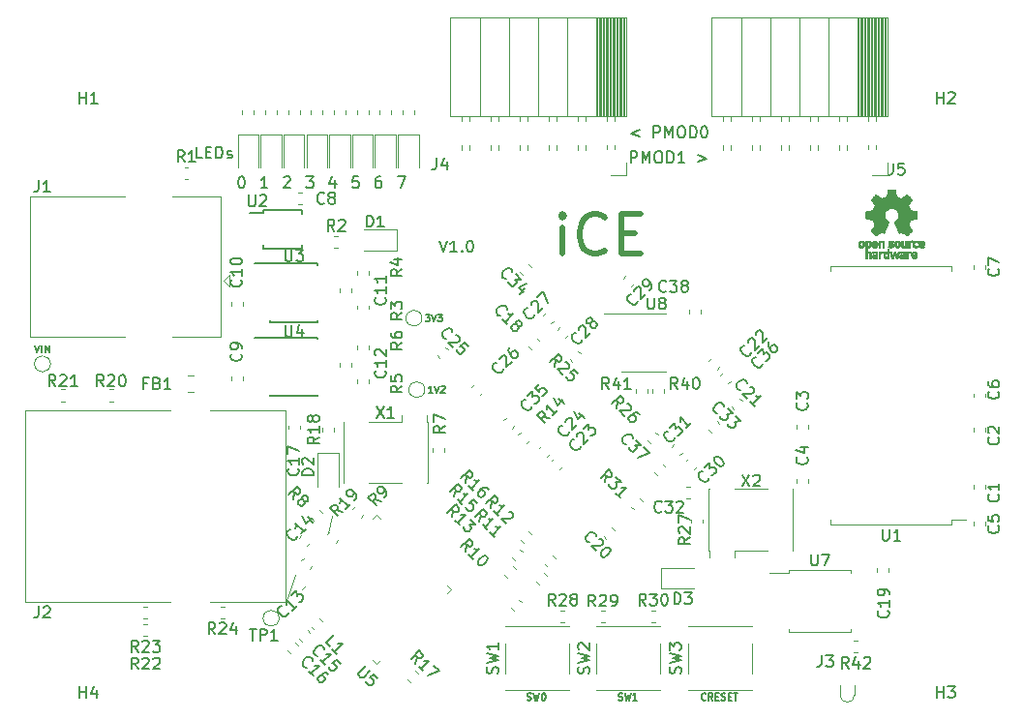
<source format=gbr>
G04 #@! TF.GenerationSoftware,KiCad,Pcbnew,5.1.4*
G04 #@! TF.CreationDate,2019-10-19T22:41:37+01:00*
G04 #@! TF.ProjectId,manila_ice,6d616e69-6c61-45f6-9963-652e6b696361,rev?*
G04 #@! TF.SameCoordinates,Original*
G04 #@! TF.FileFunction,Legend,Top*
G04 #@! TF.FilePolarity,Positive*
%FSLAX46Y46*%
G04 Gerber Fmt 4.6, Leading zero omitted, Abs format (unit mm)*
G04 Created by KiCad (PCBNEW 5.1.4) date 2019-10-19 22:41:37*
%MOMM*%
%LPD*%
G04 APERTURE LIST*
%ADD10C,0.120000*%
%ADD11C,0.150000*%
%ADD12C,0.200000*%
%ADD13C,0.500000*%
%ADD14C,0.010000*%
%ADD15C,0.100000*%
G04 APERTURE END LIST*
D10*
X136200000Y-114700000D02*
X136900000Y-112700000D01*
X140100000Y-107500000D02*
X139800000Y-109050000D01*
D11*
X114142857Y-92671428D02*
X114342857Y-93271428D01*
X114542857Y-92671428D01*
X114742857Y-93271428D02*
X114742857Y-92671428D01*
X115028571Y-93271428D02*
X115028571Y-92671428D01*
X115371428Y-93271428D01*
X115371428Y-92671428D01*
X148928571Y-96771428D02*
X148585714Y-96771428D01*
X148757142Y-96771428D02*
X148757142Y-96171428D01*
X148700000Y-96257142D01*
X148642857Y-96314285D01*
X148585714Y-96342857D01*
X149100000Y-96171428D02*
X149300000Y-96771428D01*
X149500000Y-96171428D01*
X149671428Y-96228571D02*
X149700000Y-96200000D01*
X149757142Y-96171428D01*
X149900000Y-96171428D01*
X149957142Y-96200000D01*
X149985714Y-96228571D01*
X150014285Y-96285714D01*
X150014285Y-96342857D01*
X149985714Y-96428571D01*
X149642857Y-96771428D01*
X150014285Y-96771428D01*
X148307142Y-89921428D02*
X148678571Y-89921428D01*
X148478571Y-90150000D01*
X148564285Y-90150000D01*
X148621428Y-90178571D01*
X148650000Y-90207142D01*
X148678571Y-90264285D01*
X148678571Y-90407142D01*
X148650000Y-90464285D01*
X148621428Y-90492857D01*
X148564285Y-90521428D01*
X148392857Y-90521428D01*
X148335714Y-90492857D01*
X148307142Y-90464285D01*
X148850000Y-89921428D02*
X149050000Y-90521428D01*
X149250000Y-89921428D01*
X149392857Y-89921428D02*
X149764285Y-89921428D01*
X149564285Y-90150000D01*
X149650000Y-90150000D01*
X149707142Y-90178571D01*
X149735714Y-90207142D01*
X149764285Y-90264285D01*
X149764285Y-90407142D01*
X149735714Y-90464285D01*
X149707142Y-90492857D01*
X149650000Y-90521428D01*
X149478571Y-90521428D01*
X149421428Y-90492857D01*
X149392857Y-90464285D01*
X165200000Y-123642857D02*
X165285714Y-123671428D01*
X165428571Y-123671428D01*
X165485714Y-123642857D01*
X165514285Y-123614285D01*
X165542857Y-123557142D01*
X165542857Y-123500000D01*
X165514285Y-123442857D01*
X165485714Y-123414285D01*
X165428571Y-123385714D01*
X165314285Y-123357142D01*
X165257142Y-123328571D01*
X165228571Y-123300000D01*
X165200000Y-123242857D01*
X165200000Y-123185714D01*
X165228571Y-123128571D01*
X165257142Y-123100000D01*
X165314285Y-123071428D01*
X165457142Y-123071428D01*
X165542857Y-123100000D01*
X165742857Y-123071428D02*
X165885714Y-123671428D01*
X166000000Y-123242857D01*
X166114285Y-123671428D01*
X166257142Y-123071428D01*
X166800000Y-123671428D02*
X166457142Y-123671428D01*
X166628571Y-123671428D02*
X166628571Y-123071428D01*
X166571428Y-123157142D01*
X166514285Y-123214285D01*
X166457142Y-123242857D01*
X157200000Y-123642857D02*
X157285714Y-123671428D01*
X157428571Y-123671428D01*
X157485714Y-123642857D01*
X157514285Y-123614285D01*
X157542857Y-123557142D01*
X157542857Y-123500000D01*
X157514285Y-123442857D01*
X157485714Y-123414285D01*
X157428571Y-123385714D01*
X157314285Y-123357142D01*
X157257142Y-123328571D01*
X157228571Y-123300000D01*
X157200000Y-123242857D01*
X157200000Y-123185714D01*
X157228571Y-123128571D01*
X157257142Y-123100000D01*
X157314285Y-123071428D01*
X157457142Y-123071428D01*
X157542857Y-123100000D01*
X157742857Y-123071428D02*
X157885714Y-123671428D01*
X158000000Y-123242857D01*
X158114285Y-123671428D01*
X158257142Y-123071428D01*
X158600000Y-123071428D02*
X158657142Y-123071428D01*
X158714285Y-123100000D01*
X158742857Y-123128571D01*
X158771428Y-123185714D01*
X158800000Y-123300000D01*
X158800000Y-123442857D01*
X158771428Y-123557142D01*
X158742857Y-123614285D01*
X158714285Y-123642857D01*
X158657142Y-123671428D01*
X158600000Y-123671428D01*
X158542857Y-123642857D01*
X158514285Y-123614285D01*
X158485714Y-123557142D01*
X158457142Y-123442857D01*
X158457142Y-123300000D01*
X158485714Y-123185714D01*
X158514285Y-123128571D01*
X158542857Y-123100000D01*
X158600000Y-123071428D01*
X172828571Y-123614285D02*
X172800000Y-123642857D01*
X172714285Y-123671428D01*
X172657142Y-123671428D01*
X172571428Y-123642857D01*
X172514285Y-123585714D01*
X172485714Y-123528571D01*
X172457142Y-123414285D01*
X172457142Y-123328571D01*
X172485714Y-123214285D01*
X172514285Y-123157142D01*
X172571428Y-123100000D01*
X172657142Y-123071428D01*
X172714285Y-123071428D01*
X172800000Y-123100000D01*
X172828571Y-123128571D01*
X173428571Y-123671428D02*
X173228571Y-123385714D01*
X173085714Y-123671428D02*
X173085714Y-123071428D01*
X173314285Y-123071428D01*
X173371428Y-123100000D01*
X173400000Y-123128571D01*
X173428571Y-123185714D01*
X173428571Y-123271428D01*
X173400000Y-123328571D01*
X173371428Y-123357142D01*
X173314285Y-123385714D01*
X173085714Y-123385714D01*
X173685714Y-123357142D02*
X173885714Y-123357142D01*
X173971428Y-123671428D02*
X173685714Y-123671428D01*
X173685714Y-123071428D01*
X173971428Y-123071428D01*
X174200000Y-123642857D02*
X174285714Y-123671428D01*
X174428571Y-123671428D01*
X174485714Y-123642857D01*
X174514285Y-123614285D01*
X174542857Y-123557142D01*
X174542857Y-123500000D01*
X174514285Y-123442857D01*
X174485714Y-123414285D01*
X174428571Y-123385714D01*
X174314285Y-123357142D01*
X174257142Y-123328571D01*
X174228571Y-123300000D01*
X174200000Y-123242857D01*
X174200000Y-123185714D01*
X174228571Y-123128571D01*
X174257142Y-123100000D01*
X174314285Y-123071428D01*
X174457142Y-123071428D01*
X174542857Y-123100000D01*
X174800000Y-123357142D02*
X175000000Y-123357142D01*
X175085714Y-123671428D02*
X174800000Y-123671428D01*
X174800000Y-123071428D01*
X175085714Y-123071428D01*
X175257142Y-123071428D02*
X175600000Y-123071428D01*
X175428571Y-123671428D02*
X175428571Y-123071428D01*
D12*
X166266666Y-76652380D02*
X166266666Y-75652380D01*
X166647619Y-75652380D01*
X166742857Y-75700000D01*
X166790476Y-75747619D01*
X166838095Y-75842857D01*
X166838095Y-75985714D01*
X166790476Y-76080952D01*
X166742857Y-76128571D01*
X166647619Y-76176190D01*
X166266666Y-76176190D01*
X167266666Y-76652380D02*
X167266666Y-75652380D01*
X167600000Y-76366666D01*
X167933333Y-75652380D01*
X167933333Y-76652380D01*
X168600000Y-75652380D02*
X168790476Y-75652380D01*
X168885714Y-75700000D01*
X168980952Y-75795238D01*
X169028571Y-75985714D01*
X169028571Y-76319047D01*
X168980952Y-76509523D01*
X168885714Y-76604761D01*
X168790476Y-76652380D01*
X168600000Y-76652380D01*
X168504761Y-76604761D01*
X168409523Y-76509523D01*
X168361904Y-76319047D01*
X168361904Y-75985714D01*
X168409523Y-75795238D01*
X168504761Y-75700000D01*
X168600000Y-75652380D01*
X169457142Y-76652380D02*
X169457142Y-75652380D01*
X169695238Y-75652380D01*
X169838095Y-75700000D01*
X169933333Y-75795238D01*
X169980952Y-75890476D01*
X170028571Y-76080952D01*
X170028571Y-76223809D01*
X169980952Y-76414285D01*
X169933333Y-76509523D01*
X169838095Y-76604761D01*
X169695238Y-76652380D01*
X169457142Y-76652380D01*
X170980952Y-76652380D02*
X170409523Y-76652380D01*
X170695238Y-76652380D02*
X170695238Y-75652380D01*
X170600000Y-75795238D01*
X170504761Y-75890476D01*
X170409523Y-75938095D01*
X172171428Y-75985714D02*
X172933333Y-76271428D01*
X172171428Y-76557142D01*
X167028571Y-73785714D02*
X166266666Y-74071428D01*
X167028571Y-74357142D01*
X168266666Y-74452380D02*
X168266666Y-73452380D01*
X168647619Y-73452380D01*
X168742857Y-73500000D01*
X168790476Y-73547619D01*
X168838095Y-73642857D01*
X168838095Y-73785714D01*
X168790476Y-73880952D01*
X168742857Y-73928571D01*
X168647619Y-73976190D01*
X168266666Y-73976190D01*
X169266666Y-74452380D02*
X169266666Y-73452380D01*
X169600000Y-74166666D01*
X169933333Y-73452380D01*
X169933333Y-74452380D01*
X170600000Y-73452380D02*
X170790476Y-73452380D01*
X170885714Y-73500000D01*
X170980952Y-73595238D01*
X171028571Y-73785714D01*
X171028571Y-74119047D01*
X170980952Y-74309523D01*
X170885714Y-74404761D01*
X170790476Y-74452380D01*
X170600000Y-74452380D01*
X170504761Y-74404761D01*
X170409523Y-74309523D01*
X170361904Y-74119047D01*
X170361904Y-73785714D01*
X170409523Y-73595238D01*
X170504761Y-73500000D01*
X170600000Y-73452380D01*
X171457142Y-74452380D02*
X171457142Y-73452380D01*
X171695238Y-73452380D01*
X171838095Y-73500000D01*
X171933333Y-73595238D01*
X171980952Y-73690476D01*
X172028571Y-73880952D01*
X172028571Y-74023809D01*
X171980952Y-74214285D01*
X171933333Y-74309523D01*
X171838095Y-74404761D01*
X171695238Y-74452380D01*
X171457142Y-74452380D01*
X172647619Y-73452380D02*
X172742857Y-73452380D01*
X172838095Y-73500000D01*
X172885714Y-73547619D01*
X172933333Y-73642857D01*
X172980952Y-73833333D01*
X172980952Y-74071428D01*
X172933333Y-74261904D01*
X172885714Y-74357142D01*
X172838095Y-74404761D01*
X172742857Y-74452380D01*
X172647619Y-74452380D01*
X172552380Y-74404761D01*
X172504761Y-74357142D01*
X172457142Y-74261904D01*
X172409523Y-74071428D01*
X172409523Y-73833333D01*
X172457142Y-73642857D01*
X172504761Y-73547619D01*
X172552380Y-73500000D01*
X172647619Y-73452380D01*
X145866666Y-77852380D02*
X146533333Y-77852380D01*
X146104761Y-78852380D01*
X144390476Y-77852380D02*
X144200000Y-77852380D01*
X144104761Y-77900000D01*
X144057142Y-77947619D01*
X143961904Y-78090476D01*
X143914285Y-78280952D01*
X143914285Y-78661904D01*
X143961904Y-78757142D01*
X144009523Y-78804761D01*
X144104761Y-78852380D01*
X144295238Y-78852380D01*
X144390476Y-78804761D01*
X144438095Y-78757142D01*
X144485714Y-78661904D01*
X144485714Y-78423809D01*
X144438095Y-78328571D01*
X144390476Y-78280952D01*
X144295238Y-78233333D01*
X144104761Y-78233333D01*
X144009523Y-78280952D01*
X143961904Y-78328571D01*
X143914285Y-78423809D01*
X142438095Y-77852380D02*
X141961904Y-77852380D01*
X141914285Y-78328571D01*
X141961904Y-78280952D01*
X142057142Y-78233333D01*
X142295238Y-78233333D01*
X142390476Y-78280952D01*
X142438095Y-78328571D01*
X142485714Y-78423809D01*
X142485714Y-78661904D01*
X142438095Y-78757142D01*
X142390476Y-78804761D01*
X142295238Y-78852380D01*
X142057142Y-78852380D01*
X141961904Y-78804761D01*
X141914285Y-78757142D01*
X140390476Y-78185714D02*
X140390476Y-78852380D01*
X140152380Y-77804761D02*
X139914285Y-78519047D01*
X140533333Y-78519047D01*
X137866666Y-77852380D02*
X138485714Y-77852380D01*
X138152380Y-78233333D01*
X138295238Y-78233333D01*
X138390476Y-78280952D01*
X138438095Y-78328571D01*
X138485714Y-78423809D01*
X138485714Y-78661904D01*
X138438095Y-78757142D01*
X138390476Y-78804761D01*
X138295238Y-78852380D01*
X138009523Y-78852380D01*
X137914285Y-78804761D01*
X137866666Y-78757142D01*
X135914285Y-77947619D02*
X135961904Y-77900000D01*
X136057142Y-77852380D01*
X136295238Y-77852380D01*
X136390476Y-77900000D01*
X136438095Y-77947619D01*
X136485714Y-78042857D01*
X136485714Y-78138095D01*
X136438095Y-78280952D01*
X135866666Y-78852380D01*
X136485714Y-78852380D01*
X134485714Y-78852380D02*
X133914285Y-78852380D01*
X134200000Y-78852380D02*
X134200000Y-77852380D01*
X134104761Y-77995238D01*
X134009523Y-78090476D01*
X133914285Y-78138095D01*
X132152380Y-77852380D02*
X132247619Y-77852380D01*
X132342857Y-77900000D01*
X132390476Y-77947619D01*
X132438095Y-78042857D01*
X132485714Y-78233333D01*
X132485714Y-78471428D01*
X132438095Y-78661904D01*
X132390476Y-78757142D01*
X132342857Y-78804761D01*
X132247619Y-78852380D01*
X132152380Y-78852380D01*
X132057142Y-78804761D01*
X132009523Y-78757142D01*
X131961904Y-78661904D01*
X131914285Y-78471428D01*
X131914285Y-78233333D01*
X131961904Y-78042857D01*
X132009523Y-77947619D01*
X132057142Y-77900000D01*
X132152380Y-77852380D01*
X128752380Y-76252380D02*
X128276190Y-76252380D01*
X128276190Y-75252380D01*
X129085714Y-75728571D02*
X129419047Y-75728571D01*
X129561904Y-76252380D02*
X129085714Y-76252380D01*
X129085714Y-75252380D01*
X129561904Y-75252380D01*
X129990476Y-76252380D02*
X129990476Y-75252380D01*
X130228571Y-75252380D01*
X130371428Y-75300000D01*
X130466666Y-75395238D01*
X130514285Y-75490476D01*
X130561904Y-75680952D01*
X130561904Y-75823809D01*
X130514285Y-76014285D01*
X130466666Y-76109523D01*
X130371428Y-76204761D01*
X130228571Y-76252380D01*
X129990476Y-76252380D01*
X130942857Y-76204761D02*
X131038095Y-76252380D01*
X131228571Y-76252380D01*
X131323809Y-76204761D01*
X131371428Y-76109523D01*
X131371428Y-76061904D01*
X131323809Y-75966666D01*
X131228571Y-75919047D01*
X131085714Y-75919047D01*
X130990476Y-75871428D01*
X130942857Y-75776190D01*
X130942857Y-75728571D01*
X130990476Y-75633333D01*
X131085714Y-75585714D01*
X131228571Y-75585714D01*
X131323809Y-75633333D01*
D11*
X149526190Y-83452380D02*
X149859523Y-84452380D01*
X150192857Y-83452380D01*
X151050000Y-84452380D02*
X150478571Y-84452380D01*
X150764285Y-84452380D02*
X150764285Y-83452380D01*
X150669047Y-83595238D01*
X150573809Y-83690476D01*
X150478571Y-83738095D01*
X151478571Y-84357142D02*
X151526190Y-84404761D01*
X151478571Y-84452380D01*
X151430952Y-84404761D01*
X151478571Y-84357142D01*
X151478571Y-84452380D01*
X152145238Y-83452380D02*
X152240476Y-83452380D01*
X152335714Y-83500000D01*
X152383333Y-83547619D01*
X152430952Y-83642857D01*
X152478571Y-83833333D01*
X152478571Y-84071428D01*
X152430952Y-84261904D01*
X152383333Y-84357142D01*
X152335714Y-84404761D01*
X152240476Y-84452380D01*
X152145238Y-84452380D01*
X152050000Y-84404761D01*
X152002380Y-84357142D01*
X151954761Y-84261904D01*
X151907142Y-84071428D01*
X151907142Y-83833333D01*
X151954761Y-83642857D01*
X152002380Y-83547619D01*
X152050000Y-83500000D01*
X152145238Y-83452380D01*
D13*
X160316666Y-84633333D02*
X160316666Y-82300000D01*
X160316666Y-81133333D02*
X160150000Y-81300000D01*
X160316666Y-81466666D01*
X160483333Y-81300000D01*
X160316666Y-81133333D01*
X160316666Y-81466666D01*
X163983333Y-84300000D02*
X163816666Y-84466666D01*
X163316666Y-84633333D01*
X162983333Y-84633333D01*
X162483333Y-84466666D01*
X162150000Y-84133333D01*
X161983333Y-83800000D01*
X161816666Y-83133333D01*
X161816666Y-82633333D01*
X161983333Y-81966666D01*
X162150000Y-81633333D01*
X162483333Y-81300000D01*
X162983333Y-81133333D01*
X163316666Y-81133333D01*
X163816666Y-81300000D01*
X163983333Y-81466666D01*
X165483333Y-82800000D02*
X166650000Y-82800000D01*
X167150000Y-84633333D02*
X165483333Y-84633333D01*
X165483333Y-81133333D01*
X167150000Y-81133333D01*
D10*
X186125279Y-118490000D02*
X185799721Y-118490000D01*
X186125279Y-119510000D02*
X185799721Y-119510000D01*
X172360000Y-89862779D02*
X172360000Y-89537221D01*
X171340000Y-89862779D02*
X171340000Y-89537221D01*
X167400000Y-89840000D02*
X163950000Y-89840000D01*
X167400000Y-89840000D02*
X169350000Y-89840000D01*
X167400000Y-94960000D02*
X165450000Y-94960000D01*
X167400000Y-94960000D02*
X169350000Y-94960000D01*
X167710000Y-96762779D02*
X167710000Y-96437221D01*
X166690000Y-96762779D02*
X166690000Y-96437221D01*
X169185000Y-96750279D02*
X169185000Y-96424721D01*
X168165000Y-96750279D02*
X168165000Y-96424721D01*
X138324273Y-107745522D02*
X138554478Y-107975727D01*
X139045522Y-107024273D02*
X139275727Y-107254478D01*
X115500000Y-94250000D02*
G75*
G03X115500000Y-94250000I-700000J0D01*
G01*
X148250000Y-96500000D02*
G75*
G03X148250000Y-96500000I-700000J0D01*
G01*
X148000000Y-90250000D02*
G75*
G03X148000000Y-90250000I-700000J0D01*
G01*
D14*
G36*
X189426964Y-79290018D02*
G01*
X189483812Y-79591570D01*
X189903338Y-79764512D01*
X190154984Y-79593395D01*
X190225458Y-79545750D01*
X190289163Y-79503210D01*
X190343126Y-79467715D01*
X190384373Y-79441210D01*
X190409934Y-79425636D01*
X190416895Y-79422278D01*
X190429435Y-79430914D01*
X190456231Y-79454792D01*
X190494280Y-79490859D01*
X190540579Y-79536067D01*
X190592123Y-79587364D01*
X190645909Y-79641701D01*
X190698935Y-79696028D01*
X190748195Y-79747295D01*
X190790687Y-79792451D01*
X190823407Y-79828446D01*
X190843351Y-79852230D01*
X190848119Y-79860190D01*
X190841257Y-79874865D01*
X190822020Y-79907014D01*
X190792430Y-79953492D01*
X190754510Y-80011156D01*
X190710282Y-80076860D01*
X190684654Y-80114336D01*
X190637941Y-80182768D01*
X190596432Y-80244520D01*
X190562140Y-80296519D01*
X190537080Y-80335692D01*
X190523264Y-80358965D01*
X190521188Y-80363855D01*
X190525895Y-80377755D01*
X190538723Y-80410150D01*
X190557738Y-80456485D01*
X190581003Y-80512206D01*
X190606584Y-80572758D01*
X190632545Y-80633586D01*
X190656950Y-80690136D01*
X190677863Y-80737852D01*
X190693349Y-80772181D01*
X190701472Y-80788568D01*
X190701952Y-80789212D01*
X190714707Y-80792341D01*
X190748677Y-80799321D01*
X190800340Y-80809467D01*
X190866176Y-80822092D01*
X190942664Y-80836509D01*
X190987290Y-80844823D01*
X191069021Y-80860384D01*
X191142843Y-80875192D01*
X191205021Y-80888436D01*
X191251822Y-80899305D01*
X191279509Y-80906989D01*
X191285074Y-80909427D01*
X191290526Y-80925930D01*
X191294924Y-80963200D01*
X191298272Y-81016880D01*
X191300574Y-81082612D01*
X191301832Y-81156037D01*
X191302048Y-81232796D01*
X191301227Y-81308532D01*
X191299371Y-81378886D01*
X191296482Y-81439500D01*
X191292565Y-81486016D01*
X191287622Y-81514075D01*
X191284657Y-81519916D01*
X191266934Y-81526917D01*
X191229381Y-81536927D01*
X191176964Y-81548769D01*
X191114652Y-81561267D01*
X191092900Y-81565310D01*
X190988024Y-81584520D01*
X190905180Y-81599991D01*
X190841630Y-81612337D01*
X190794637Y-81622173D01*
X190761463Y-81630114D01*
X190739371Y-81636776D01*
X190725624Y-81642773D01*
X190717484Y-81648719D01*
X190716345Y-81649894D01*
X190704977Y-81668826D01*
X190687635Y-81705669D01*
X190666050Y-81755913D01*
X190641954Y-81815046D01*
X190617079Y-81878556D01*
X190593157Y-81941932D01*
X190571919Y-82000662D01*
X190555097Y-82050235D01*
X190544422Y-82086139D01*
X190541627Y-82103862D01*
X190541860Y-82104483D01*
X190551331Y-82118970D01*
X190572818Y-82150844D01*
X190604063Y-82196789D01*
X190642807Y-82253485D01*
X190686793Y-82317617D01*
X190699319Y-82335842D01*
X190743984Y-82401914D01*
X190783288Y-82462200D01*
X190815088Y-82513235D01*
X190837245Y-82551560D01*
X190847617Y-82573711D01*
X190848119Y-82576432D01*
X190839405Y-82590736D01*
X190815325Y-82619072D01*
X190778976Y-82658396D01*
X190733453Y-82705661D01*
X190681852Y-82757823D01*
X190627267Y-82811835D01*
X190572794Y-82864653D01*
X190521529Y-82913231D01*
X190476567Y-82954523D01*
X190441004Y-82985485D01*
X190417935Y-83003070D01*
X190411554Y-83005941D01*
X190396699Y-82999178D01*
X190366286Y-82980939D01*
X190325268Y-82954297D01*
X190293709Y-82932852D01*
X190236525Y-82893503D01*
X190168806Y-82847171D01*
X190100880Y-82800913D01*
X190064361Y-82776155D01*
X189940752Y-82692547D01*
X189836991Y-82748650D01*
X189789720Y-82773228D01*
X189749523Y-82792331D01*
X189722326Y-82803227D01*
X189715402Y-82804743D01*
X189707077Y-82793549D01*
X189690654Y-82761917D01*
X189667357Y-82712765D01*
X189638414Y-82649010D01*
X189605050Y-82573571D01*
X189568491Y-82489364D01*
X189529964Y-82399308D01*
X189490694Y-82306321D01*
X189451908Y-82213320D01*
X189414830Y-82123223D01*
X189380689Y-82038948D01*
X189350708Y-81963413D01*
X189326116Y-81899534D01*
X189308136Y-81850231D01*
X189297997Y-81818421D01*
X189296366Y-81807496D01*
X189309291Y-81793561D01*
X189337589Y-81770940D01*
X189375346Y-81744333D01*
X189378515Y-81742228D01*
X189476100Y-81664114D01*
X189554786Y-81572982D01*
X189613891Y-81471745D01*
X189652732Y-81363318D01*
X189670628Y-81250614D01*
X189666897Y-81136548D01*
X189640857Y-81024034D01*
X189591825Y-80915985D01*
X189577400Y-80892345D01*
X189502369Y-80796887D01*
X189413730Y-80720232D01*
X189314549Y-80662780D01*
X189207895Y-80624929D01*
X189096836Y-80607078D01*
X188984439Y-80609625D01*
X188873773Y-80632970D01*
X188767906Y-80677510D01*
X188669905Y-80743645D01*
X188639590Y-80770487D01*
X188562438Y-80854512D01*
X188506218Y-80942966D01*
X188467653Y-81042115D01*
X188446174Y-81140303D01*
X188440872Y-81250697D01*
X188458552Y-81361640D01*
X188497419Y-81469381D01*
X188555677Y-81570169D01*
X188631531Y-81660256D01*
X188723183Y-81735892D01*
X188735228Y-81743864D01*
X188773389Y-81769974D01*
X188802399Y-81792595D01*
X188816268Y-81807039D01*
X188816469Y-81807496D01*
X188813492Y-81823121D01*
X188801689Y-81858582D01*
X188782286Y-81910962D01*
X188756512Y-81977345D01*
X188725591Y-82054814D01*
X188690751Y-82140450D01*
X188653217Y-82231337D01*
X188614217Y-82324559D01*
X188574977Y-82417197D01*
X188536724Y-82506335D01*
X188500683Y-82589055D01*
X188468083Y-82662441D01*
X188440148Y-82723575D01*
X188418105Y-82769541D01*
X188403182Y-82797421D01*
X188397172Y-82804743D01*
X188378809Y-82799041D01*
X188344448Y-82783749D01*
X188300016Y-82761599D01*
X188275583Y-82748650D01*
X188171822Y-82692547D01*
X188048213Y-82776155D01*
X187985114Y-82818987D01*
X187916030Y-82866122D01*
X187851293Y-82910503D01*
X187818866Y-82932852D01*
X187773259Y-82963477D01*
X187734640Y-82987747D01*
X187708048Y-83002587D01*
X187699410Y-83005724D01*
X187686839Y-82997261D01*
X187659016Y-82973636D01*
X187618639Y-82937302D01*
X187568405Y-82890711D01*
X187511012Y-82836317D01*
X187474714Y-82801392D01*
X187411210Y-82738996D01*
X187356327Y-82683188D01*
X187312286Y-82636354D01*
X187281305Y-82600882D01*
X187265602Y-82579161D01*
X187264095Y-82574752D01*
X187271086Y-82557985D01*
X187290406Y-82524082D01*
X187319909Y-82476476D01*
X187357455Y-82418599D01*
X187400900Y-82353884D01*
X187413255Y-82335842D01*
X187458273Y-82270267D01*
X187498660Y-82211228D01*
X187532160Y-82162042D01*
X187556514Y-82126028D01*
X187569464Y-82106502D01*
X187570715Y-82104483D01*
X187568844Y-82088922D01*
X187558913Y-82054709D01*
X187542653Y-82006355D01*
X187521795Y-81948371D01*
X187498073Y-81885270D01*
X187473216Y-81821563D01*
X187448958Y-81761761D01*
X187427029Y-81710376D01*
X187409162Y-81671919D01*
X187397087Y-81650902D01*
X187396229Y-81649894D01*
X187388846Y-81643888D01*
X187376375Y-81637948D01*
X187356080Y-81631460D01*
X187325222Y-81623809D01*
X187281066Y-81614380D01*
X187220874Y-81602559D01*
X187141907Y-81587729D01*
X187041430Y-81569277D01*
X187019675Y-81565310D01*
X186955198Y-81552853D01*
X186898989Y-81540666D01*
X186856013Y-81529926D01*
X186831240Y-81521809D01*
X186827918Y-81519916D01*
X186822444Y-81503138D01*
X186817994Y-81465645D01*
X186814572Y-81411794D01*
X186812181Y-81345944D01*
X186810823Y-81272453D01*
X186810501Y-81195680D01*
X186811219Y-81119983D01*
X186812979Y-81049720D01*
X186815784Y-80989250D01*
X186819638Y-80942930D01*
X186824543Y-80915119D01*
X186827500Y-80909427D01*
X186843963Y-80903686D01*
X186881449Y-80894345D01*
X186936225Y-80882215D01*
X187004555Y-80868107D01*
X187082706Y-80852830D01*
X187125284Y-80844823D01*
X187206071Y-80829721D01*
X187278113Y-80816040D01*
X187337889Y-80804467D01*
X187381879Y-80795687D01*
X187406561Y-80790387D01*
X187410623Y-80789212D01*
X187417489Y-80775965D01*
X187432002Y-80744057D01*
X187452229Y-80698047D01*
X187476234Y-80642492D01*
X187502082Y-80581953D01*
X187527840Y-80520986D01*
X187551573Y-80464151D01*
X187571346Y-80416006D01*
X187585224Y-80381110D01*
X187591274Y-80364021D01*
X187591386Y-80363274D01*
X187584528Y-80349793D01*
X187565302Y-80318770D01*
X187535728Y-80273289D01*
X187497827Y-80216432D01*
X187453620Y-80151283D01*
X187427921Y-80113862D01*
X187381093Y-80045247D01*
X187339501Y-79982952D01*
X187305175Y-79930129D01*
X187280143Y-79889927D01*
X187266435Y-79865500D01*
X187264456Y-79860024D01*
X187272966Y-79847278D01*
X187296493Y-79820063D01*
X187332032Y-79781428D01*
X187376577Y-79734423D01*
X187427123Y-79682095D01*
X187480664Y-79627495D01*
X187534195Y-79573670D01*
X187584711Y-79523670D01*
X187629206Y-79480543D01*
X187664675Y-79447339D01*
X187688113Y-79427106D01*
X187695954Y-79422278D01*
X187708720Y-79429067D01*
X187739256Y-79448142D01*
X187784590Y-79477561D01*
X187841756Y-79515381D01*
X187907784Y-79559661D01*
X187957590Y-79593395D01*
X188209236Y-79764512D01*
X188418999Y-79678041D01*
X188628763Y-79591570D01*
X188685611Y-79290018D01*
X188742460Y-78988466D01*
X189370115Y-78988466D01*
X189426964Y-79290018D01*
X189426964Y-79290018D01*
G37*
X189426964Y-79290018D02*
X189483812Y-79591570D01*
X189903338Y-79764512D01*
X190154984Y-79593395D01*
X190225458Y-79545750D01*
X190289163Y-79503210D01*
X190343126Y-79467715D01*
X190384373Y-79441210D01*
X190409934Y-79425636D01*
X190416895Y-79422278D01*
X190429435Y-79430914D01*
X190456231Y-79454792D01*
X190494280Y-79490859D01*
X190540579Y-79536067D01*
X190592123Y-79587364D01*
X190645909Y-79641701D01*
X190698935Y-79696028D01*
X190748195Y-79747295D01*
X190790687Y-79792451D01*
X190823407Y-79828446D01*
X190843351Y-79852230D01*
X190848119Y-79860190D01*
X190841257Y-79874865D01*
X190822020Y-79907014D01*
X190792430Y-79953492D01*
X190754510Y-80011156D01*
X190710282Y-80076860D01*
X190684654Y-80114336D01*
X190637941Y-80182768D01*
X190596432Y-80244520D01*
X190562140Y-80296519D01*
X190537080Y-80335692D01*
X190523264Y-80358965D01*
X190521188Y-80363855D01*
X190525895Y-80377755D01*
X190538723Y-80410150D01*
X190557738Y-80456485D01*
X190581003Y-80512206D01*
X190606584Y-80572758D01*
X190632545Y-80633586D01*
X190656950Y-80690136D01*
X190677863Y-80737852D01*
X190693349Y-80772181D01*
X190701472Y-80788568D01*
X190701952Y-80789212D01*
X190714707Y-80792341D01*
X190748677Y-80799321D01*
X190800340Y-80809467D01*
X190866176Y-80822092D01*
X190942664Y-80836509D01*
X190987290Y-80844823D01*
X191069021Y-80860384D01*
X191142843Y-80875192D01*
X191205021Y-80888436D01*
X191251822Y-80899305D01*
X191279509Y-80906989D01*
X191285074Y-80909427D01*
X191290526Y-80925930D01*
X191294924Y-80963200D01*
X191298272Y-81016880D01*
X191300574Y-81082612D01*
X191301832Y-81156037D01*
X191302048Y-81232796D01*
X191301227Y-81308532D01*
X191299371Y-81378886D01*
X191296482Y-81439500D01*
X191292565Y-81486016D01*
X191287622Y-81514075D01*
X191284657Y-81519916D01*
X191266934Y-81526917D01*
X191229381Y-81536927D01*
X191176964Y-81548769D01*
X191114652Y-81561267D01*
X191092900Y-81565310D01*
X190988024Y-81584520D01*
X190905180Y-81599991D01*
X190841630Y-81612337D01*
X190794637Y-81622173D01*
X190761463Y-81630114D01*
X190739371Y-81636776D01*
X190725624Y-81642773D01*
X190717484Y-81648719D01*
X190716345Y-81649894D01*
X190704977Y-81668826D01*
X190687635Y-81705669D01*
X190666050Y-81755913D01*
X190641954Y-81815046D01*
X190617079Y-81878556D01*
X190593157Y-81941932D01*
X190571919Y-82000662D01*
X190555097Y-82050235D01*
X190544422Y-82086139D01*
X190541627Y-82103862D01*
X190541860Y-82104483D01*
X190551331Y-82118970D01*
X190572818Y-82150844D01*
X190604063Y-82196789D01*
X190642807Y-82253485D01*
X190686793Y-82317617D01*
X190699319Y-82335842D01*
X190743984Y-82401914D01*
X190783288Y-82462200D01*
X190815088Y-82513235D01*
X190837245Y-82551560D01*
X190847617Y-82573711D01*
X190848119Y-82576432D01*
X190839405Y-82590736D01*
X190815325Y-82619072D01*
X190778976Y-82658396D01*
X190733453Y-82705661D01*
X190681852Y-82757823D01*
X190627267Y-82811835D01*
X190572794Y-82864653D01*
X190521529Y-82913231D01*
X190476567Y-82954523D01*
X190441004Y-82985485D01*
X190417935Y-83003070D01*
X190411554Y-83005941D01*
X190396699Y-82999178D01*
X190366286Y-82980939D01*
X190325268Y-82954297D01*
X190293709Y-82932852D01*
X190236525Y-82893503D01*
X190168806Y-82847171D01*
X190100880Y-82800913D01*
X190064361Y-82776155D01*
X189940752Y-82692547D01*
X189836991Y-82748650D01*
X189789720Y-82773228D01*
X189749523Y-82792331D01*
X189722326Y-82803227D01*
X189715402Y-82804743D01*
X189707077Y-82793549D01*
X189690654Y-82761917D01*
X189667357Y-82712765D01*
X189638414Y-82649010D01*
X189605050Y-82573571D01*
X189568491Y-82489364D01*
X189529964Y-82399308D01*
X189490694Y-82306321D01*
X189451908Y-82213320D01*
X189414830Y-82123223D01*
X189380689Y-82038948D01*
X189350708Y-81963413D01*
X189326116Y-81899534D01*
X189308136Y-81850231D01*
X189297997Y-81818421D01*
X189296366Y-81807496D01*
X189309291Y-81793561D01*
X189337589Y-81770940D01*
X189375346Y-81744333D01*
X189378515Y-81742228D01*
X189476100Y-81664114D01*
X189554786Y-81572982D01*
X189613891Y-81471745D01*
X189652732Y-81363318D01*
X189670628Y-81250614D01*
X189666897Y-81136548D01*
X189640857Y-81024034D01*
X189591825Y-80915985D01*
X189577400Y-80892345D01*
X189502369Y-80796887D01*
X189413730Y-80720232D01*
X189314549Y-80662780D01*
X189207895Y-80624929D01*
X189096836Y-80607078D01*
X188984439Y-80609625D01*
X188873773Y-80632970D01*
X188767906Y-80677510D01*
X188669905Y-80743645D01*
X188639590Y-80770487D01*
X188562438Y-80854512D01*
X188506218Y-80942966D01*
X188467653Y-81042115D01*
X188446174Y-81140303D01*
X188440872Y-81250697D01*
X188458552Y-81361640D01*
X188497419Y-81469381D01*
X188555677Y-81570169D01*
X188631531Y-81660256D01*
X188723183Y-81735892D01*
X188735228Y-81743864D01*
X188773389Y-81769974D01*
X188802399Y-81792595D01*
X188816268Y-81807039D01*
X188816469Y-81807496D01*
X188813492Y-81823121D01*
X188801689Y-81858582D01*
X188782286Y-81910962D01*
X188756512Y-81977345D01*
X188725591Y-82054814D01*
X188690751Y-82140450D01*
X188653217Y-82231337D01*
X188614217Y-82324559D01*
X188574977Y-82417197D01*
X188536724Y-82506335D01*
X188500683Y-82589055D01*
X188468083Y-82662441D01*
X188440148Y-82723575D01*
X188418105Y-82769541D01*
X188403182Y-82797421D01*
X188397172Y-82804743D01*
X188378809Y-82799041D01*
X188344448Y-82783749D01*
X188300016Y-82761599D01*
X188275583Y-82748650D01*
X188171822Y-82692547D01*
X188048213Y-82776155D01*
X187985114Y-82818987D01*
X187916030Y-82866122D01*
X187851293Y-82910503D01*
X187818866Y-82932852D01*
X187773259Y-82963477D01*
X187734640Y-82987747D01*
X187708048Y-83002587D01*
X187699410Y-83005724D01*
X187686839Y-82997261D01*
X187659016Y-82973636D01*
X187618639Y-82937302D01*
X187568405Y-82890711D01*
X187511012Y-82836317D01*
X187474714Y-82801392D01*
X187411210Y-82738996D01*
X187356327Y-82683188D01*
X187312286Y-82636354D01*
X187281305Y-82600882D01*
X187265602Y-82579161D01*
X187264095Y-82574752D01*
X187271086Y-82557985D01*
X187290406Y-82524082D01*
X187319909Y-82476476D01*
X187357455Y-82418599D01*
X187400900Y-82353884D01*
X187413255Y-82335842D01*
X187458273Y-82270267D01*
X187498660Y-82211228D01*
X187532160Y-82162042D01*
X187556514Y-82126028D01*
X187569464Y-82106502D01*
X187570715Y-82104483D01*
X187568844Y-82088922D01*
X187558913Y-82054709D01*
X187542653Y-82006355D01*
X187521795Y-81948371D01*
X187498073Y-81885270D01*
X187473216Y-81821563D01*
X187448958Y-81761761D01*
X187427029Y-81710376D01*
X187409162Y-81671919D01*
X187397087Y-81650902D01*
X187396229Y-81649894D01*
X187388846Y-81643888D01*
X187376375Y-81637948D01*
X187356080Y-81631460D01*
X187325222Y-81623809D01*
X187281066Y-81614380D01*
X187220874Y-81602559D01*
X187141907Y-81587729D01*
X187041430Y-81569277D01*
X187019675Y-81565310D01*
X186955198Y-81552853D01*
X186898989Y-81540666D01*
X186856013Y-81529926D01*
X186831240Y-81521809D01*
X186827918Y-81519916D01*
X186822444Y-81503138D01*
X186817994Y-81465645D01*
X186814572Y-81411794D01*
X186812181Y-81345944D01*
X186810823Y-81272453D01*
X186810501Y-81195680D01*
X186811219Y-81119983D01*
X186812979Y-81049720D01*
X186815784Y-80989250D01*
X186819638Y-80942930D01*
X186824543Y-80915119D01*
X186827500Y-80909427D01*
X186843963Y-80903686D01*
X186881449Y-80894345D01*
X186936225Y-80882215D01*
X187004555Y-80868107D01*
X187082706Y-80852830D01*
X187125284Y-80844823D01*
X187206071Y-80829721D01*
X187278113Y-80816040D01*
X187337889Y-80804467D01*
X187381879Y-80795687D01*
X187406561Y-80790387D01*
X187410623Y-80789212D01*
X187417489Y-80775965D01*
X187432002Y-80744057D01*
X187452229Y-80698047D01*
X187476234Y-80642492D01*
X187502082Y-80581953D01*
X187527840Y-80520986D01*
X187551573Y-80464151D01*
X187571346Y-80416006D01*
X187585224Y-80381110D01*
X187591274Y-80364021D01*
X187591386Y-80363274D01*
X187584528Y-80349793D01*
X187565302Y-80318770D01*
X187535728Y-80273289D01*
X187497827Y-80216432D01*
X187453620Y-80151283D01*
X187427921Y-80113862D01*
X187381093Y-80045247D01*
X187339501Y-79982952D01*
X187305175Y-79930129D01*
X187280143Y-79889927D01*
X187266435Y-79865500D01*
X187264456Y-79860024D01*
X187272966Y-79847278D01*
X187296493Y-79820063D01*
X187332032Y-79781428D01*
X187376577Y-79734423D01*
X187427123Y-79682095D01*
X187480664Y-79627495D01*
X187534195Y-79573670D01*
X187584711Y-79523670D01*
X187629206Y-79480543D01*
X187664675Y-79447339D01*
X187688113Y-79427106D01*
X187695954Y-79422278D01*
X187708720Y-79429067D01*
X187739256Y-79448142D01*
X187784590Y-79477561D01*
X187841756Y-79515381D01*
X187907784Y-79559661D01*
X187957590Y-79593395D01*
X188209236Y-79764512D01*
X188418999Y-79678041D01*
X188628763Y-79591570D01*
X188685611Y-79290018D01*
X188742460Y-78988466D01*
X189370115Y-78988466D01*
X189426964Y-79290018D01*
G36*
X190849460Y-83458030D02*
G01*
X190892711Y-83471245D01*
X190920558Y-83487941D01*
X190929629Y-83501145D01*
X190927132Y-83516797D01*
X190910931Y-83541385D01*
X190897232Y-83558800D01*
X190868992Y-83590283D01*
X190847775Y-83603529D01*
X190829688Y-83602664D01*
X190776035Y-83589010D01*
X190736630Y-83589630D01*
X190704632Y-83605104D01*
X190693890Y-83614161D01*
X190659505Y-83646027D01*
X190659505Y-84062179D01*
X190521188Y-84062179D01*
X190521188Y-83458614D01*
X190590347Y-83458614D01*
X190631869Y-83460256D01*
X190653291Y-83466087D01*
X190659502Y-83477461D01*
X190659505Y-83477798D01*
X190662439Y-83489713D01*
X190675704Y-83488159D01*
X190694084Y-83479563D01*
X190732046Y-83463568D01*
X190762872Y-83453945D01*
X190802536Y-83451478D01*
X190849460Y-83458030D01*
X190849460Y-83458030D01*
G37*
X190849460Y-83458030D02*
X190892711Y-83471245D01*
X190920558Y-83487941D01*
X190929629Y-83501145D01*
X190927132Y-83516797D01*
X190910931Y-83541385D01*
X190897232Y-83558800D01*
X190868992Y-83590283D01*
X190847775Y-83603529D01*
X190829688Y-83602664D01*
X190776035Y-83589010D01*
X190736630Y-83589630D01*
X190704632Y-83605104D01*
X190693890Y-83614161D01*
X190659505Y-83646027D01*
X190659505Y-84062179D01*
X190521188Y-84062179D01*
X190521188Y-83458614D01*
X190590347Y-83458614D01*
X190631869Y-83460256D01*
X190653291Y-83466087D01*
X190659502Y-83477461D01*
X190659505Y-83477798D01*
X190662439Y-83489713D01*
X190675704Y-83488159D01*
X190694084Y-83479563D01*
X190732046Y-83463568D01*
X190762872Y-83453945D01*
X190802536Y-83451478D01*
X190849460Y-83458030D01*
G36*
X188295988Y-83469002D02*
G01*
X188327283Y-83483950D01*
X188357591Y-83505541D01*
X188380682Y-83530391D01*
X188397500Y-83562087D01*
X188408994Y-83604214D01*
X188416109Y-83660358D01*
X188419793Y-83734106D01*
X188420992Y-83829044D01*
X188421011Y-83838985D01*
X188421287Y-84062179D01*
X188282970Y-84062179D01*
X188282970Y-83856418D01*
X188282872Y-83780189D01*
X188282191Y-83724939D01*
X188280349Y-83686501D01*
X188276767Y-83660706D01*
X188270868Y-83643384D01*
X188262073Y-83630368D01*
X188249820Y-83617507D01*
X188206953Y-83589873D01*
X188160157Y-83584745D01*
X188115576Y-83602217D01*
X188100072Y-83615221D01*
X188088690Y-83627447D01*
X188080519Y-83640540D01*
X188075026Y-83658615D01*
X188071680Y-83685787D01*
X188069949Y-83726170D01*
X188069303Y-83783879D01*
X188069208Y-83854132D01*
X188069208Y-84062179D01*
X187930891Y-84062179D01*
X187930891Y-83458614D01*
X188000050Y-83458614D01*
X188041572Y-83460256D01*
X188062994Y-83466087D01*
X188069205Y-83477461D01*
X188069208Y-83477798D01*
X188072090Y-83488938D01*
X188084801Y-83487674D01*
X188110074Y-83475434D01*
X188167395Y-83457424D01*
X188232963Y-83455421D01*
X188295988Y-83469002D01*
X188295988Y-83469002D01*
G37*
X188295988Y-83469002D02*
X188327283Y-83483950D01*
X188357591Y-83505541D01*
X188380682Y-83530391D01*
X188397500Y-83562087D01*
X188408994Y-83604214D01*
X188416109Y-83660358D01*
X188419793Y-83734106D01*
X188420992Y-83829044D01*
X188421011Y-83838985D01*
X188421287Y-84062179D01*
X188282970Y-84062179D01*
X188282970Y-83856418D01*
X188282872Y-83780189D01*
X188282191Y-83724939D01*
X188280349Y-83686501D01*
X188276767Y-83660706D01*
X188270868Y-83643384D01*
X188262073Y-83630368D01*
X188249820Y-83617507D01*
X188206953Y-83589873D01*
X188160157Y-83584745D01*
X188115576Y-83602217D01*
X188100072Y-83615221D01*
X188088690Y-83627447D01*
X188080519Y-83640540D01*
X188075026Y-83658615D01*
X188071680Y-83685787D01*
X188069949Y-83726170D01*
X188069303Y-83783879D01*
X188069208Y-83854132D01*
X188069208Y-84062179D01*
X187930891Y-84062179D01*
X187930891Y-83458614D01*
X188000050Y-83458614D01*
X188041572Y-83460256D01*
X188062994Y-83466087D01*
X188069205Y-83477461D01*
X188069208Y-83477798D01*
X188072090Y-83488938D01*
X188084801Y-83487674D01*
X188110074Y-83475434D01*
X188167395Y-83457424D01*
X188232963Y-83455421D01*
X188295988Y-83469002D01*
G36*
X191727898Y-83456457D02*
G01*
X191760096Y-83464279D01*
X191821825Y-83492921D01*
X191874610Y-83536667D01*
X191911141Y-83589117D01*
X191916160Y-83600893D01*
X191923045Y-83631740D01*
X191927864Y-83677371D01*
X191929505Y-83723492D01*
X191929505Y-83810693D01*
X191747178Y-83810693D01*
X191671979Y-83810978D01*
X191619003Y-83812704D01*
X191585325Y-83817181D01*
X191568020Y-83825720D01*
X191564163Y-83839630D01*
X191570829Y-83860222D01*
X191582770Y-83884315D01*
X191616080Y-83924525D01*
X191662368Y-83944558D01*
X191718944Y-83943905D01*
X191783031Y-83922101D01*
X191838417Y-83895193D01*
X191884375Y-83931532D01*
X191930333Y-83967872D01*
X191887096Y-84007819D01*
X191829374Y-84045563D01*
X191758386Y-84068320D01*
X191682029Y-84074688D01*
X191608199Y-84063268D01*
X191596287Y-84059393D01*
X191531399Y-84025506D01*
X191483130Y-83974986D01*
X191450465Y-83906325D01*
X191432385Y-83818014D01*
X191432175Y-83816121D01*
X191430556Y-83719878D01*
X191437100Y-83685542D01*
X191564852Y-83685542D01*
X191576584Y-83690822D01*
X191608438Y-83694867D01*
X191655397Y-83697176D01*
X191685154Y-83697525D01*
X191740648Y-83697306D01*
X191775346Y-83695916D01*
X191793601Y-83692251D01*
X191799766Y-83685210D01*
X191798195Y-83673690D01*
X191796878Y-83669233D01*
X191774382Y-83627355D01*
X191739003Y-83593604D01*
X191707780Y-83578773D01*
X191666301Y-83579668D01*
X191624269Y-83598164D01*
X191589012Y-83628786D01*
X191567854Y-83666062D01*
X191564852Y-83685542D01*
X191437100Y-83685542D01*
X191446690Y-83635229D01*
X191478698Y-83564191D01*
X191524701Y-83508779D01*
X191582821Y-83471009D01*
X191651180Y-83452896D01*
X191727898Y-83456457D01*
X191727898Y-83456457D01*
G37*
X191727898Y-83456457D02*
X191760096Y-83464279D01*
X191821825Y-83492921D01*
X191874610Y-83536667D01*
X191911141Y-83589117D01*
X191916160Y-83600893D01*
X191923045Y-83631740D01*
X191927864Y-83677371D01*
X191929505Y-83723492D01*
X191929505Y-83810693D01*
X191747178Y-83810693D01*
X191671979Y-83810978D01*
X191619003Y-83812704D01*
X191585325Y-83817181D01*
X191568020Y-83825720D01*
X191564163Y-83839630D01*
X191570829Y-83860222D01*
X191582770Y-83884315D01*
X191616080Y-83924525D01*
X191662368Y-83944558D01*
X191718944Y-83943905D01*
X191783031Y-83922101D01*
X191838417Y-83895193D01*
X191884375Y-83931532D01*
X191930333Y-83967872D01*
X191887096Y-84007819D01*
X191829374Y-84045563D01*
X191758386Y-84068320D01*
X191682029Y-84074688D01*
X191608199Y-84063268D01*
X191596287Y-84059393D01*
X191531399Y-84025506D01*
X191483130Y-83974986D01*
X191450465Y-83906325D01*
X191432385Y-83818014D01*
X191432175Y-83816121D01*
X191430556Y-83719878D01*
X191437100Y-83685542D01*
X191564852Y-83685542D01*
X191576584Y-83690822D01*
X191608438Y-83694867D01*
X191655397Y-83697176D01*
X191685154Y-83697525D01*
X191740648Y-83697306D01*
X191775346Y-83695916D01*
X191793601Y-83692251D01*
X191799766Y-83685210D01*
X191798195Y-83673690D01*
X191796878Y-83669233D01*
X191774382Y-83627355D01*
X191739003Y-83593604D01*
X191707780Y-83578773D01*
X191666301Y-83579668D01*
X191624269Y-83598164D01*
X191589012Y-83628786D01*
X191567854Y-83666062D01*
X191564852Y-83685542D01*
X191437100Y-83685542D01*
X191446690Y-83635229D01*
X191478698Y-83564191D01*
X191524701Y-83508779D01*
X191582821Y-83471009D01*
X191651180Y-83452896D01*
X191727898Y-83456457D01*
G36*
X191267226Y-83463880D02*
G01*
X191340080Y-83494830D01*
X191363027Y-83509895D01*
X191392354Y-83533048D01*
X191410764Y-83551253D01*
X191413961Y-83557183D01*
X191404935Y-83570340D01*
X191381837Y-83592667D01*
X191363344Y-83608250D01*
X191312728Y-83648926D01*
X191272760Y-83615295D01*
X191241874Y-83593584D01*
X191211759Y-83586090D01*
X191177292Y-83587920D01*
X191122561Y-83601528D01*
X191084886Y-83629772D01*
X191061991Y-83675433D01*
X191051597Y-83741289D01*
X191051595Y-83741331D01*
X191052494Y-83814939D01*
X191066463Y-83868946D01*
X191094328Y-83905716D01*
X191113325Y-83918168D01*
X191163776Y-83933673D01*
X191217663Y-83933683D01*
X191264546Y-83918638D01*
X191275644Y-83911287D01*
X191303476Y-83892511D01*
X191325236Y-83889434D01*
X191348704Y-83903409D01*
X191374649Y-83928510D01*
X191415716Y-83970880D01*
X191370121Y-84008464D01*
X191299674Y-84050882D01*
X191220233Y-84071785D01*
X191137215Y-84070272D01*
X191082694Y-84056411D01*
X191018970Y-84022135D01*
X190968005Y-83968212D01*
X190944851Y-83930149D01*
X190926099Y-83875536D01*
X190916715Y-83806369D01*
X190916643Y-83731407D01*
X190925824Y-83659409D01*
X190944199Y-83599137D01*
X190947093Y-83592958D01*
X190989952Y-83532351D01*
X191047979Y-83488224D01*
X191116591Y-83461493D01*
X191191201Y-83453073D01*
X191267226Y-83463880D01*
X191267226Y-83463880D01*
G37*
X191267226Y-83463880D02*
X191340080Y-83494830D01*
X191363027Y-83509895D01*
X191392354Y-83533048D01*
X191410764Y-83551253D01*
X191413961Y-83557183D01*
X191404935Y-83570340D01*
X191381837Y-83592667D01*
X191363344Y-83608250D01*
X191312728Y-83648926D01*
X191272760Y-83615295D01*
X191241874Y-83593584D01*
X191211759Y-83586090D01*
X191177292Y-83587920D01*
X191122561Y-83601528D01*
X191084886Y-83629772D01*
X191061991Y-83675433D01*
X191051597Y-83741289D01*
X191051595Y-83741331D01*
X191052494Y-83814939D01*
X191066463Y-83868946D01*
X191094328Y-83905716D01*
X191113325Y-83918168D01*
X191163776Y-83933673D01*
X191217663Y-83933683D01*
X191264546Y-83918638D01*
X191275644Y-83911287D01*
X191303476Y-83892511D01*
X191325236Y-83889434D01*
X191348704Y-83903409D01*
X191374649Y-83928510D01*
X191415716Y-83970880D01*
X191370121Y-84008464D01*
X191299674Y-84050882D01*
X191220233Y-84071785D01*
X191137215Y-84070272D01*
X191082694Y-84056411D01*
X191018970Y-84022135D01*
X190968005Y-83968212D01*
X190944851Y-83930149D01*
X190926099Y-83875536D01*
X190916715Y-83806369D01*
X190916643Y-83731407D01*
X190925824Y-83659409D01*
X190944199Y-83599137D01*
X190947093Y-83592958D01*
X190989952Y-83532351D01*
X191047979Y-83488224D01*
X191116591Y-83461493D01*
X191191201Y-83453073D01*
X191267226Y-83463880D01*
G36*
X190043367Y-83654342D02*
G01*
X190044555Y-83746563D01*
X190048897Y-83816610D01*
X190057558Y-83867381D01*
X190071704Y-83901772D01*
X190092500Y-83922679D01*
X190121110Y-83933000D01*
X190156535Y-83935636D01*
X190193636Y-83932682D01*
X190221818Y-83921889D01*
X190242243Y-83900360D01*
X190256079Y-83865199D01*
X190264491Y-83813510D01*
X190268643Y-83742394D01*
X190269703Y-83654342D01*
X190269703Y-83458614D01*
X190408020Y-83458614D01*
X190408020Y-84062179D01*
X190338862Y-84062179D01*
X190297170Y-84060489D01*
X190275701Y-84054556D01*
X190269703Y-84043293D01*
X190266091Y-84033261D01*
X190251714Y-84035383D01*
X190222736Y-84049580D01*
X190156319Y-84071480D01*
X190085875Y-84069928D01*
X190018377Y-84046147D01*
X189986233Y-84027362D01*
X189961715Y-84007022D01*
X189943804Y-83981573D01*
X189931479Y-83947458D01*
X189923723Y-83901121D01*
X189919516Y-83839007D01*
X189917840Y-83757561D01*
X189917624Y-83694578D01*
X189917624Y-83458614D01*
X190043367Y-83458614D01*
X190043367Y-83654342D01*
X190043367Y-83654342D01*
G37*
X190043367Y-83654342D02*
X190044555Y-83746563D01*
X190048897Y-83816610D01*
X190057558Y-83867381D01*
X190071704Y-83901772D01*
X190092500Y-83922679D01*
X190121110Y-83933000D01*
X190156535Y-83935636D01*
X190193636Y-83932682D01*
X190221818Y-83921889D01*
X190242243Y-83900360D01*
X190256079Y-83865199D01*
X190264491Y-83813510D01*
X190268643Y-83742394D01*
X190269703Y-83654342D01*
X190269703Y-83458614D01*
X190408020Y-83458614D01*
X190408020Y-84062179D01*
X190338862Y-84062179D01*
X190297170Y-84060489D01*
X190275701Y-84054556D01*
X190269703Y-84043293D01*
X190266091Y-84033261D01*
X190251714Y-84035383D01*
X190222736Y-84049580D01*
X190156319Y-84071480D01*
X190085875Y-84069928D01*
X190018377Y-84046147D01*
X189986233Y-84027362D01*
X189961715Y-84007022D01*
X189943804Y-83981573D01*
X189931479Y-83947458D01*
X189923723Y-83901121D01*
X189919516Y-83839007D01*
X189917840Y-83757561D01*
X189917624Y-83694578D01*
X189917624Y-83458614D01*
X190043367Y-83458614D01*
X190043367Y-83654342D01*
G36*
X189660762Y-83466055D02*
G01*
X189724363Y-83500692D01*
X189774123Y-83555372D01*
X189797568Y-83599842D01*
X189807634Y-83639121D01*
X189814156Y-83695116D01*
X189816951Y-83759621D01*
X189815836Y-83824429D01*
X189810626Y-83881334D01*
X189804541Y-83911727D01*
X189784014Y-83953306D01*
X189748463Y-83997468D01*
X189705619Y-84036087D01*
X189663211Y-84061034D01*
X189662177Y-84061430D01*
X189609553Y-84072331D01*
X189547188Y-84072601D01*
X189487924Y-84062676D01*
X189465040Y-84054722D01*
X189406102Y-84021300D01*
X189363890Y-83977511D01*
X189336156Y-83919538D01*
X189320651Y-83843565D01*
X189317143Y-83803771D01*
X189317590Y-83753766D01*
X189452376Y-83753766D01*
X189456917Y-83826732D01*
X189469986Y-83882334D01*
X189490756Y-83917861D01*
X189505552Y-83928020D01*
X189543464Y-83935104D01*
X189588527Y-83933007D01*
X189627487Y-83922812D01*
X189637704Y-83917204D01*
X189664659Y-83884538D01*
X189682451Y-83834545D01*
X189690024Y-83773705D01*
X189686325Y-83708497D01*
X189678057Y-83669253D01*
X189654320Y-83623805D01*
X189616849Y-83595396D01*
X189571720Y-83585573D01*
X189525011Y-83595887D01*
X189489132Y-83621112D01*
X189470277Y-83641925D01*
X189459272Y-83662439D01*
X189454026Y-83690203D01*
X189452449Y-83732762D01*
X189452376Y-83753766D01*
X189317590Y-83753766D01*
X189318094Y-83697580D01*
X189335388Y-83610501D01*
X189369029Y-83542530D01*
X189419018Y-83493664D01*
X189485356Y-83463899D01*
X189499601Y-83460448D01*
X189585210Y-83452345D01*
X189660762Y-83466055D01*
X189660762Y-83466055D01*
G37*
X189660762Y-83466055D02*
X189724363Y-83500692D01*
X189774123Y-83555372D01*
X189797568Y-83599842D01*
X189807634Y-83639121D01*
X189814156Y-83695116D01*
X189816951Y-83759621D01*
X189815836Y-83824429D01*
X189810626Y-83881334D01*
X189804541Y-83911727D01*
X189784014Y-83953306D01*
X189748463Y-83997468D01*
X189705619Y-84036087D01*
X189663211Y-84061034D01*
X189662177Y-84061430D01*
X189609553Y-84072331D01*
X189547188Y-84072601D01*
X189487924Y-84062676D01*
X189465040Y-84054722D01*
X189406102Y-84021300D01*
X189363890Y-83977511D01*
X189336156Y-83919538D01*
X189320651Y-83843565D01*
X189317143Y-83803771D01*
X189317590Y-83753766D01*
X189452376Y-83753766D01*
X189456917Y-83826732D01*
X189469986Y-83882334D01*
X189490756Y-83917861D01*
X189505552Y-83928020D01*
X189543464Y-83935104D01*
X189588527Y-83933007D01*
X189627487Y-83922812D01*
X189637704Y-83917204D01*
X189664659Y-83884538D01*
X189682451Y-83834545D01*
X189690024Y-83773705D01*
X189686325Y-83708497D01*
X189678057Y-83669253D01*
X189654320Y-83623805D01*
X189616849Y-83595396D01*
X189571720Y-83585573D01*
X189525011Y-83595887D01*
X189489132Y-83621112D01*
X189470277Y-83641925D01*
X189459272Y-83662439D01*
X189454026Y-83690203D01*
X189452449Y-83732762D01*
X189452376Y-83753766D01*
X189317590Y-83753766D01*
X189318094Y-83697580D01*
X189335388Y-83610501D01*
X189369029Y-83542530D01*
X189419018Y-83493664D01*
X189485356Y-83463899D01*
X189499601Y-83460448D01*
X189585210Y-83452345D01*
X189660762Y-83466055D01*
G36*
X189064017Y-83456452D02*
G01*
X189111634Y-83465482D01*
X189161034Y-83484370D01*
X189166312Y-83486777D01*
X189203774Y-83506476D01*
X189229717Y-83524781D01*
X189238103Y-83536508D01*
X189230117Y-83555632D01*
X189210720Y-83583850D01*
X189202110Y-83594384D01*
X189166628Y-83635847D01*
X189120885Y-83608858D01*
X189077350Y-83590878D01*
X189027050Y-83581267D01*
X188978812Y-83580660D01*
X188941467Y-83589691D01*
X188932505Y-83595327D01*
X188915437Y-83621171D01*
X188913363Y-83650941D01*
X188926134Y-83674197D01*
X188933688Y-83678708D01*
X188956325Y-83684309D01*
X188996115Y-83690892D01*
X189045166Y-83697183D01*
X189054215Y-83698170D01*
X189132996Y-83711798D01*
X189190136Y-83734946D01*
X189228030Y-83769752D01*
X189249079Y-83818354D01*
X189255635Y-83877718D01*
X189246577Y-83945198D01*
X189217164Y-83998188D01*
X189167278Y-84036783D01*
X189096800Y-84061081D01*
X189018565Y-84070667D01*
X188954766Y-84070552D01*
X188903016Y-84061845D01*
X188867673Y-84049825D01*
X188823017Y-84028880D01*
X188781747Y-84004574D01*
X188767079Y-83993876D01*
X188729357Y-83963084D01*
X188774852Y-83917049D01*
X188820347Y-83871013D01*
X188872072Y-83905243D01*
X188923952Y-83930952D01*
X188979351Y-83944399D01*
X189032605Y-83945818D01*
X189078049Y-83935443D01*
X189110016Y-83913507D01*
X189120338Y-83894998D01*
X189118789Y-83865314D01*
X189093140Y-83842615D01*
X189043460Y-83826940D01*
X188989031Y-83819695D01*
X188905264Y-83805873D01*
X188843033Y-83779796D01*
X188801507Y-83740699D01*
X188779853Y-83687820D01*
X188776853Y-83625126D01*
X188791671Y-83559642D01*
X188825454Y-83510144D01*
X188878505Y-83476408D01*
X188951126Y-83458207D01*
X189004928Y-83454639D01*
X189064017Y-83456452D01*
X189064017Y-83456452D01*
G37*
X189064017Y-83456452D02*
X189111634Y-83465482D01*
X189161034Y-83484370D01*
X189166312Y-83486777D01*
X189203774Y-83506476D01*
X189229717Y-83524781D01*
X189238103Y-83536508D01*
X189230117Y-83555632D01*
X189210720Y-83583850D01*
X189202110Y-83594384D01*
X189166628Y-83635847D01*
X189120885Y-83608858D01*
X189077350Y-83590878D01*
X189027050Y-83581267D01*
X188978812Y-83580660D01*
X188941467Y-83589691D01*
X188932505Y-83595327D01*
X188915437Y-83621171D01*
X188913363Y-83650941D01*
X188926134Y-83674197D01*
X188933688Y-83678708D01*
X188956325Y-83684309D01*
X188996115Y-83690892D01*
X189045166Y-83697183D01*
X189054215Y-83698170D01*
X189132996Y-83711798D01*
X189190136Y-83734946D01*
X189228030Y-83769752D01*
X189249079Y-83818354D01*
X189255635Y-83877718D01*
X189246577Y-83945198D01*
X189217164Y-83998188D01*
X189167278Y-84036783D01*
X189096800Y-84061081D01*
X189018565Y-84070667D01*
X188954766Y-84070552D01*
X188903016Y-84061845D01*
X188867673Y-84049825D01*
X188823017Y-84028880D01*
X188781747Y-84004574D01*
X188767079Y-83993876D01*
X188729357Y-83963084D01*
X188774852Y-83917049D01*
X188820347Y-83871013D01*
X188872072Y-83905243D01*
X188923952Y-83930952D01*
X188979351Y-83944399D01*
X189032605Y-83945818D01*
X189078049Y-83935443D01*
X189110016Y-83913507D01*
X189120338Y-83894998D01*
X189118789Y-83865314D01*
X189093140Y-83842615D01*
X189043460Y-83826940D01*
X188989031Y-83819695D01*
X188905264Y-83805873D01*
X188843033Y-83779796D01*
X188801507Y-83740699D01*
X188779853Y-83687820D01*
X188776853Y-83625126D01*
X188791671Y-83559642D01*
X188825454Y-83510144D01*
X188878505Y-83476408D01*
X188951126Y-83458207D01*
X189004928Y-83454639D01*
X189064017Y-83456452D01*
G36*
X187693301Y-83472614D02*
G01*
X187705832Y-83478514D01*
X187749201Y-83510283D01*
X187790210Y-83556646D01*
X187820832Y-83607696D01*
X187829541Y-83631166D01*
X187837488Y-83673091D01*
X187842226Y-83723757D01*
X187842801Y-83744679D01*
X187842871Y-83810693D01*
X187462917Y-83810693D01*
X187471017Y-83845273D01*
X187490896Y-83886170D01*
X187525653Y-83921514D01*
X187567002Y-83944282D01*
X187593351Y-83949010D01*
X187629084Y-83943273D01*
X187671718Y-83928882D01*
X187686201Y-83922262D01*
X187739760Y-83895513D01*
X187785467Y-83930376D01*
X187811842Y-83953955D01*
X187825876Y-83973417D01*
X187826586Y-83979129D01*
X187814049Y-83992973D01*
X187786572Y-84014012D01*
X187761634Y-84030425D01*
X187694336Y-84059930D01*
X187618890Y-84073284D01*
X187544112Y-84069812D01*
X187484505Y-84051663D01*
X187423059Y-84012784D01*
X187379392Y-83961595D01*
X187352074Y-83895367D01*
X187339678Y-83811371D01*
X187338579Y-83772936D01*
X187342978Y-83684861D01*
X187343518Y-83682299D01*
X187469418Y-83682299D01*
X187472885Y-83690558D01*
X187487137Y-83695113D01*
X187516530Y-83697065D01*
X187565425Y-83697517D01*
X187584252Y-83697525D01*
X187641533Y-83696843D01*
X187677859Y-83694364D01*
X187697396Y-83689443D01*
X187704310Y-83681434D01*
X187704555Y-83678862D01*
X187696664Y-83658423D01*
X187676915Y-83629789D01*
X187668425Y-83619763D01*
X187636906Y-83591408D01*
X187604051Y-83580259D01*
X187586349Y-83579327D01*
X187538461Y-83590981D01*
X187498301Y-83622285D01*
X187472827Y-83667752D01*
X187472375Y-83669233D01*
X187469418Y-83682299D01*
X187343518Y-83682299D01*
X187357608Y-83615510D01*
X187383962Y-83560025D01*
X187416193Y-83520639D01*
X187475783Y-83477931D01*
X187545832Y-83455109D01*
X187620339Y-83453046D01*
X187693301Y-83472614D01*
X187693301Y-83472614D01*
G37*
X187693301Y-83472614D02*
X187705832Y-83478514D01*
X187749201Y-83510283D01*
X187790210Y-83556646D01*
X187820832Y-83607696D01*
X187829541Y-83631166D01*
X187837488Y-83673091D01*
X187842226Y-83723757D01*
X187842801Y-83744679D01*
X187842871Y-83810693D01*
X187462917Y-83810693D01*
X187471017Y-83845273D01*
X187490896Y-83886170D01*
X187525653Y-83921514D01*
X187567002Y-83944282D01*
X187593351Y-83949010D01*
X187629084Y-83943273D01*
X187671718Y-83928882D01*
X187686201Y-83922262D01*
X187739760Y-83895513D01*
X187785467Y-83930376D01*
X187811842Y-83953955D01*
X187825876Y-83973417D01*
X187826586Y-83979129D01*
X187814049Y-83992973D01*
X187786572Y-84014012D01*
X187761634Y-84030425D01*
X187694336Y-84059930D01*
X187618890Y-84073284D01*
X187544112Y-84069812D01*
X187484505Y-84051663D01*
X187423059Y-84012784D01*
X187379392Y-83961595D01*
X187352074Y-83895367D01*
X187339678Y-83811371D01*
X187338579Y-83772936D01*
X187342978Y-83684861D01*
X187343518Y-83682299D01*
X187469418Y-83682299D01*
X187472885Y-83690558D01*
X187487137Y-83695113D01*
X187516530Y-83697065D01*
X187565425Y-83697517D01*
X187584252Y-83697525D01*
X187641533Y-83696843D01*
X187677859Y-83694364D01*
X187697396Y-83689443D01*
X187704310Y-83681434D01*
X187704555Y-83678862D01*
X187696664Y-83658423D01*
X187676915Y-83629789D01*
X187668425Y-83619763D01*
X187636906Y-83591408D01*
X187604051Y-83580259D01*
X187586349Y-83579327D01*
X187538461Y-83590981D01*
X187498301Y-83622285D01*
X187472827Y-83667752D01*
X187472375Y-83669233D01*
X187469418Y-83682299D01*
X187343518Y-83682299D01*
X187357608Y-83615510D01*
X187383962Y-83560025D01*
X187416193Y-83520639D01*
X187475783Y-83477931D01*
X187545832Y-83455109D01*
X187620339Y-83453046D01*
X187693301Y-83472614D01*
G36*
X186511739Y-83465148D02*
G01*
X186577521Y-83494231D01*
X186627460Y-83542793D01*
X186661626Y-83610908D01*
X186680093Y-83698651D01*
X186681417Y-83712351D01*
X186682454Y-83808939D01*
X186669007Y-83893602D01*
X186641892Y-83962221D01*
X186627373Y-83984294D01*
X186576799Y-84031011D01*
X186512391Y-84061268D01*
X186440334Y-84073824D01*
X186366815Y-84067439D01*
X186310928Y-84047772D01*
X186262868Y-84014629D01*
X186223588Y-83971175D01*
X186222908Y-83970158D01*
X186206956Y-83943338D01*
X186196590Y-83916368D01*
X186190312Y-83882332D01*
X186186627Y-83834310D01*
X186185003Y-83794931D01*
X186184328Y-83759219D01*
X186310045Y-83759219D01*
X186311274Y-83794770D01*
X186315734Y-83842094D01*
X186323603Y-83872465D01*
X186337793Y-83894072D01*
X186351083Y-83906694D01*
X186398198Y-83933122D01*
X186447495Y-83936653D01*
X186493407Y-83917639D01*
X186516362Y-83896331D01*
X186532904Y-83874859D01*
X186542579Y-83854313D01*
X186546826Y-83827574D01*
X186547080Y-83787523D01*
X186545772Y-83750638D01*
X186542957Y-83697947D01*
X186538495Y-83663772D01*
X186530452Y-83641480D01*
X186516897Y-83624442D01*
X186506155Y-83614703D01*
X186461223Y-83589123D01*
X186412751Y-83587847D01*
X186372106Y-83602999D01*
X186337433Y-83634642D01*
X186316776Y-83686620D01*
X186310045Y-83759219D01*
X186184328Y-83759219D01*
X186183521Y-83716621D01*
X186186052Y-83658056D01*
X186193638Y-83614007D01*
X186207319Y-83579248D01*
X186228135Y-83548551D01*
X186235853Y-83539436D01*
X186284111Y-83494021D01*
X186335872Y-83467493D01*
X186399172Y-83456379D01*
X186430039Y-83455471D01*
X186511739Y-83465148D01*
X186511739Y-83465148D01*
G37*
X186511739Y-83465148D02*
X186577521Y-83494231D01*
X186627460Y-83542793D01*
X186661626Y-83610908D01*
X186680093Y-83698651D01*
X186681417Y-83712351D01*
X186682454Y-83808939D01*
X186669007Y-83893602D01*
X186641892Y-83962221D01*
X186627373Y-83984294D01*
X186576799Y-84031011D01*
X186512391Y-84061268D01*
X186440334Y-84073824D01*
X186366815Y-84067439D01*
X186310928Y-84047772D01*
X186262868Y-84014629D01*
X186223588Y-83971175D01*
X186222908Y-83970158D01*
X186206956Y-83943338D01*
X186196590Y-83916368D01*
X186190312Y-83882332D01*
X186186627Y-83834310D01*
X186185003Y-83794931D01*
X186184328Y-83759219D01*
X186310045Y-83759219D01*
X186311274Y-83794770D01*
X186315734Y-83842094D01*
X186323603Y-83872465D01*
X186337793Y-83894072D01*
X186351083Y-83906694D01*
X186398198Y-83933122D01*
X186447495Y-83936653D01*
X186493407Y-83917639D01*
X186516362Y-83896331D01*
X186532904Y-83874859D01*
X186542579Y-83854313D01*
X186546826Y-83827574D01*
X186547080Y-83787523D01*
X186545772Y-83750638D01*
X186542957Y-83697947D01*
X186538495Y-83663772D01*
X186530452Y-83641480D01*
X186516897Y-83624442D01*
X186506155Y-83614703D01*
X186461223Y-83589123D01*
X186412751Y-83587847D01*
X186372106Y-83602999D01*
X186337433Y-83634642D01*
X186316776Y-83686620D01*
X186310045Y-83759219D01*
X186184328Y-83759219D01*
X186183521Y-83716621D01*
X186186052Y-83658056D01*
X186193638Y-83614007D01*
X186207319Y-83579248D01*
X186228135Y-83548551D01*
X186235853Y-83539436D01*
X186284111Y-83494021D01*
X186335872Y-83467493D01*
X186399172Y-83456379D01*
X186430039Y-83455471D01*
X186511739Y-83465148D01*
G36*
X191082581Y-84404970D02*
G01*
X191142685Y-84420597D01*
X191193021Y-84452848D01*
X191217393Y-84476940D01*
X191257345Y-84533895D01*
X191280242Y-84599965D01*
X191288108Y-84681182D01*
X191288148Y-84687748D01*
X191288218Y-84753763D01*
X190908264Y-84753763D01*
X190916363Y-84788342D01*
X190930987Y-84819659D01*
X190956581Y-84852291D01*
X190961935Y-84857500D01*
X191007943Y-84885694D01*
X191060410Y-84890475D01*
X191120803Y-84871926D01*
X191131040Y-84866931D01*
X191162439Y-84851745D01*
X191183470Y-84843094D01*
X191187139Y-84842293D01*
X191199948Y-84850063D01*
X191224378Y-84869072D01*
X191236779Y-84879460D01*
X191262476Y-84903321D01*
X191270915Y-84919077D01*
X191265058Y-84933571D01*
X191261928Y-84937534D01*
X191240725Y-84954879D01*
X191205738Y-84975959D01*
X191181337Y-84988265D01*
X191112072Y-85009946D01*
X191035388Y-85016971D01*
X190962765Y-85008647D01*
X190942426Y-85002686D01*
X190879476Y-84968952D01*
X190832815Y-84917045D01*
X190802173Y-84846459D01*
X190787282Y-84756692D01*
X190785647Y-84709753D01*
X190790421Y-84641413D01*
X190910990Y-84641413D01*
X190922652Y-84646465D01*
X190953998Y-84650429D01*
X190999571Y-84652768D01*
X191030446Y-84653169D01*
X191085981Y-84652783D01*
X191121033Y-84650975D01*
X191140262Y-84646773D01*
X191148330Y-84639203D01*
X191149901Y-84628218D01*
X191139121Y-84594381D01*
X191111980Y-84560940D01*
X191076277Y-84535272D01*
X191040560Y-84524772D01*
X190992048Y-84534086D01*
X190950053Y-84561013D01*
X190920936Y-84599827D01*
X190910990Y-84641413D01*
X190790421Y-84641413D01*
X190792599Y-84610236D01*
X190814055Y-84530949D01*
X190850470Y-84471263D01*
X190902297Y-84430549D01*
X190969990Y-84408179D01*
X191006662Y-84403871D01*
X191082581Y-84404970D01*
X191082581Y-84404970D01*
G37*
X191082581Y-84404970D02*
X191142685Y-84420597D01*
X191193021Y-84452848D01*
X191217393Y-84476940D01*
X191257345Y-84533895D01*
X191280242Y-84599965D01*
X191288108Y-84681182D01*
X191288148Y-84687748D01*
X191288218Y-84753763D01*
X190908264Y-84753763D01*
X190916363Y-84788342D01*
X190930987Y-84819659D01*
X190956581Y-84852291D01*
X190961935Y-84857500D01*
X191007943Y-84885694D01*
X191060410Y-84890475D01*
X191120803Y-84871926D01*
X191131040Y-84866931D01*
X191162439Y-84851745D01*
X191183470Y-84843094D01*
X191187139Y-84842293D01*
X191199948Y-84850063D01*
X191224378Y-84869072D01*
X191236779Y-84879460D01*
X191262476Y-84903321D01*
X191270915Y-84919077D01*
X191265058Y-84933571D01*
X191261928Y-84937534D01*
X191240725Y-84954879D01*
X191205738Y-84975959D01*
X191181337Y-84988265D01*
X191112072Y-85009946D01*
X191035388Y-85016971D01*
X190962765Y-85008647D01*
X190942426Y-85002686D01*
X190879476Y-84968952D01*
X190832815Y-84917045D01*
X190802173Y-84846459D01*
X190787282Y-84756692D01*
X190785647Y-84709753D01*
X190790421Y-84641413D01*
X190910990Y-84641413D01*
X190922652Y-84646465D01*
X190953998Y-84650429D01*
X190999571Y-84652768D01*
X191030446Y-84653169D01*
X191085981Y-84652783D01*
X191121033Y-84650975D01*
X191140262Y-84646773D01*
X191148330Y-84639203D01*
X191149901Y-84628218D01*
X191139121Y-84594381D01*
X191111980Y-84560940D01*
X191076277Y-84535272D01*
X191040560Y-84524772D01*
X190992048Y-84534086D01*
X190950053Y-84561013D01*
X190920936Y-84599827D01*
X190910990Y-84641413D01*
X190790421Y-84641413D01*
X190792599Y-84610236D01*
X190814055Y-84530949D01*
X190850470Y-84471263D01*
X190902297Y-84430549D01*
X190969990Y-84408179D01*
X191006662Y-84403871D01*
X191082581Y-84404970D01*
G36*
X190685255Y-84401486D02*
G01*
X190733595Y-84411015D01*
X190761114Y-84425125D01*
X190790064Y-84448568D01*
X190748876Y-84500571D01*
X190723482Y-84532064D01*
X190706238Y-84547428D01*
X190689102Y-84549776D01*
X190664027Y-84542217D01*
X190652257Y-84537941D01*
X190604270Y-84531631D01*
X190560324Y-84545156D01*
X190528060Y-84575710D01*
X190522819Y-84585452D01*
X190517112Y-84611258D01*
X190512706Y-84658817D01*
X190509811Y-84724758D01*
X190508631Y-84805710D01*
X190508614Y-84817226D01*
X190508614Y-85017822D01*
X190370297Y-85017822D01*
X190370297Y-84401683D01*
X190439456Y-84401683D01*
X190479333Y-84402725D01*
X190500107Y-84407358D01*
X190507789Y-84417849D01*
X190508614Y-84427745D01*
X190508614Y-84453806D01*
X190541745Y-84427745D01*
X190579735Y-84409965D01*
X190630770Y-84401174D01*
X190685255Y-84401486D01*
X190685255Y-84401486D01*
G37*
X190685255Y-84401486D02*
X190733595Y-84411015D01*
X190761114Y-84425125D01*
X190790064Y-84448568D01*
X190748876Y-84500571D01*
X190723482Y-84532064D01*
X190706238Y-84547428D01*
X190689102Y-84549776D01*
X190664027Y-84542217D01*
X190652257Y-84537941D01*
X190604270Y-84531631D01*
X190560324Y-84545156D01*
X190528060Y-84575710D01*
X190522819Y-84585452D01*
X190517112Y-84611258D01*
X190512706Y-84658817D01*
X190509811Y-84724758D01*
X190508631Y-84805710D01*
X190508614Y-84817226D01*
X190508614Y-85017822D01*
X190370297Y-85017822D01*
X190370297Y-84401683D01*
X190439456Y-84401683D01*
X190479333Y-84402725D01*
X190500107Y-84407358D01*
X190507789Y-84417849D01*
X190508614Y-84427745D01*
X190508614Y-84453806D01*
X190541745Y-84427745D01*
X190579735Y-84409965D01*
X190630770Y-84401174D01*
X190685255Y-84401486D01*
G36*
X190088411Y-84405417D02*
G01*
X190141411Y-84418290D01*
X190156731Y-84425110D01*
X190186428Y-84442974D01*
X190209220Y-84463093D01*
X190226083Y-84488962D01*
X190237998Y-84524073D01*
X190245942Y-84571920D01*
X190250894Y-84635996D01*
X190253831Y-84719794D01*
X190254947Y-84775768D01*
X190259052Y-85017822D01*
X190188932Y-85017822D01*
X190146393Y-85016038D01*
X190124476Y-85009942D01*
X190118812Y-84999706D01*
X190115821Y-84988637D01*
X190102451Y-84990754D01*
X190084233Y-84999629D01*
X190038624Y-85013233D01*
X189980007Y-85016899D01*
X189918354Y-85010903D01*
X189863638Y-84995521D01*
X189858730Y-84993386D01*
X189808723Y-84958255D01*
X189775756Y-84909419D01*
X189760587Y-84852333D01*
X189761746Y-84831824D01*
X189885508Y-84831824D01*
X189896413Y-84859425D01*
X189928745Y-84879204D01*
X189980910Y-84889819D01*
X190008787Y-84891228D01*
X190055247Y-84887620D01*
X190086129Y-84873597D01*
X190093664Y-84866931D01*
X190114076Y-84830666D01*
X190118812Y-84797773D01*
X190118812Y-84753763D01*
X190057513Y-84753763D01*
X189986256Y-84757395D01*
X189936276Y-84768818D01*
X189904696Y-84788824D01*
X189897626Y-84797743D01*
X189885508Y-84831824D01*
X189761746Y-84831824D01*
X189763971Y-84792456D01*
X189786663Y-84735244D01*
X189817624Y-84696580D01*
X189836376Y-84679864D01*
X189854733Y-84668878D01*
X189878619Y-84662180D01*
X189913957Y-84658326D01*
X189966669Y-84655873D01*
X189987577Y-84655168D01*
X190118812Y-84650879D01*
X190118620Y-84611158D01*
X190113537Y-84569405D01*
X190095162Y-84544158D01*
X190058039Y-84528030D01*
X190057043Y-84527742D01*
X190004410Y-84521400D01*
X189952906Y-84529684D01*
X189914630Y-84549827D01*
X189899272Y-84559773D01*
X189882730Y-84558397D01*
X189857275Y-84543987D01*
X189842328Y-84533817D01*
X189813091Y-84512088D01*
X189794980Y-84495800D01*
X189792074Y-84491137D01*
X189804040Y-84467005D01*
X189839396Y-84438185D01*
X189854753Y-84428461D01*
X189898901Y-84411714D01*
X189958398Y-84402227D01*
X190024487Y-84400095D01*
X190088411Y-84405417D01*
X190088411Y-84405417D01*
G37*
X190088411Y-84405417D02*
X190141411Y-84418290D01*
X190156731Y-84425110D01*
X190186428Y-84442974D01*
X190209220Y-84463093D01*
X190226083Y-84488962D01*
X190237998Y-84524073D01*
X190245942Y-84571920D01*
X190250894Y-84635996D01*
X190253831Y-84719794D01*
X190254947Y-84775768D01*
X190259052Y-85017822D01*
X190188932Y-85017822D01*
X190146393Y-85016038D01*
X190124476Y-85009942D01*
X190118812Y-84999706D01*
X190115821Y-84988637D01*
X190102451Y-84990754D01*
X190084233Y-84999629D01*
X190038624Y-85013233D01*
X189980007Y-85016899D01*
X189918354Y-85010903D01*
X189863638Y-84995521D01*
X189858730Y-84993386D01*
X189808723Y-84958255D01*
X189775756Y-84909419D01*
X189760587Y-84852333D01*
X189761746Y-84831824D01*
X189885508Y-84831824D01*
X189896413Y-84859425D01*
X189928745Y-84879204D01*
X189980910Y-84889819D01*
X190008787Y-84891228D01*
X190055247Y-84887620D01*
X190086129Y-84873597D01*
X190093664Y-84866931D01*
X190114076Y-84830666D01*
X190118812Y-84797773D01*
X190118812Y-84753763D01*
X190057513Y-84753763D01*
X189986256Y-84757395D01*
X189936276Y-84768818D01*
X189904696Y-84788824D01*
X189897626Y-84797743D01*
X189885508Y-84831824D01*
X189761746Y-84831824D01*
X189763971Y-84792456D01*
X189786663Y-84735244D01*
X189817624Y-84696580D01*
X189836376Y-84679864D01*
X189854733Y-84668878D01*
X189878619Y-84662180D01*
X189913957Y-84658326D01*
X189966669Y-84655873D01*
X189987577Y-84655168D01*
X190118812Y-84650879D01*
X190118620Y-84611158D01*
X190113537Y-84569405D01*
X190095162Y-84544158D01*
X190058039Y-84528030D01*
X190057043Y-84527742D01*
X190004410Y-84521400D01*
X189952906Y-84529684D01*
X189914630Y-84549827D01*
X189899272Y-84559773D01*
X189882730Y-84558397D01*
X189857275Y-84543987D01*
X189842328Y-84533817D01*
X189813091Y-84512088D01*
X189794980Y-84495800D01*
X189792074Y-84491137D01*
X189804040Y-84467005D01*
X189839396Y-84438185D01*
X189854753Y-84428461D01*
X189898901Y-84411714D01*
X189958398Y-84402227D01*
X190024487Y-84400095D01*
X190088411Y-84405417D01*
G36*
X189331524Y-84404237D02*
G01*
X189381255Y-84407971D01*
X189511291Y-84797773D01*
X189531678Y-84728614D01*
X189543946Y-84685874D01*
X189560085Y-84628115D01*
X189577512Y-84564625D01*
X189586726Y-84530570D01*
X189621388Y-84401683D01*
X189764391Y-84401683D01*
X189721646Y-84536857D01*
X189700596Y-84603342D01*
X189675167Y-84683539D01*
X189648610Y-84767193D01*
X189624902Y-84841782D01*
X189570902Y-85011535D01*
X189512598Y-85015328D01*
X189454295Y-85019122D01*
X189422679Y-84914734D01*
X189403182Y-84849889D01*
X189381904Y-84778400D01*
X189363308Y-84715263D01*
X189362574Y-84712750D01*
X189348684Y-84669969D01*
X189336429Y-84640779D01*
X189327846Y-84629741D01*
X189326082Y-84631018D01*
X189319891Y-84648130D01*
X189308128Y-84684787D01*
X189292225Y-84736378D01*
X189273614Y-84798294D01*
X189263543Y-84832352D01*
X189209007Y-85017822D01*
X189093264Y-85017822D01*
X189000737Y-84725471D01*
X188974744Y-84643462D01*
X188951066Y-84568987D01*
X188930820Y-84505544D01*
X188915126Y-84456632D01*
X188905102Y-84425749D01*
X188902055Y-84416726D01*
X188904467Y-84407487D01*
X188923408Y-84403441D01*
X188962823Y-84403846D01*
X188968993Y-84404152D01*
X189042086Y-84407971D01*
X189089957Y-84584010D01*
X189107553Y-84648211D01*
X189123277Y-84704649D01*
X189135746Y-84748422D01*
X189143574Y-84774630D01*
X189145020Y-84778903D01*
X189151014Y-84773990D01*
X189163101Y-84748532D01*
X189179893Y-84705997D01*
X189200003Y-84649850D01*
X189217003Y-84599130D01*
X189281794Y-84400504D01*
X189331524Y-84404237D01*
X189331524Y-84404237D01*
G37*
X189331524Y-84404237D02*
X189381255Y-84407971D01*
X189511291Y-84797773D01*
X189531678Y-84728614D01*
X189543946Y-84685874D01*
X189560085Y-84628115D01*
X189577512Y-84564625D01*
X189586726Y-84530570D01*
X189621388Y-84401683D01*
X189764391Y-84401683D01*
X189721646Y-84536857D01*
X189700596Y-84603342D01*
X189675167Y-84683539D01*
X189648610Y-84767193D01*
X189624902Y-84841782D01*
X189570902Y-85011535D01*
X189512598Y-85015328D01*
X189454295Y-85019122D01*
X189422679Y-84914734D01*
X189403182Y-84849889D01*
X189381904Y-84778400D01*
X189363308Y-84715263D01*
X189362574Y-84712750D01*
X189348684Y-84669969D01*
X189336429Y-84640779D01*
X189327846Y-84629741D01*
X189326082Y-84631018D01*
X189319891Y-84648130D01*
X189308128Y-84684787D01*
X189292225Y-84736378D01*
X189273614Y-84798294D01*
X189263543Y-84832352D01*
X189209007Y-85017822D01*
X189093264Y-85017822D01*
X189000737Y-84725471D01*
X188974744Y-84643462D01*
X188951066Y-84568987D01*
X188930820Y-84505544D01*
X188915126Y-84456632D01*
X188905102Y-84425749D01*
X188902055Y-84416726D01*
X188904467Y-84407487D01*
X188923408Y-84403441D01*
X188962823Y-84403846D01*
X188968993Y-84404152D01*
X189042086Y-84407971D01*
X189089957Y-84584010D01*
X189107553Y-84648211D01*
X189123277Y-84704649D01*
X189135746Y-84748422D01*
X189143574Y-84774630D01*
X189145020Y-84778903D01*
X189151014Y-84773990D01*
X189163101Y-84748532D01*
X189179893Y-84705997D01*
X189200003Y-84649850D01*
X189217003Y-84599130D01*
X189281794Y-84400504D01*
X189331524Y-84404237D01*
G36*
X188848812Y-85017822D02*
G01*
X188779654Y-85017822D01*
X188739512Y-85016645D01*
X188718606Y-85011772D01*
X188711078Y-85001186D01*
X188710495Y-84994029D01*
X188709226Y-84979676D01*
X188701221Y-84976923D01*
X188680185Y-84985771D01*
X188663827Y-84994029D01*
X188601023Y-85013597D01*
X188532752Y-85014729D01*
X188477248Y-85000135D01*
X188425562Y-84964877D01*
X188386162Y-84912835D01*
X188364587Y-84851450D01*
X188364038Y-84848018D01*
X188360833Y-84810571D01*
X188359239Y-84756813D01*
X188359367Y-84716155D01*
X188496721Y-84716155D01*
X188499903Y-84770194D01*
X188507141Y-84814735D01*
X188516940Y-84839888D01*
X188554011Y-84874260D01*
X188598026Y-84886582D01*
X188643416Y-84876618D01*
X188682203Y-84846895D01*
X188696892Y-84826905D01*
X188705481Y-84803050D01*
X188709504Y-84768230D01*
X188710495Y-84715930D01*
X188708722Y-84664139D01*
X188704037Y-84618634D01*
X188697397Y-84588181D01*
X188696290Y-84585452D01*
X188669509Y-84553000D01*
X188630421Y-84535183D01*
X188586685Y-84532306D01*
X188545962Y-84544674D01*
X188515913Y-84572593D01*
X188512796Y-84578148D01*
X188503039Y-84612022D01*
X188497723Y-84660728D01*
X188496721Y-84716155D01*
X188359367Y-84716155D01*
X188359432Y-84695540D01*
X188360336Y-84662563D01*
X188366486Y-84580981D01*
X188379267Y-84519730D01*
X188400529Y-84474449D01*
X188432122Y-84440779D01*
X188462793Y-84421014D01*
X188505646Y-84407120D01*
X188558944Y-84402354D01*
X188613520Y-84406236D01*
X188660208Y-84418282D01*
X188684876Y-84432693D01*
X188710495Y-84455878D01*
X188710495Y-84162773D01*
X188848812Y-84162773D01*
X188848812Y-85017822D01*
X188848812Y-85017822D01*
G37*
X188848812Y-85017822D02*
X188779654Y-85017822D01*
X188739512Y-85016645D01*
X188718606Y-85011772D01*
X188711078Y-85001186D01*
X188710495Y-84994029D01*
X188709226Y-84979676D01*
X188701221Y-84976923D01*
X188680185Y-84985771D01*
X188663827Y-84994029D01*
X188601023Y-85013597D01*
X188532752Y-85014729D01*
X188477248Y-85000135D01*
X188425562Y-84964877D01*
X188386162Y-84912835D01*
X188364587Y-84851450D01*
X188364038Y-84848018D01*
X188360833Y-84810571D01*
X188359239Y-84756813D01*
X188359367Y-84716155D01*
X188496721Y-84716155D01*
X188499903Y-84770194D01*
X188507141Y-84814735D01*
X188516940Y-84839888D01*
X188554011Y-84874260D01*
X188598026Y-84886582D01*
X188643416Y-84876618D01*
X188682203Y-84846895D01*
X188696892Y-84826905D01*
X188705481Y-84803050D01*
X188709504Y-84768230D01*
X188710495Y-84715930D01*
X188708722Y-84664139D01*
X188704037Y-84618634D01*
X188697397Y-84588181D01*
X188696290Y-84585452D01*
X188669509Y-84553000D01*
X188630421Y-84535183D01*
X188586685Y-84532306D01*
X188545962Y-84544674D01*
X188515913Y-84572593D01*
X188512796Y-84578148D01*
X188503039Y-84612022D01*
X188497723Y-84660728D01*
X188496721Y-84716155D01*
X188359367Y-84716155D01*
X188359432Y-84695540D01*
X188360336Y-84662563D01*
X188366486Y-84580981D01*
X188379267Y-84519730D01*
X188400529Y-84474449D01*
X188432122Y-84440779D01*
X188462793Y-84421014D01*
X188505646Y-84407120D01*
X188558944Y-84402354D01*
X188613520Y-84406236D01*
X188660208Y-84418282D01*
X188684876Y-84432693D01*
X188710495Y-84455878D01*
X188710495Y-84162773D01*
X188848812Y-84162773D01*
X188848812Y-85017822D01*
G36*
X188056644Y-84403020D02*
G01*
X188075461Y-84408660D01*
X188081527Y-84421053D01*
X188081782Y-84426647D01*
X188082871Y-84442230D01*
X188090368Y-84444676D01*
X188110619Y-84433993D01*
X188122649Y-84426694D01*
X188160600Y-84411063D01*
X188205928Y-84403334D01*
X188253456Y-84402740D01*
X188298005Y-84408513D01*
X188334398Y-84419884D01*
X188357457Y-84436088D01*
X188362004Y-84456355D01*
X188359709Y-84461843D01*
X188342980Y-84484626D01*
X188317037Y-84512647D01*
X188312345Y-84517177D01*
X188287617Y-84538005D01*
X188266282Y-84544735D01*
X188236445Y-84540038D01*
X188224492Y-84536917D01*
X188187295Y-84529421D01*
X188161141Y-84532792D01*
X188139054Y-84544681D01*
X188118822Y-84560635D01*
X188103921Y-84580700D01*
X188093566Y-84608702D01*
X188086971Y-84648467D01*
X188083351Y-84703823D01*
X188081922Y-84778594D01*
X188081782Y-84823740D01*
X188081782Y-85017822D01*
X187956040Y-85017822D01*
X187956040Y-84401683D01*
X188018911Y-84401683D01*
X188056644Y-84403020D01*
X188056644Y-84403020D01*
G37*
X188056644Y-84403020D02*
X188075461Y-84408660D01*
X188081527Y-84421053D01*
X188081782Y-84426647D01*
X188082871Y-84442230D01*
X188090368Y-84444676D01*
X188110619Y-84433993D01*
X188122649Y-84426694D01*
X188160600Y-84411063D01*
X188205928Y-84403334D01*
X188253456Y-84402740D01*
X188298005Y-84408513D01*
X188334398Y-84419884D01*
X188357457Y-84436088D01*
X188362004Y-84456355D01*
X188359709Y-84461843D01*
X188342980Y-84484626D01*
X188317037Y-84512647D01*
X188312345Y-84517177D01*
X188287617Y-84538005D01*
X188266282Y-84544735D01*
X188236445Y-84540038D01*
X188224492Y-84536917D01*
X188187295Y-84529421D01*
X188161141Y-84532792D01*
X188139054Y-84544681D01*
X188118822Y-84560635D01*
X188103921Y-84580700D01*
X188093566Y-84608702D01*
X188086971Y-84648467D01*
X188083351Y-84703823D01*
X188081922Y-84778594D01*
X188081782Y-84823740D01*
X188081782Y-85017822D01*
X187956040Y-85017822D01*
X187956040Y-84401683D01*
X188018911Y-84401683D01*
X188056644Y-84403020D01*
G36*
X187665790Y-84406555D02*
G01*
X187724945Y-84422339D01*
X187769977Y-84450948D01*
X187801754Y-84488419D01*
X187811634Y-84504411D01*
X187818927Y-84521163D01*
X187824026Y-84542592D01*
X187827321Y-84572616D01*
X187829203Y-84615154D01*
X187830063Y-84674122D01*
X187830293Y-84753440D01*
X187830297Y-84774484D01*
X187830297Y-85017822D01*
X187769941Y-85017822D01*
X187731443Y-85015126D01*
X187702977Y-85008295D01*
X187695845Y-85004083D01*
X187676348Y-84996813D01*
X187656434Y-85004083D01*
X187623647Y-85013160D01*
X187576022Y-85016813D01*
X187523236Y-85015228D01*
X187474964Y-85008589D01*
X187446782Y-85000072D01*
X187392247Y-84965063D01*
X187358165Y-84916479D01*
X187342843Y-84851882D01*
X187342701Y-84850223D01*
X187344045Y-84821566D01*
X187465644Y-84821566D01*
X187476274Y-84854161D01*
X187493590Y-84872505D01*
X187528348Y-84886379D01*
X187574227Y-84891917D01*
X187621012Y-84889191D01*
X187658486Y-84878274D01*
X187668985Y-84871269D01*
X187687332Y-84838904D01*
X187691980Y-84802111D01*
X187691980Y-84753763D01*
X187622418Y-84753763D01*
X187556333Y-84758850D01*
X187506236Y-84773263D01*
X187475071Y-84795729D01*
X187465644Y-84821566D01*
X187344045Y-84821566D01*
X187346013Y-84779647D01*
X187369290Y-84723845D01*
X187413052Y-84681647D01*
X187419101Y-84677808D01*
X187445093Y-84665309D01*
X187477265Y-84657740D01*
X187522240Y-84654061D01*
X187575669Y-84653216D01*
X187691980Y-84653169D01*
X187691980Y-84604411D01*
X187687047Y-84566581D01*
X187674457Y-84541236D01*
X187672983Y-84539887D01*
X187644966Y-84528800D01*
X187602674Y-84524503D01*
X187555936Y-84526615D01*
X187514582Y-84534756D01*
X187490043Y-84546965D01*
X187476747Y-84556746D01*
X187462706Y-84558613D01*
X187443329Y-84550600D01*
X187414024Y-84530739D01*
X187370197Y-84497063D01*
X187366175Y-84493909D01*
X187368236Y-84482236D01*
X187385432Y-84462822D01*
X187411567Y-84441248D01*
X187440448Y-84423096D01*
X187449522Y-84418809D01*
X187482620Y-84410256D01*
X187531120Y-84404155D01*
X187585305Y-84401708D01*
X187587839Y-84401703D01*
X187665790Y-84406555D01*
X187665790Y-84406555D01*
G37*
X187665790Y-84406555D02*
X187724945Y-84422339D01*
X187769977Y-84450948D01*
X187801754Y-84488419D01*
X187811634Y-84504411D01*
X187818927Y-84521163D01*
X187824026Y-84542592D01*
X187827321Y-84572616D01*
X187829203Y-84615154D01*
X187830063Y-84674122D01*
X187830293Y-84753440D01*
X187830297Y-84774484D01*
X187830297Y-85017822D01*
X187769941Y-85017822D01*
X187731443Y-85015126D01*
X187702977Y-85008295D01*
X187695845Y-85004083D01*
X187676348Y-84996813D01*
X187656434Y-85004083D01*
X187623647Y-85013160D01*
X187576022Y-85016813D01*
X187523236Y-85015228D01*
X187474964Y-85008589D01*
X187446782Y-85000072D01*
X187392247Y-84965063D01*
X187358165Y-84916479D01*
X187342843Y-84851882D01*
X187342701Y-84850223D01*
X187344045Y-84821566D01*
X187465644Y-84821566D01*
X187476274Y-84854161D01*
X187493590Y-84872505D01*
X187528348Y-84886379D01*
X187574227Y-84891917D01*
X187621012Y-84889191D01*
X187658486Y-84878274D01*
X187668985Y-84871269D01*
X187687332Y-84838904D01*
X187691980Y-84802111D01*
X187691980Y-84753763D01*
X187622418Y-84753763D01*
X187556333Y-84758850D01*
X187506236Y-84773263D01*
X187475071Y-84795729D01*
X187465644Y-84821566D01*
X187344045Y-84821566D01*
X187346013Y-84779647D01*
X187369290Y-84723845D01*
X187413052Y-84681647D01*
X187419101Y-84677808D01*
X187445093Y-84665309D01*
X187477265Y-84657740D01*
X187522240Y-84654061D01*
X187575669Y-84653216D01*
X187691980Y-84653169D01*
X187691980Y-84604411D01*
X187687047Y-84566581D01*
X187674457Y-84541236D01*
X187672983Y-84539887D01*
X187644966Y-84528800D01*
X187602674Y-84524503D01*
X187555936Y-84526615D01*
X187514582Y-84534756D01*
X187490043Y-84546965D01*
X187476747Y-84556746D01*
X187462706Y-84558613D01*
X187443329Y-84550600D01*
X187414024Y-84530739D01*
X187370197Y-84497063D01*
X187366175Y-84493909D01*
X187368236Y-84482236D01*
X187385432Y-84462822D01*
X187411567Y-84441248D01*
X187440448Y-84423096D01*
X187449522Y-84418809D01*
X187482620Y-84410256D01*
X187531120Y-84404155D01*
X187585305Y-84401708D01*
X187587839Y-84401703D01*
X187665790Y-84406555D01*
G36*
X187141241Y-83469184D02*
G01*
X187167753Y-83482282D01*
X187200447Y-83505106D01*
X187224275Y-83529996D01*
X187240594Y-83561249D01*
X187250760Y-83603166D01*
X187256128Y-83660044D01*
X187258056Y-83736184D01*
X187258169Y-83768917D01*
X187257839Y-83840656D01*
X187256473Y-83891927D01*
X187253500Y-83927404D01*
X187248351Y-83951763D01*
X187240457Y-83969680D01*
X187232243Y-83981902D01*
X187179813Y-84033905D01*
X187118070Y-84065184D01*
X187051464Y-84074592D01*
X186984442Y-84060980D01*
X186963208Y-84051354D01*
X186912376Y-84024859D01*
X186912376Y-84440052D01*
X186949475Y-84420868D01*
X186998357Y-84406025D01*
X187058439Y-84402222D01*
X187118436Y-84409243D01*
X187163744Y-84425013D01*
X187201325Y-84455047D01*
X187233436Y-84498024D01*
X187235850Y-84502436D01*
X187246033Y-84523221D01*
X187253470Y-84544170D01*
X187258589Y-84569548D01*
X187261819Y-84603618D01*
X187263587Y-84650641D01*
X187264323Y-84714882D01*
X187264456Y-84787176D01*
X187264456Y-85017822D01*
X187126139Y-85017822D01*
X187126139Y-84592533D01*
X187087451Y-84559979D01*
X187047262Y-84533940D01*
X187009203Y-84529205D01*
X186970934Y-84541389D01*
X186950538Y-84553320D01*
X186935358Y-84570313D01*
X186924562Y-84595995D01*
X186917317Y-84633991D01*
X186912792Y-84687926D01*
X186910156Y-84761425D01*
X186909228Y-84810347D01*
X186906089Y-85011535D01*
X186840074Y-85015336D01*
X186774060Y-85019136D01*
X186774060Y-83770650D01*
X186912376Y-83770650D01*
X186915903Y-83840254D01*
X186927785Y-83888569D01*
X186949980Y-83918631D01*
X186984441Y-83933471D01*
X187019258Y-83936436D01*
X187058671Y-83933028D01*
X187084829Y-83919617D01*
X187101186Y-83901896D01*
X187114063Y-83882835D01*
X187121728Y-83861601D01*
X187125139Y-83831849D01*
X187125251Y-83787236D01*
X187124103Y-83749880D01*
X187121468Y-83693604D01*
X187117544Y-83656658D01*
X187110937Y-83633223D01*
X187100251Y-83617480D01*
X187090167Y-83608380D01*
X187048030Y-83588537D01*
X186998160Y-83585332D01*
X186969524Y-83592168D01*
X186941172Y-83616464D01*
X186922391Y-83663728D01*
X186913288Y-83733624D01*
X186912376Y-83770650D01*
X186774060Y-83770650D01*
X186774060Y-83458614D01*
X186843218Y-83458614D01*
X186884740Y-83460256D01*
X186906162Y-83466087D01*
X186912374Y-83477461D01*
X186912376Y-83477798D01*
X186915258Y-83488938D01*
X186927970Y-83487673D01*
X186953243Y-83475433D01*
X187012131Y-83456707D01*
X187078385Y-83454739D01*
X187141241Y-83469184D01*
X187141241Y-83469184D01*
G37*
X187141241Y-83469184D02*
X187167753Y-83482282D01*
X187200447Y-83505106D01*
X187224275Y-83529996D01*
X187240594Y-83561249D01*
X187250760Y-83603166D01*
X187256128Y-83660044D01*
X187258056Y-83736184D01*
X187258169Y-83768917D01*
X187257839Y-83840656D01*
X187256473Y-83891927D01*
X187253500Y-83927404D01*
X187248351Y-83951763D01*
X187240457Y-83969680D01*
X187232243Y-83981902D01*
X187179813Y-84033905D01*
X187118070Y-84065184D01*
X187051464Y-84074592D01*
X186984442Y-84060980D01*
X186963208Y-84051354D01*
X186912376Y-84024859D01*
X186912376Y-84440052D01*
X186949475Y-84420868D01*
X186998357Y-84406025D01*
X187058439Y-84402222D01*
X187118436Y-84409243D01*
X187163744Y-84425013D01*
X187201325Y-84455047D01*
X187233436Y-84498024D01*
X187235850Y-84502436D01*
X187246033Y-84523221D01*
X187253470Y-84544170D01*
X187258589Y-84569548D01*
X187261819Y-84603618D01*
X187263587Y-84650641D01*
X187264323Y-84714882D01*
X187264456Y-84787176D01*
X187264456Y-85017822D01*
X187126139Y-85017822D01*
X187126139Y-84592533D01*
X187087451Y-84559979D01*
X187047262Y-84533940D01*
X187009203Y-84529205D01*
X186970934Y-84541389D01*
X186950538Y-84553320D01*
X186935358Y-84570313D01*
X186924562Y-84595995D01*
X186917317Y-84633991D01*
X186912792Y-84687926D01*
X186910156Y-84761425D01*
X186909228Y-84810347D01*
X186906089Y-85011535D01*
X186840074Y-85015336D01*
X186774060Y-85019136D01*
X186774060Y-83770650D01*
X186912376Y-83770650D01*
X186915903Y-83840254D01*
X186927785Y-83888569D01*
X186949980Y-83918631D01*
X186984441Y-83933471D01*
X187019258Y-83936436D01*
X187058671Y-83933028D01*
X187084829Y-83919617D01*
X187101186Y-83901896D01*
X187114063Y-83882835D01*
X187121728Y-83861601D01*
X187125139Y-83831849D01*
X187125251Y-83787236D01*
X187124103Y-83749880D01*
X187121468Y-83693604D01*
X187117544Y-83656658D01*
X187110937Y-83633223D01*
X187100251Y-83617480D01*
X187090167Y-83608380D01*
X187048030Y-83588537D01*
X186998160Y-83585332D01*
X186969524Y-83592168D01*
X186941172Y-83616464D01*
X186922391Y-83663728D01*
X186913288Y-83733624D01*
X186912376Y-83770650D01*
X186774060Y-83770650D01*
X186774060Y-83458614D01*
X186843218Y-83458614D01*
X186884740Y-83460256D01*
X186906162Y-83466087D01*
X186912374Y-83477461D01*
X186912376Y-83477798D01*
X186915258Y-83488938D01*
X186927970Y-83487673D01*
X186953243Y-83475433D01*
X187012131Y-83456707D01*
X187078385Y-83454739D01*
X187141241Y-83469184D01*
D10*
X165830000Y-76600000D02*
X165830000Y-77710000D01*
X165830000Y-77710000D02*
X164500000Y-77710000D01*
X165830000Y-63970000D02*
X150470000Y-63970000D01*
X150470000Y-63970000D02*
X150470000Y-72600000D01*
X165830000Y-72600000D02*
X150470000Y-72600000D01*
X165830000Y-63970000D02*
X165830000Y-72600000D01*
X153070000Y-63970000D02*
X153070000Y-72600000D01*
X155610000Y-63970000D02*
X155610000Y-72600000D01*
X158150000Y-63970000D02*
X158150000Y-72600000D01*
X160690000Y-63970000D02*
X160690000Y-72600000D01*
X163230000Y-63970000D02*
X163230000Y-72600000D01*
X151440000Y-75110000D02*
X151440000Y-75550000D01*
X151440000Y-72600000D02*
X151440000Y-73010000D01*
X152160000Y-75110000D02*
X152160000Y-75550000D01*
X152160000Y-72600000D02*
X152160000Y-73010000D01*
X153980000Y-75110000D02*
X153980000Y-75550000D01*
X153980000Y-72600000D02*
X153980000Y-73010000D01*
X154700000Y-75110000D02*
X154700000Y-75550000D01*
X154700000Y-72600000D02*
X154700000Y-73010000D01*
X156520000Y-75110000D02*
X156520000Y-75550000D01*
X156520000Y-72600000D02*
X156520000Y-73010000D01*
X157240000Y-75110000D02*
X157240000Y-75550000D01*
X157240000Y-72600000D02*
X157240000Y-73010000D01*
X159060000Y-75110000D02*
X159060000Y-75550000D01*
X159060000Y-72600000D02*
X159060000Y-73010000D01*
X159780000Y-75110000D02*
X159780000Y-75550000D01*
X159780000Y-72600000D02*
X159780000Y-73010000D01*
X161600000Y-75110000D02*
X161600000Y-75550000D01*
X161600000Y-72600000D02*
X161600000Y-73010000D01*
X162320000Y-75110000D02*
X162320000Y-75550000D01*
X162320000Y-72600000D02*
X162320000Y-73010000D01*
X164140000Y-75110000D02*
X164140000Y-75490000D01*
X164140000Y-72600000D02*
X164140000Y-73010000D01*
X164860000Y-75110000D02*
X164860000Y-75490000D01*
X164860000Y-72600000D02*
X164860000Y-73010000D01*
X163348100Y-63970000D02*
X163348100Y-72600000D01*
X163466195Y-63970000D02*
X163466195Y-72600000D01*
X163584290Y-63970000D02*
X163584290Y-72600000D01*
X163702385Y-63970000D02*
X163702385Y-72600000D01*
X163820480Y-63970000D02*
X163820480Y-72600000D01*
X163938575Y-63970000D02*
X163938575Y-72600000D01*
X164056670Y-63970000D02*
X164056670Y-72600000D01*
X164174765Y-63970000D02*
X164174765Y-72600000D01*
X164292860Y-63970000D02*
X164292860Y-72600000D01*
X164410955Y-63970000D02*
X164410955Y-72600000D01*
X164529050Y-63970000D02*
X164529050Y-72600000D01*
X164647145Y-63970000D02*
X164647145Y-72600000D01*
X164765240Y-63970000D02*
X164765240Y-72600000D01*
X164883335Y-63970000D02*
X164883335Y-72600000D01*
X165001430Y-63970000D02*
X165001430Y-72600000D01*
X165119525Y-63970000D02*
X165119525Y-72600000D01*
X165237620Y-63970000D02*
X165237620Y-72600000D01*
X165355715Y-63970000D02*
X165355715Y-72600000D01*
X165473810Y-63970000D02*
X165473810Y-72600000D01*
X165591905Y-63970000D02*
X165591905Y-72600000D01*
X165710000Y-63970000D02*
X165710000Y-72600000D01*
X188690000Y-76600000D02*
X188690000Y-77710000D01*
X188690000Y-77710000D02*
X187360000Y-77710000D01*
X188690000Y-63970000D02*
X173330000Y-63970000D01*
X173330000Y-63970000D02*
X173330000Y-72600000D01*
X188690000Y-72600000D02*
X173330000Y-72600000D01*
X188690000Y-63970000D02*
X188690000Y-72600000D01*
X175930000Y-63970000D02*
X175930000Y-72600000D01*
X178470000Y-63970000D02*
X178470000Y-72600000D01*
X181010000Y-63970000D02*
X181010000Y-72600000D01*
X183550000Y-63970000D02*
X183550000Y-72600000D01*
X186090000Y-63970000D02*
X186090000Y-72600000D01*
X174300000Y-75110000D02*
X174300000Y-75550000D01*
X174300000Y-72600000D02*
X174300000Y-73010000D01*
X175020000Y-75110000D02*
X175020000Y-75550000D01*
X175020000Y-72600000D02*
X175020000Y-73010000D01*
X176840000Y-75110000D02*
X176840000Y-75550000D01*
X176840000Y-72600000D02*
X176840000Y-73010000D01*
X177560000Y-75110000D02*
X177560000Y-75550000D01*
X177560000Y-72600000D02*
X177560000Y-73010000D01*
X179380000Y-75110000D02*
X179380000Y-75550000D01*
X179380000Y-72600000D02*
X179380000Y-73010000D01*
X180100000Y-75110000D02*
X180100000Y-75550000D01*
X180100000Y-72600000D02*
X180100000Y-73010000D01*
X181920000Y-75110000D02*
X181920000Y-75550000D01*
X181920000Y-72600000D02*
X181920000Y-73010000D01*
X182640000Y-75110000D02*
X182640000Y-75550000D01*
X182640000Y-72600000D02*
X182640000Y-73010000D01*
X184460000Y-75110000D02*
X184460000Y-75550000D01*
X184460000Y-72600000D02*
X184460000Y-73010000D01*
X185180000Y-75110000D02*
X185180000Y-75550000D01*
X185180000Y-72600000D02*
X185180000Y-73010000D01*
X187000000Y-75110000D02*
X187000000Y-75490000D01*
X187000000Y-72600000D02*
X187000000Y-73010000D01*
X187720000Y-75110000D02*
X187720000Y-75490000D01*
X187720000Y-72600000D02*
X187720000Y-73010000D01*
X186208100Y-63970000D02*
X186208100Y-72600000D01*
X186326195Y-63970000D02*
X186326195Y-72600000D01*
X186444290Y-63970000D02*
X186444290Y-72600000D01*
X186562385Y-63970000D02*
X186562385Y-72600000D01*
X186680480Y-63970000D02*
X186680480Y-72600000D01*
X186798575Y-63970000D02*
X186798575Y-72600000D01*
X186916670Y-63970000D02*
X186916670Y-72600000D01*
X187034765Y-63970000D02*
X187034765Y-72600000D01*
X187152860Y-63970000D02*
X187152860Y-72600000D01*
X187270955Y-63970000D02*
X187270955Y-72600000D01*
X187389050Y-63970000D02*
X187389050Y-72600000D01*
X187507145Y-63970000D02*
X187507145Y-72600000D01*
X187625240Y-63970000D02*
X187625240Y-72600000D01*
X187743335Y-63970000D02*
X187743335Y-72600000D01*
X187861430Y-63970000D02*
X187861430Y-72600000D01*
X187979525Y-63970000D02*
X187979525Y-72600000D01*
X188097620Y-63970000D02*
X188097620Y-72600000D01*
X188215715Y-63970000D02*
X188215715Y-72600000D01*
X188333810Y-63970000D02*
X188333810Y-72600000D01*
X188451905Y-63970000D02*
X188451905Y-72600000D01*
X188570000Y-63970000D02*
X188570000Y-72600000D01*
X137866351Y-113664124D02*
X137530475Y-114000000D01*
X150569525Y-114000000D02*
X150233649Y-113664124D01*
X150233649Y-114335876D02*
X150569525Y-114000000D01*
X144050000Y-120519525D02*
X143714124Y-120183649D01*
X144385876Y-120183649D02*
X144050000Y-120519525D01*
X144050000Y-107480475D02*
X144385876Y-107816351D01*
X143714124Y-107816351D02*
X144050000Y-107480475D01*
X176830000Y-118700000D02*
X176830000Y-121300000D01*
X171270000Y-117220000D02*
X176830000Y-117220000D01*
X171270000Y-118700000D02*
X171270000Y-121300000D01*
X171270000Y-122780000D02*
X176830000Y-122780000D01*
X126140000Y-91910000D02*
X130400000Y-91910000D01*
X130400000Y-91910000D02*
X130400000Y-79590000D01*
X130400000Y-79590000D02*
X126140000Y-79590000D01*
X122040000Y-91910000D02*
X113680000Y-91910000D01*
X113680000Y-91910000D02*
X113680000Y-79590000D01*
X113680000Y-79590000D02*
X122040000Y-79590000D01*
X130620000Y-87000000D02*
X131120000Y-87500000D01*
X131120000Y-87500000D02*
X131120000Y-86500000D01*
X131120000Y-86500000D02*
X130620000Y-87000000D01*
X196290000Y-105162779D02*
X196290000Y-104837221D01*
X197310000Y-105162779D02*
X197310000Y-104837221D01*
X197310000Y-100162779D02*
X197310000Y-99837221D01*
X196290000Y-100162779D02*
X196290000Y-99837221D01*
X181810000Y-99587221D02*
X181810000Y-99912779D01*
X180790000Y-99587221D02*
X180790000Y-99912779D01*
X180790000Y-104337221D02*
X180790000Y-104662779D01*
X181810000Y-104337221D02*
X181810000Y-104662779D01*
X197310000Y-108087221D02*
X197310000Y-108412779D01*
X196290000Y-108087221D02*
X196290000Y-108412779D01*
X197310000Y-96837221D02*
X197310000Y-97162779D01*
X196290000Y-96837221D02*
X196290000Y-97162779D01*
X196290000Y-85912779D02*
X196290000Y-85587221D01*
X197310000Y-85912779D02*
X197310000Y-85587221D01*
X137462779Y-79240000D02*
X137137221Y-79240000D01*
X137462779Y-80260000D02*
X137137221Y-80260000D01*
X132310000Y-95337221D02*
X132310000Y-95662779D01*
X131290000Y-95337221D02*
X131290000Y-95662779D01*
X132310000Y-88837221D02*
X132310000Y-89162779D01*
X131290000Y-88837221D02*
X131290000Y-89162779D01*
X140790000Y-87962779D02*
X140790000Y-87637221D01*
X141810000Y-87962779D02*
X141810000Y-87637221D01*
X141810000Y-94462779D02*
X141810000Y-94137221D01*
X140790000Y-94462779D02*
X140790000Y-94137221D01*
X138145522Y-112175727D02*
X138375727Y-111945522D01*
X137424273Y-111454478D02*
X137654478Y-111224273D01*
X137945522Y-110175727D02*
X138175727Y-109945522D01*
X137224273Y-109454478D02*
X137454478Y-109224273D01*
X137497631Y-118518880D02*
X137267426Y-118288675D01*
X138218880Y-117797631D02*
X137988675Y-117567426D01*
X137168880Y-118847631D02*
X136938675Y-118617426D01*
X136447631Y-119568880D02*
X136217426Y-119338675D01*
X137310000Y-99950279D02*
X137310000Y-99624721D01*
X136290000Y-99950279D02*
X136290000Y-99624721D01*
X157324273Y-92745522D02*
X157554478Y-92975727D01*
X158045522Y-92024273D02*
X158275727Y-92254478D01*
X188810000Y-112450279D02*
X188810000Y-112124721D01*
X187790000Y-112450279D02*
X187790000Y-112124721D01*
X164832574Y-108811325D02*
X164602369Y-108581120D01*
X164111325Y-109532574D02*
X163881120Y-109302369D01*
X176025727Y-97504478D02*
X175795522Y-97274273D01*
X175304478Y-98225727D02*
X175074273Y-97995522D01*
X174025727Y-94495522D02*
X173795522Y-94725727D01*
X173304478Y-93774273D02*
X173074273Y-94004478D01*
X160045522Y-103475727D02*
X160275727Y-103245522D01*
X159324273Y-102754478D02*
X159554478Y-102524273D01*
X158945522Y-102375727D02*
X159175727Y-102145522D01*
X158224273Y-101654478D02*
X158454478Y-101424273D01*
X149554478Y-93725727D02*
X149324273Y-93495522D01*
X150275727Y-93004478D02*
X150045522Y-92774273D01*
X152324273Y-96254478D02*
X152554478Y-96024273D01*
X153045522Y-96975727D02*
X153275727Y-96745522D01*
X158574273Y-90004478D02*
X158804478Y-89774273D01*
X159295522Y-90725727D02*
X159525727Y-90495522D01*
X160545522Y-91975727D02*
X160775727Y-91745522D01*
X159824273Y-91254478D02*
X160054478Y-91024273D01*
X166525727Y-87245522D02*
X166295522Y-87475727D01*
X165804478Y-86524273D02*
X165574273Y-86754478D01*
X171074273Y-102754478D02*
X171304478Y-102524273D01*
X171795522Y-103475727D02*
X172025727Y-103245522D01*
X170545522Y-102225727D02*
X170775727Y-101995522D01*
X169824273Y-101504478D02*
X170054478Y-101274273D01*
X171462779Y-106010000D02*
X171137221Y-106010000D01*
X171462779Y-104990000D02*
X171137221Y-104990000D01*
X173304478Y-100225727D02*
X173074273Y-99995522D01*
X174025727Y-99504478D02*
X173795522Y-99274273D01*
X145785000Y-82490000D02*
X142900000Y-82490000D01*
X145785000Y-84310000D02*
X145785000Y-82490000D01*
X142900000Y-84310000D02*
X145785000Y-84310000D01*
X138890000Y-102077500D02*
X138890000Y-104962500D01*
X140710000Y-102077500D02*
X138890000Y-102077500D01*
X140710000Y-104962500D02*
X140710000Y-102077500D01*
X168915000Y-113910000D02*
X171800000Y-113910000D01*
X168915000Y-112090000D02*
X168915000Y-113910000D01*
X171800000Y-112090000D02*
X168915000Y-112090000D01*
X147710000Y-77037500D02*
X147710000Y-74152500D01*
X147710000Y-74152500D02*
X145890000Y-74152500D01*
X145890000Y-74152500D02*
X145890000Y-77037500D01*
X145710000Y-77037500D02*
X145710000Y-74152500D01*
X145710000Y-74152500D02*
X143890000Y-74152500D01*
X143890000Y-74152500D02*
X143890000Y-77037500D01*
X143710000Y-77037500D02*
X143710000Y-74152500D01*
X143710000Y-74152500D02*
X141890000Y-74152500D01*
X141890000Y-74152500D02*
X141890000Y-77037500D01*
X141710000Y-77037500D02*
X141710000Y-74152500D01*
X141710000Y-74152500D02*
X139890000Y-74152500D01*
X139890000Y-74152500D02*
X139890000Y-77037500D01*
X137890000Y-74152500D02*
X137890000Y-77037500D01*
X139710000Y-74152500D02*
X137890000Y-74152500D01*
X139710000Y-77037500D02*
X139710000Y-74152500D01*
X137710000Y-77037500D02*
X137710000Y-74152500D01*
X137710000Y-74152500D02*
X135890000Y-74152500D01*
X135890000Y-74152500D02*
X135890000Y-77037500D01*
X133890000Y-74152500D02*
X133890000Y-77037500D01*
X135710000Y-74152500D02*
X133890000Y-74152500D01*
X135710000Y-77037500D02*
X135710000Y-74152500D01*
X133710000Y-77037500D02*
X133710000Y-74152500D01*
X133710000Y-74152500D02*
X131890000Y-74152500D01*
X131890000Y-74152500D02*
X131890000Y-77037500D01*
X127996078Y-96710000D02*
X127478922Y-96710000D01*
X127996078Y-95290000D02*
X127478922Y-95290000D01*
X113280000Y-98340000D02*
X125970000Y-98340000D01*
X129470000Y-115090000D02*
X136060000Y-115090000D01*
X136060000Y-98340000D02*
X136060000Y-115090000D01*
X113280000Y-115090000D02*
X125970000Y-115090000D01*
X129470000Y-98340000D02*
X136060000Y-98340000D01*
X113280000Y-115090000D02*
X113280000Y-98340000D01*
D15*
X184570000Y-123219000D02*
X184570000Y-122330000D01*
X185840000Y-123219000D02*
X185840000Y-122330000D01*
X184570000Y-123219000D02*
G75*
G03X185840000Y-123219000I635000J0D01*
G01*
D10*
X138324273Y-117245522D02*
X138554478Y-117475727D01*
X139045522Y-116524273D02*
X139275727Y-116754478D01*
X127224721Y-77040000D02*
X127550279Y-77040000D01*
X127224721Y-78060000D02*
X127550279Y-78060000D01*
X140337221Y-83090000D02*
X140662779Y-83090000D01*
X140337221Y-84110000D02*
X140662779Y-84110000D01*
X143310000Y-89462779D02*
X143310000Y-89137221D01*
X142290000Y-89462779D02*
X142290000Y-89137221D01*
X142290000Y-86462779D02*
X142290000Y-86137221D01*
X143310000Y-86462779D02*
X143310000Y-86137221D01*
X143310000Y-95962779D02*
X143310000Y-95637221D01*
X142290000Y-95962779D02*
X142290000Y-95637221D01*
X142290000Y-92962779D02*
X142290000Y-92637221D01*
X143310000Y-92962779D02*
X143310000Y-92637221D01*
X148940000Y-101912779D02*
X148940000Y-101587221D01*
X149960000Y-101912779D02*
X149960000Y-101587221D01*
X142154478Y-106724273D02*
X141924273Y-106954478D01*
X142875727Y-107445522D02*
X142645522Y-107675727D01*
X156004478Y-115825727D02*
X155774273Y-115595522D01*
X156725727Y-115104478D02*
X156495522Y-114874273D01*
X158204478Y-113525727D02*
X157974273Y-113295522D01*
X158925727Y-112804478D02*
X158695522Y-112574273D01*
X159675727Y-111254478D02*
X159445522Y-111024273D01*
X158954478Y-111975727D02*
X158724273Y-111745522D01*
X155461325Y-112932574D02*
X155231120Y-112702369D01*
X156182574Y-112211325D02*
X155952369Y-111981120D01*
X157145522Y-101175727D02*
X157375727Y-100945522D01*
X156424273Y-100454478D02*
X156654478Y-100224273D01*
X156818880Y-110697631D02*
X156588675Y-110467426D01*
X156097631Y-111418880D02*
X155867426Y-111188675D01*
X156624273Y-109645522D02*
X156854478Y-109875727D01*
X157345522Y-108924273D02*
X157575727Y-109154478D01*
X147445522Y-121124273D02*
X147675727Y-121354478D01*
X146724273Y-121845522D02*
X146954478Y-122075727D01*
X140310000Y-100162779D02*
X140310000Y-99837221D01*
X139290000Y-100162779D02*
X139290000Y-99837221D01*
X139724273Y-109154478D02*
X139954478Y-108924273D01*
X140445522Y-109875727D02*
X140675727Y-109645522D01*
X120962779Y-96490000D02*
X120637221Y-96490000D01*
X120962779Y-97510000D02*
X120637221Y-97510000D01*
X116750279Y-97510000D02*
X116424721Y-97510000D01*
X116750279Y-96490000D02*
X116424721Y-96490000D01*
X123637221Y-118010000D02*
X123962779Y-118010000D01*
X123637221Y-116990000D02*
X123962779Y-116990000D01*
X123637221Y-115490000D02*
X123962779Y-115490000D01*
X123637221Y-116510000D02*
X123962779Y-116510000D01*
X130712779Y-116510000D02*
X130387221Y-116510000D01*
X130712779Y-115490000D02*
X130387221Y-115490000D01*
X161875727Y-93354478D02*
X161645522Y-93124273D01*
X161154478Y-94075727D02*
X160924273Y-93845522D01*
X168445522Y-100224273D02*
X168675727Y-100454478D01*
X167724273Y-100945522D02*
X167954478Y-101175727D01*
X171540000Y-107837221D02*
X171540000Y-108162779D01*
X172560000Y-107837221D02*
X172560000Y-108162779D01*
X160137221Y-115840000D02*
X160462779Y-115840000D01*
X160137221Y-116860000D02*
X160462779Y-116860000D01*
X163962779Y-115840000D02*
X163637221Y-115840000D01*
X163962779Y-116860000D02*
X163637221Y-116860000D01*
X168074721Y-116860000D02*
X168400279Y-116860000D01*
X168074721Y-115840000D02*
X168400279Y-115840000D01*
X167045522Y-106024273D02*
X167275727Y-106254478D01*
X166324273Y-106745522D02*
X166554478Y-106975727D01*
X146290000Y-72375279D02*
X146290000Y-72049721D01*
X147310000Y-72375279D02*
X147310000Y-72049721D01*
X145310000Y-72375279D02*
X145310000Y-72049721D01*
X144290000Y-72375279D02*
X144290000Y-72049721D01*
X142290000Y-72375279D02*
X142290000Y-72049721D01*
X143310000Y-72375279D02*
X143310000Y-72049721D01*
X141310000Y-72375279D02*
X141310000Y-72049721D01*
X140290000Y-72375279D02*
X140290000Y-72049721D01*
X138290000Y-72375279D02*
X138290000Y-72049721D01*
X139310000Y-72375279D02*
X139310000Y-72049721D01*
X137310000Y-72375279D02*
X137310000Y-72049721D01*
X136290000Y-72375279D02*
X136290000Y-72049721D01*
X134290000Y-72375279D02*
X134290000Y-72049721D01*
X135310000Y-72375279D02*
X135310000Y-72049721D01*
X133310000Y-72375279D02*
X133310000Y-72049721D01*
X132290000Y-72375279D02*
X132290000Y-72049721D01*
X160830000Y-118700000D02*
X160830000Y-121300000D01*
X155270000Y-117220000D02*
X160830000Y-117220000D01*
X155270000Y-118700000D02*
X155270000Y-121300000D01*
X155270000Y-122780000D02*
X160830000Y-122780000D01*
X163270000Y-122780000D02*
X168830000Y-122780000D01*
X163270000Y-118700000D02*
X163270000Y-121300000D01*
X163270000Y-117220000D02*
X168830000Y-117220000D01*
X168830000Y-118700000D02*
X168830000Y-121300000D01*
X194350000Y-86100000D02*
X194350000Y-85700000D01*
X183750000Y-86100000D02*
X183750000Y-85700000D01*
X183750000Y-108300000D02*
X183750000Y-107900000D01*
X194350000Y-85700000D02*
X183750000Y-85700000D01*
X194350000Y-108300000D02*
X183750000Y-108300000D01*
X194350000Y-107900000D02*
X194350000Y-108300000D01*
X195550000Y-107900000D02*
X194350000Y-107900000D01*
D11*
X134125000Y-80825000D02*
X134125000Y-81050000D01*
X137475000Y-80825000D02*
X137475000Y-81125000D01*
X137475000Y-84175000D02*
X137475000Y-83875000D01*
X134125000Y-84175000D02*
X134125000Y-83875000D01*
X134125000Y-80825000D02*
X137475000Y-80825000D01*
X134125000Y-84175000D02*
X137475000Y-84175000D01*
X134125000Y-81050000D02*
X132900000Y-81050000D01*
D10*
X182800000Y-117725000D02*
X185525000Y-117725000D01*
X185525000Y-117725000D02*
X185525000Y-117465000D01*
X182800000Y-117725000D02*
X180075000Y-117725000D01*
X180075000Y-117725000D02*
X180075000Y-117465000D01*
X182800000Y-112275000D02*
X185525000Y-112275000D01*
X185525000Y-112275000D02*
X185525000Y-112535000D01*
X182800000Y-112275000D02*
X180075000Y-112275000D01*
X180075000Y-112275000D02*
X180075000Y-112535000D01*
X180075000Y-112535000D02*
X178400000Y-112535000D01*
X146240000Y-99300000D02*
X146240000Y-98700000D01*
X143360000Y-99300000D02*
X146240000Y-99300000D01*
X148500000Y-104700000D02*
X148440000Y-104700000D01*
X148500000Y-99300000D02*
X148500000Y-104700000D01*
X148440000Y-99300000D02*
X148500000Y-99300000D01*
X148440000Y-98700000D02*
X148440000Y-99300000D01*
X146240000Y-104700000D02*
X143360000Y-104700000D01*
X141100000Y-99300000D02*
X141160000Y-99300000D01*
X141100000Y-104700000D02*
X141100000Y-99300000D01*
X141160000Y-104700000D02*
X141100000Y-104700000D01*
X180400000Y-105200000D02*
X180460000Y-105200000D01*
X180460000Y-105200000D02*
X180460000Y-110600000D01*
X180460000Y-110600000D02*
X180400000Y-110600000D01*
X175320000Y-105200000D02*
X178200000Y-105200000D01*
X173120000Y-111200000D02*
X173120000Y-110600000D01*
X173120000Y-110600000D02*
X173060000Y-110600000D01*
X173060000Y-110600000D02*
X173060000Y-105200000D01*
X173060000Y-105200000D02*
X173120000Y-105200000D01*
X178200000Y-110600000D02*
X175320000Y-110600000D01*
X175320000Y-110600000D02*
X175320000Y-111200000D01*
D11*
X134725000Y-85475000D02*
X133325000Y-85475000D01*
X134725000Y-90575000D02*
X138875000Y-90575000D01*
X134725000Y-85425000D02*
X138875000Y-85425000D01*
X134725000Y-90575000D02*
X134725000Y-90430000D01*
X138875000Y-90575000D02*
X138875000Y-90430000D01*
X138875000Y-85425000D02*
X138875000Y-85570000D01*
X134725000Y-85425000D02*
X134725000Y-85475000D01*
X134725000Y-91925000D02*
X134725000Y-91975000D01*
X138875000Y-91925000D02*
X138875000Y-92070000D01*
X138875000Y-97075000D02*
X138875000Y-96930000D01*
X134725000Y-97075000D02*
X134725000Y-96930000D01*
X134725000Y-91925000D02*
X138875000Y-91925000D01*
X134725000Y-97075000D02*
X138875000Y-97075000D01*
X134725000Y-91975000D02*
X133325000Y-91975000D01*
D10*
X135500000Y-116500000D02*
G75*
G03X135500000Y-116500000I-700000J0D01*
G01*
X156804478Y-86475727D02*
X156574273Y-86245522D01*
X157525727Y-85754478D02*
X157295522Y-85524273D01*
X155852369Y-99918880D02*
X156082574Y-99688675D01*
X155131120Y-99197631D02*
X155361325Y-98967426D01*
X175025727Y-95745522D02*
X174795522Y-95975727D01*
X174304478Y-95024273D02*
X174074273Y-95254478D01*
X169275727Y-103254478D02*
X169045522Y-103024273D01*
X168554478Y-103975727D02*
X168324273Y-103745522D01*
D11*
X185319642Y-120882380D02*
X184986309Y-120406190D01*
X184748214Y-120882380D02*
X184748214Y-119882380D01*
X185129166Y-119882380D01*
X185224404Y-119930000D01*
X185272023Y-119977619D01*
X185319642Y-120072857D01*
X185319642Y-120215714D01*
X185272023Y-120310952D01*
X185224404Y-120358571D01*
X185129166Y-120406190D01*
X184748214Y-120406190D01*
X186176785Y-120215714D02*
X186176785Y-120882380D01*
X185938690Y-119834761D02*
X185700595Y-120549047D01*
X186319642Y-120549047D01*
X186652976Y-119977619D02*
X186700595Y-119930000D01*
X186795833Y-119882380D01*
X187033928Y-119882380D01*
X187129166Y-119930000D01*
X187176785Y-119977619D01*
X187224404Y-120072857D01*
X187224404Y-120168095D01*
X187176785Y-120310952D01*
X186605357Y-120882380D01*
X187224404Y-120882380D01*
X169357142Y-87857142D02*
X169309523Y-87904761D01*
X169166666Y-87952380D01*
X169071428Y-87952380D01*
X168928571Y-87904761D01*
X168833333Y-87809523D01*
X168785714Y-87714285D01*
X168738095Y-87523809D01*
X168738095Y-87380952D01*
X168785714Y-87190476D01*
X168833333Y-87095238D01*
X168928571Y-87000000D01*
X169071428Y-86952380D01*
X169166666Y-86952380D01*
X169309523Y-87000000D01*
X169357142Y-87047619D01*
X169690476Y-86952380D02*
X170309523Y-86952380D01*
X169976190Y-87333333D01*
X170119047Y-87333333D01*
X170214285Y-87380952D01*
X170261904Y-87428571D01*
X170309523Y-87523809D01*
X170309523Y-87761904D01*
X170261904Y-87857142D01*
X170214285Y-87904761D01*
X170119047Y-87952380D01*
X169833333Y-87952380D01*
X169738095Y-87904761D01*
X169690476Y-87857142D01*
X170880952Y-87380952D02*
X170785714Y-87333333D01*
X170738095Y-87285714D01*
X170690476Y-87190476D01*
X170690476Y-87142857D01*
X170738095Y-87047619D01*
X170785714Y-87000000D01*
X170880952Y-86952380D01*
X171071428Y-86952380D01*
X171166666Y-87000000D01*
X171214285Y-87047619D01*
X171261904Y-87142857D01*
X171261904Y-87190476D01*
X171214285Y-87285714D01*
X171166666Y-87333333D01*
X171071428Y-87380952D01*
X170880952Y-87380952D01*
X170785714Y-87428571D01*
X170738095Y-87476190D01*
X170690476Y-87571428D01*
X170690476Y-87761904D01*
X170738095Y-87857142D01*
X170785714Y-87904761D01*
X170880952Y-87952380D01*
X171071428Y-87952380D01*
X171166666Y-87904761D01*
X171214285Y-87857142D01*
X171261904Y-87761904D01*
X171261904Y-87571428D01*
X171214285Y-87476190D01*
X171166666Y-87428571D01*
X171071428Y-87380952D01*
X167738095Y-88452380D02*
X167738095Y-89261904D01*
X167785714Y-89357142D01*
X167833333Y-89404761D01*
X167928571Y-89452380D01*
X168119047Y-89452380D01*
X168214285Y-89404761D01*
X168261904Y-89357142D01*
X168309523Y-89261904D01*
X168309523Y-88452380D01*
X168928571Y-88880952D02*
X168833333Y-88833333D01*
X168785714Y-88785714D01*
X168738095Y-88690476D01*
X168738095Y-88642857D01*
X168785714Y-88547619D01*
X168833333Y-88500000D01*
X168928571Y-88452380D01*
X169119047Y-88452380D01*
X169214285Y-88500000D01*
X169261904Y-88547619D01*
X169309523Y-88642857D01*
X169309523Y-88690476D01*
X169261904Y-88785714D01*
X169214285Y-88833333D01*
X169119047Y-88880952D01*
X168928571Y-88880952D01*
X168833333Y-88928571D01*
X168785714Y-88976190D01*
X168738095Y-89071428D01*
X168738095Y-89261904D01*
X168785714Y-89357142D01*
X168833333Y-89404761D01*
X168928571Y-89452380D01*
X169119047Y-89452380D01*
X169214285Y-89404761D01*
X169261904Y-89357142D01*
X169309523Y-89261904D01*
X169309523Y-89071428D01*
X169261904Y-88976190D01*
X169214285Y-88928571D01*
X169119047Y-88880952D01*
X164357142Y-96452380D02*
X164023809Y-95976190D01*
X163785714Y-96452380D02*
X163785714Y-95452380D01*
X164166666Y-95452380D01*
X164261904Y-95500000D01*
X164309523Y-95547619D01*
X164357142Y-95642857D01*
X164357142Y-95785714D01*
X164309523Y-95880952D01*
X164261904Y-95928571D01*
X164166666Y-95976190D01*
X163785714Y-95976190D01*
X165214285Y-95785714D02*
X165214285Y-96452380D01*
X164976190Y-95404761D02*
X164738095Y-96119047D01*
X165357142Y-96119047D01*
X166261904Y-96452380D02*
X165690476Y-96452380D01*
X165976190Y-96452380D02*
X165976190Y-95452380D01*
X165880952Y-95595238D01*
X165785714Y-95690476D01*
X165690476Y-95738095D01*
X170357142Y-96452380D02*
X170023809Y-95976190D01*
X169785714Y-96452380D02*
X169785714Y-95452380D01*
X170166666Y-95452380D01*
X170261904Y-95500000D01*
X170309523Y-95547619D01*
X170357142Y-95642857D01*
X170357142Y-95785714D01*
X170309523Y-95880952D01*
X170261904Y-95928571D01*
X170166666Y-95976190D01*
X169785714Y-95976190D01*
X171214285Y-95785714D02*
X171214285Y-96452380D01*
X170976190Y-95404761D02*
X170738095Y-96119047D01*
X171357142Y-96119047D01*
X171928571Y-95452380D02*
X172023809Y-95452380D01*
X172119047Y-95500000D01*
X172166666Y-95547619D01*
X172214285Y-95642857D01*
X172261904Y-95833333D01*
X172261904Y-96071428D01*
X172214285Y-96261904D01*
X172166666Y-96357142D01*
X172119047Y-96404761D01*
X172023809Y-96452380D01*
X171928571Y-96452380D01*
X171833333Y-96404761D01*
X171785714Y-96357142D01*
X171738095Y-96261904D01*
X171690476Y-96071428D01*
X171690476Y-95833333D01*
X171738095Y-95642857D01*
X171785714Y-95547619D01*
X171833333Y-95500000D01*
X171928571Y-95452380D01*
X136762267Y-106102030D02*
X136863282Y-105529610D01*
X136358206Y-105697969D02*
X137065312Y-104990862D01*
X137334687Y-105260236D01*
X137368358Y-105361251D01*
X137368358Y-105428595D01*
X137334687Y-105529610D01*
X137233671Y-105630625D01*
X137132656Y-105664297D01*
X137065312Y-105664297D01*
X136964297Y-105630625D01*
X136694923Y-105361251D01*
X137570389Y-106102030D02*
X137536717Y-106001015D01*
X137536717Y-105933671D01*
X137570389Y-105832656D01*
X137604061Y-105798984D01*
X137705076Y-105765312D01*
X137772419Y-105765312D01*
X137873435Y-105798984D01*
X138008122Y-105933671D01*
X138041793Y-106034687D01*
X138041793Y-106102030D01*
X138008122Y-106203045D01*
X137974450Y-106236717D01*
X137873435Y-106270389D01*
X137806091Y-106270389D01*
X137705076Y-106236717D01*
X137570389Y-106102030D01*
X137469374Y-106068358D01*
X137402030Y-106068358D01*
X137301015Y-106102030D01*
X137166328Y-106236717D01*
X137132656Y-106337732D01*
X137132656Y-106405076D01*
X137166328Y-106506091D01*
X137301015Y-106640778D01*
X137402030Y-106674450D01*
X137469374Y-106674450D01*
X137570389Y-106640778D01*
X137705076Y-106506091D01*
X137738748Y-106405076D01*
X137738748Y-106337732D01*
X137705076Y-106236717D01*
X149266666Y-76252380D02*
X149266666Y-76966666D01*
X149219047Y-77109523D01*
X149123809Y-77204761D01*
X148980952Y-77252380D01*
X148885714Y-77252380D01*
X150171428Y-76585714D02*
X150171428Y-77252380D01*
X149933333Y-76204761D02*
X149695238Y-76919047D01*
X150314285Y-76919047D01*
X189216666Y-76702380D02*
X189216666Y-77416666D01*
X189169047Y-77559523D01*
X189073809Y-77654761D01*
X188930952Y-77702380D01*
X188835714Y-77702380D01*
X190169047Y-76702380D02*
X189692857Y-76702380D01*
X189645238Y-77178571D01*
X189692857Y-77130952D01*
X189788095Y-77083333D01*
X190026190Y-77083333D01*
X190121428Y-77130952D01*
X190169047Y-77178571D01*
X190216666Y-77273809D01*
X190216666Y-77511904D01*
X190169047Y-77607142D01*
X190121428Y-77654761D01*
X190026190Y-77702380D01*
X189788095Y-77702380D01*
X189692857Y-77654761D01*
X189645238Y-77607142D01*
X143048477Y-120674026D02*
X142476057Y-121246446D01*
X142442385Y-121347461D01*
X142442385Y-121414805D01*
X142476057Y-121515820D01*
X142610744Y-121650507D01*
X142711759Y-121684179D01*
X142779103Y-121684179D01*
X142880118Y-121650507D01*
X143452538Y-121078087D01*
X144125973Y-121751522D02*
X143789255Y-121414805D01*
X143418866Y-121717851D01*
X143486209Y-121717851D01*
X143587225Y-121751522D01*
X143755583Y-121919881D01*
X143789255Y-122020896D01*
X143789255Y-122088240D01*
X143755583Y-122189255D01*
X143587225Y-122357614D01*
X143486209Y-122391286D01*
X143418866Y-122391286D01*
X143317851Y-122357614D01*
X143149492Y-122189255D01*
X143115820Y-122088240D01*
X143115820Y-122020896D01*
X170604761Y-121333333D02*
X170652380Y-121190476D01*
X170652380Y-120952380D01*
X170604761Y-120857142D01*
X170557142Y-120809523D01*
X170461904Y-120761904D01*
X170366666Y-120761904D01*
X170271428Y-120809523D01*
X170223809Y-120857142D01*
X170176190Y-120952380D01*
X170128571Y-121142857D01*
X170080952Y-121238095D01*
X170033333Y-121285714D01*
X169938095Y-121333333D01*
X169842857Y-121333333D01*
X169747619Y-121285714D01*
X169700000Y-121238095D01*
X169652380Y-121142857D01*
X169652380Y-120904761D01*
X169700000Y-120761904D01*
X169652380Y-120428571D02*
X170652380Y-120190476D01*
X169938095Y-120000000D01*
X170652380Y-119809523D01*
X169652380Y-119571428D01*
X169652380Y-119285714D02*
X169652380Y-118666666D01*
X170033333Y-119000000D01*
X170033333Y-118857142D01*
X170080952Y-118761904D01*
X170128571Y-118714285D01*
X170223809Y-118666666D01*
X170461904Y-118666666D01*
X170557142Y-118714285D01*
X170604761Y-118761904D01*
X170652380Y-118857142D01*
X170652380Y-119142857D01*
X170604761Y-119238095D01*
X170557142Y-119285714D01*
X114466666Y-78202380D02*
X114466666Y-78916666D01*
X114419047Y-79059523D01*
X114323809Y-79154761D01*
X114180952Y-79202380D01*
X114085714Y-79202380D01*
X115466666Y-79202380D02*
X114895238Y-79202380D01*
X115180952Y-79202380D02*
X115180952Y-78202380D01*
X115085714Y-78345238D01*
X114990476Y-78440476D01*
X114895238Y-78488095D01*
X198407142Y-105666666D02*
X198454761Y-105714285D01*
X198502380Y-105857142D01*
X198502380Y-105952380D01*
X198454761Y-106095238D01*
X198359523Y-106190476D01*
X198264285Y-106238095D01*
X198073809Y-106285714D01*
X197930952Y-106285714D01*
X197740476Y-106238095D01*
X197645238Y-106190476D01*
X197550000Y-106095238D01*
X197502380Y-105952380D01*
X197502380Y-105857142D01*
X197550000Y-105714285D01*
X197597619Y-105666666D01*
X198502380Y-104714285D02*
X198502380Y-105285714D01*
X198502380Y-105000000D02*
X197502380Y-105000000D01*
X197645238Y-105095238D01*
X197740476Y-105190476D01*
X197788095Y-105285714D01*
X198407142Y-100666666D02*
X198454761Y-100714285D01*
X198502380Y-100857142D01*
X198502380Y-100952380D01*
X198454761Y-101095238D01*
X198359523Y-101190476D01*
X198264285Y-101238095D01*
X198073809Y-101285714D01*
X197930952Y-101285714D01*
X197740476Y-101238095D01*
X197645238Y-101190476D01*
X197550000Y-101095238D01*
X197502380Y-100952380D01*
X197502380Y-100857142D01*
X197550000Y-100714285D01*
X197597619Y-100666666D01*
X197597619Y-100285714D02*
X197550000Y-100238095D01*
X197502380Y-100142857D01*
X197502380Y-99904761D01*
X197550000Y-99809523D01*
X197597619Y-99761904D01*
X197692857Y-99714285D01*
X197788095Y-99714285D01*
X197930952Y-99761904D01*
X198502380Y-100333333D01*
X198502380Y-99714285D01*
X181657142Y-97666666D02*
X181704761Y-97714285D01*
X181752380Y-97857142D01*
X181752380Y-97952380D01*
X181704761Y-98095238D01*
X181609523Y-98190476D01*
X181514285Y-98238095D01*
X181323809Y-98285714D01*
X181180952Y-98285714D01*
X180990476Y-98238095D01*
X180895238Y-98190476D01*
X180800000Y-98095238D01*
X180752380Y-97952380D01*
X180752380Y-97857142D01*
X180800000Y-97714285D01*
X180847619Y-97666666D01*
X180752380Y-97333333D02*
X180752380Y-96714285D01*
X181133333Y-97047619D01*
X181133333Y-96904761D01*
X181180952Y-96809523D01*
X181228571Y-96761904D01*
X181323809Y-96714285D01*
X181561904Y-96714285D01*
X181657142Y-96761904D01*
X181704761Y-96809523D01*
X181752380Y-96904761D01*
X181752380Y-97190476D01*
X181704761Y-97285714D01*
X181657142Y-97333333D01*
X181657142Y-102416666D02*
X181704761Y-102464285D01*
X181752380Y-102607142D01*
X181752380Y-102702380D01*
X181704761Y-102845238D01*
X181609523Y-102940476D01*
X181514285Y-102988095D01*
X181323809Y-103035714D01*
X181180952Y-103035714D01*
X180990476Y-102988095D01*
X180895238Y-102940476D01*
X180800000Y-102845238D01*
X180752380Y-102702380D01*
X180752380Y-102607142D01*
X180800000Y-102464285D01*
X180847619Y-102416666D01*
X181085714Y-101559523D02*
X181752380Y-101559523D01*
X180704761Y-101797619D02*
X181419047Y-102035714D01*
X181419047Y-101416666D01*
X198407142Y-108416666D02*
X198454761Y-108464285D01*
X198502380Y-108607142D01*
X198502380Y-108702380D01*
X198454761Y-108845238D01*
X198359523Y-108940476D01*
X198264285Y-108988095D01*
X198073809Y-109035714D01*
X197930952Y-109035714D01*
X197740476Y-108988095D01*
X197645238Y-108940476D01*
X197550000Y-108845238D01*
X197502380Y-108702380D01*
X197502380Y-108607142D01*
X197550000Y-108464285D01*
X197597619Y-108416666D01*
X197502380Y-107511904D02*
X197502380Y-107988095D01*
X197978571Y-108035714D01*
X197930952Y-107988095D01*
X197883333Y-107892857D01*
X197883333Y-107654761D01*
X197930952Y-107559523D01*
X197978571Y-107511904D01*
X198073809Y-107464285D01*
X198311904Y-107464285D01*
X198407142Y-107511904D01*
X198454761Y-107559523D01*
X198502380Y-107654761D01*
X198502380Y-107892857D01*
X198454761Y-107988095D01*
X198407142Y-108035714D01*
X198407142Y-96666666D02*
X198454761Y-96714285D01*
X198502380Y-96857142D01*
X198502380Y-96952380D01*
X198454761Y-97095238D01*
X198359523Y-97190476D01*
X198264285Y-97238095D01*
X198073809Y-97285714D01*
X197930952Y-97285714D01*
X197740476Y-97238095D01*
X197645238Y-97190476D01*
X197550000Y-97095238D01*
X197502380Y-96952380D01*
X197502380Y-96857142D01*
X197550000Y-96714285D01*
X197597619Y-96666666D01*
X197502380Y-95809523D02*
X197502380Y-96000000D01*
X197550000Y-96095238D01*
X197597619Y-96142857D01*
X197740476Y-96238095D01*
X197930952Y-96285714D01*
X198311904Y-96285714D01*
X198407142Y-96238095D01*
X198454761Y-96190476D01*
X198502380Y-96095238D01*
X198502380Y-95904761D01*
X198454761Y-95809523D01*
X198407142Y-95761904D01*
X198311904Y-95714285D01*
X198073809Y-95714285D01*
X197978571Y-95761904D01*
X197930952Y-95809523D01*
X197883333Y-95904761D01*
X197883333Y-96095238D01*
X197930952Y-96190476D01*
X197978571Y-96238095D01*
X198073809Y-96285714D01*
X198407142Y-85916666D02*
X198454761Y-85964285D01*
X198502380Y-86107142D01*
X198502380Y-86202380D01*
X198454761Y-86345238D01*
X198359523Y-86440476D01*
X198264285Y-86488095D01*
X198073809Y-86535714D01*
X197930952Y-86535714D01*
X197740476Y-86488095D01*
X197645238Y-86440476D01*
X197550000Y-86345238D01*
X197502380Y-86202380D01*
X197502380Y-86107142D01*
X197550000Y-85964285D01*
X197597619Y-85916666D01*
X197502380Y-85583333D02*
X197502380Y-84916666D01*
X198502380Y-85345238D01*
X139433333Y-80157142D02*
X139385714Y-80204761D01*
X139242857Y-80252380D01*
X139147619Y-80252380D01*
X139004761Y-80204761D01*
X138909523Y-80109523D01*
X138861904Y-80014285D01*
X138814285Y-79823809D01*
X138814285Y-79680952D01*
X138861904Y-79490476D01*
X138909523Y-79395238D01*
X139004761Y-79300000D01*
X139147619Y-79252380D01*
X139242857Y-79252380D01*
X139385714Y-79300000D01*
X139433333Y-79347619D01*
X140004761Y-79680952D02*
X139909523Y-79633333D01*
X139861904Y-79585714D01*
X139814285Y-79490476D01*
X139814285Y-79442857D01*
X139861904Y-79347619D01*
X139909523Y-79300000D01*
X140004761Y-79252380D01*
X140195238Y-79252380D01*
X140290476Y-79300000D01*
X140338095Y-79347619D01*
X140385714Y-79442857D01*
X140385714Y-79490476D01*
X140338095Y-79585714D01*
X140290476Y-79633333D01*
X140195238Y-79680952D01*
X140004761Y-79680952D01*
X139909523Y-79728571D01*
X139861904Y-79776190D01*
X139814285Y-79871428D01*
X139814285Y-80061904D01*
X139861904Y-80157142D01*
X139909523Y-80204761D01*
X140004761Y-80252380D01*
X140195238Y-80252380D01*
X140290476Y-80204761D01*
X140338095Y-80157142D01*
X140385714Y-80061904D01*
X140385714Y-79871428D01*
X140338095Y-79776190D01*
X140290476Y-79728571D01*
X140195238Y-79680952D01*
X132157142Y-93366666D02*
X132204761Y-93414285D01*
X132252380Y-93557142D01*
X132252380Y-93652380D01*
X132204761Y-93795238D01*
X132109523Y-93890476D01*
X132014285Y-93938095D01*
X131823809Y-93985714D01*
X131680952Y-93985714D01*
X131490476Y-93938095D01*
X131395238Y-93890476D01*
X131300000Y-93795238D01*
X131252380Y-93652380D01*
X131252380Y-93557142D01*
X131300000Y-93414285D01*
X131347619Y-93366666D01*
X132252380Y-92890476D02*
X132252380Y-92700000D01*
X132204761Y-92604761D01*
X132157142Y-92557142D01*
X132014285Y-92461904D01*
X131823809Y-92414285D01*
X131442857Y-92414285D01*
X131347619Y-92461904D01*
X131300000Y-92509523D01*
X131252380Y-92604761D01*
X131252380Y-92795238D01*
X131300000Y-92890476D01*
X131347619Y-92938095D01*
X131442857Y-92985714D01*
X131680952Y-92985714D01*
X131776190Y-92938095D01*
X131823809Y-92890476D01*
X131871428Y-92795238D01*
X131871428Y-92604761D01*
X131823809Y-92509523D01*
X131776190Y-92461904D01*
X131680952Y-92414285D01*
X132157142Y-86892857D02*
X132204761Y-86940476D01*
X132252380Y-87083333D01*
X132252380Y-87178571D01*
X132204761Y-87321428D01*
X132109523Y-87416666D01*
X132014285Y-87464285D01*
X131823809Y-87511904D01*
X131680952Y-87511904D01*
X131490476Y-87464285D01*
X131395238Y-87416666D01*
X131300000Y-87321428D01*
X131252380Y-87178571D01*
X131252380Y-87083333D01*
X131300000Y-86940476D01*
X131347619Y-86892857D01*
X132252380Y-85940476D02*
X132252380Y-86511904D01*
X132252380Y-86226190D02*
X131252380Y-86226190D01*
X131395238Y-86321428D01*
X131490476Y-86416666D01*
X131538095Y-86511904D01*
X131252380Y-85321428D02*
X131252380Y-85226190D01*
X131300000Y-85130952D01*
X131347619Y-85083333D01*
X131442857Y-85035714D01*
X131633333Y-84988095D01*
X131871428Y-84988095D01*
X132061904Y-85035714D01*
X132157142Y-85083333D01*
X132204761Y-85130952D01*
X132252380Y-85226190D01*
X132252380Y-85321428D01*
X132204761Y-85416666D01*
X132157142Y-85464285D01*
X132061904Y-85511904D01*
X131871428Y-85559523D01*
X131633333Y-85559523D01*
X131442857Y-85511904D01*
X131347619Y-85464285D01*
X131300000Y-85416666D01*
X131252380Y-85321428D01*
X144757142Y-88442857D02*
X144804761Y-88490476D01*
X144852380Y-88633333D01*
X144852380Y-88728571D01*
X144804761Y-88871428D01*
X144709523Y-88966666D01*
X144614285Y-89014285D01*
X144423809Y-89061904D01*
X144280952Y-89061904D01*
X144090476Y-89014285D01*
X143995238Y-88966666D01*
X143900000Y-88871428D01*
X143852380Y-88728571D01*
X143852380Y-88633333D01*
X143900000Y-88490476D01*
X143947619Y-88442857D01*
X144852380Y-87490476D02*
X144852380Y-88061904D01*
X144852380Y-87776190D02*
X143852380Y-87776190D01*
X143995238Y-87871428D01*
X144090476Y-87966666D01*
X144138095Y-88061904D01*
X144852380Y-86538095D02*
X144852380Y-87109523D01*
X144852380Y-86823809D02*
X143852380Y-86823809D01*
X143995238Y-86919047D01*
X144090476Y-87014285D01*
X144138095Y-87109523D01*
X144757142Y-94842857D02*
X144804761Y-94890476D01*
X144852380Y-95033333D01*
X144852380Y-95128571D01*
X144804761Y-95271428D01*
X144709523Y-95366666D01*
X144614285Y-95414285D01*
X144423809Y-95461904D01*
X144280952Y-95461904D01*
X144090476Y-95414285D01*
X143995238Y-95366666D01*
X143900000Y-95271428D01*
X143852380Y-95128571D01*
X143852380Y-95033333D01*
X143900000Y-94890476D01*
X143947619Y-94842857D01*
X144852380Y-93890476D02*
X144852380Y-94461904D01*
X144852380Y-94176190D02*
X143852380Y-94176190D01*
X143995238Y-94271428D01*
X144090476Y-94366666D01*
X144138095Y-94461904D01*
X143947619Y-93509523D02*
X143900000Y-93461904D01*
X143852380Y-93366666D01*
X143852380Y-93128571D01*
X143900000Y-93033333D01*
X143947619Y-92985714D01*
X144042857Y-92938095D01*
X144138095Y-92938095D01*
X144280952Y-92985714D01*
X144852380Y-93557142D01*
X144852380Y-92938095D01*
X136297969Y-116007106D02*
X136297969Y-116074450D01*
X136230625Y-116209137D01*
X136163282Y-116276480D01*
X136028595Y-116343824D01*
X135893908Y-116343824D01*
X135792893Y-116310152D01*
X135624534Y-116209137D01*
X135523519Y-116108122D01*
X135422503Y-115939763D01*
X135388832Y-115838748D01*
X135388832Y-115704061D01*
X135456175Y-115569374D01*
X135523519Y-115502030D01*
X135658206Y-115434687D01*
X135725549Y-115434687D01*
X137038748Y-115401015D02*
X136634687Y-115805076D01*
X136836717Y-115603045D02*
X136129610Y-114895938D01*
X136163282Y-115064297D01*
X136163282Y-115198984D01*
X136129610Y-115300000D01*
X136567343Y-114458206D02*
X137005076Y-114020473D01*
X137038748Y-114525549D01*
X137139763Y-114424534D01*
X137240778Y-114390862D01*
X137308122Y-114390862D01*
X137409137Y-114424534D01*
X137577496Y-114592893D01*
X137611167Y-114693908D01*
X137611167Y-114761251D01*
X137577496Y-114862267D01*
X137375465Y-115064297D01*
X137274450Y-115097969D01*
X137207106Y-115097969D01*
X137097969Y-109307106D02*
X137097969Y-109374450D01*
X137030625Y-109509137D01*
X136963282Y-109576480D01*
X136828595Y-109643824D01*
X136693908Y-109643824D01*
X136592893Y-109610152D01*
X136424534Y-109509137D01*
X136323519Y-109408122D01*
X136222503Y-109239763D01*
X136188832Y-109138748D01*
X136188832Y-109004061D01*
X136256175Y-108869374D01*
X136323519Y-108802030D01*
X136458206Y-108734687D01*
X136525549Y-108734687D01*
X137838748Y-108701015D02*
X137434687Y-109105076D01*
X137636717Y-108903045D02*
X136929610Y-108195938D01*
X136963282Y-108364297D01*
X136963282Y-108498984D01*
X136929610Y-108600000D01*
X137973435Y-107623519D02*
X138444839Y-108094923D01*
X137535702Y-107522503D02*
X137872419Y-108195938D01*
X138310152Y-107758206D01*
X138892893Y-119797969D02*
X138825549Y-119797969D01*
X138690862Y-119730625D01*
X138623519Y-119663282D01*
X138556175Y-119528595D01*
X138556175Y-119393908D01*
X138589847Y-119292893D01*
X138690862Y-119124534D01*
X138791877Y-119023519D01*
X138960236Y-118922503D01*
X139061251Y-118888832D01*
X139195938Y-118888832D01*
X139330625Y-118956175D01*
X139397969Y-119023519D01*
X139465312Y-119158206D01*
X139465312Y-119225549D01*
X139498984Y-120538748D02*
X139094923Y-120134687D01*
X139296954Y-120336717D02*
X140004061Y-119629610D01*
X139835702Y-119663282D01*
X139701015Y-119663282D01*
X139600000Y-119629610D01*
X140845854Y-120471404D02*
X140509137Y-120134687D01*
X140138748Y-120437732D01*
X140206091Y-120437732D01*
X140307106Y-120471404D01*
X140475465Y-120639763D01*
X140509137Y-120740778D01*
X140509137Y-120808122D01*
X140475465Y-120909137D01*
X140307106Y-121077496D01*
X140206091Y-121111167D01*
X140138748Y-121111167D01*
X140037732Y-121077496D01*
X139869374Y-120909137D01*
X139835702Y-120808122D01*
X139835702Y-120740778D01*
X137892893Y-120797969D02*
X137825549Y-120797969D01*
X137690862Y-120730625D01*
X137623519Y-120663282D01*
X137556175Y-120528595D01*
X137556175Y-120393908D01*
X137589847Y-120292893D01*
X137690862Y-120124534D01*
X137791877Y-120023519D01*
X137960236Y-119922503D01*
X138061251Y-119888832D01*
X138195938Y-119888832D01*
X138330625Y-119956175D01*
X138397969Y-120023519D01*
X138465312Y-120158206D01*
X138465312Y-120225549D01*
X138498984Y-121538748D02*
X138094923Y-121134687D01*
X138296954Y-121336717D02*
X139004061Y-120629610D01*
X138835702Y-120663282D01*
X138701015Y-120663282D01*
X138600000Y-120629610D01*
X139812183Y-121437732D02*
X139677496Y-121303045D01*
X139576480Y-121269374D01*
X139509137Y-121269374D01*
X139340778Y-121303045D01*
X139172419Y-121404061D01*
X138903045Y-121673435D01*
X138869374Y-121774450D01*
X138869374Y-121841793D01*
X138903045Y-121942809D01*
X139037732Y-122077496D01*
X139138748Y-122111167D01*
X139206091Y-122111167D01*
X139307106Y-122077496D01*
X139475465Y-121909137D01*
X139509137Y-121808122D01*
X139509137Y-121740778D01*
X139475465Y-121639763D01*
X139340778Y-121505076D01*
X139239763Y-121471404D01*
X139172419Y-121471404D01*
X139071404Y-121505076D01*
X137157142Y-103392857D02*
X137204761Y-103440476D01*
X137252380Y-103583333D01*
X137252380Y-103678571D01*
X137204761Y-103821428D01*
X137109523Y-103916666D01*
X137014285Y-103964285D01*
X136823809Y-104011904D01*
X136680952Y-104011904D01*
X136490476Y-103964285D01*
X136395238Y-103916666D01*
X136300000Y-103821428D01*
X136252380Y-103678571D01*
X136252380Y-103583333D01*
X136300000Y-103440476D01*
X136347619Y-103392857D01*
X137252380Y-102440476D02*
X137252380Y-103011904D01*
X137252380Y-102726190D02*
X136252380Y-102726190D01*
X136395238Y-102821428D01*
X136490476Y-102916666D01*
X136538095Y-103011904D01*
X136252380Y-102107142D02*
X136252380Y-101440476D01*
X137252380Y-101869047D01*
X154842893Y-90047969D02*
X154775549Y-90047969D01*
X154640862Y-89980625D01*
X154573519Y-89913282D01*
X154506175Y-89778595D01*
X154506175Y-89643908D01*
X154539847Y-89542893D01*
X154640862Y-89374534D01*
X154741877Y-89273519D01*
X154910236Y-89172503D01*
X155011251Y-89138832D01*
X155145938Y-89138832D01*
X155280625Y-89206175D01*
X155347969Y-89273519D01*
X155415312Y-89408206D01*
X155415312Y-89475549D01*
X155448984Y-90788748D02*
X155044923Y-90384687D01*
X155246954Y-90586717D02*
X155954061Y-89879610D01*
X155785702Y-89913282D01*
X155651015Y-89913282D01*
X155550000Y-89879610D01*
X156257106Y-90788748D02*
X156223435Y-90687732D01*
X156223435Y-90620389D01*
X156257106Y-90519374D01*
X156290778Y-90485702D01*
X156391793Y-90452030D01*
X156459137Y-90452030D01*
X156560152Y-90485702D01*
X156694839Y-90620389D01*
X156728511Y-90721404D01*
X156728511Y-90788748D01*
X156694839Y-90889763D01*
X156661167Y-90923435D01*
X156560152Y-90957106D01*
X156492809Y-90957106D01*
X156391793Y-90923435D01*
X156257106Y-90788748D01*
X156156091Y-90755076D01*
X156088748Y-90755076D01*
X155987732Y-90788748D01*
X155853045Y-90923435D01*
X155819374Y-91024450D01*
X155819374Y-91091793D01*
X155853045Y-91192809D01*
X155987732Y-91327496D01*
X156088748Y-91361167D01*
X156156091Y-91361167D01*
X156257106Y-91327496D01*
X156391793Y-91192809D01*
X156425465Y-91091793D01*
X156425465Y-91024450D01*
X156391793Y-90923435D01*
X188757142Y-115842857D02*
X188804761Y-115890476D01*
X188852380Y-116033333D01*
X188852380Y-116128571D01*
X188804761Y-116271428D01*
X188709523Y-116366666D01*
X188614285Y-116414285D01*
X188423809Y-116461904D01*
X188280952Y-116461904D01*
X188090476Y-116414285D01*
X187995238Y-116366666D01*
X187900000Y-116271428D01*
X187852380Y-116128571D01*
X187852380Y-116033333D01*
X187900000Y-115890476D01*
X187947619Y-115842857D01*
X188852380Y-114890476D02*
X188852380Y-115461904D01*
X188852380Y-115176190D02*
X187852380Y-115176190D01*
X187995238Y-115271428D01*
X188090476Y-115366666D01*
X188138095Y-115461904D01*
X188852380Y-114414285D02*
X188852380Y-114223809D01*
X188804761Y-114128571D01*
X188757142Y-114080952D01*
X188614285Y-113985714D01*
X188423809Y-113938095D01*
X188042857Y-113938095D01*
X187947619Y-113985714D01*
X187900000Y-114033333D01*
X187852380Y-114128571D01*
X187852380Y-114319047D01*
X187900000Y-114414285D01*
X187947619Y-114461904D01*
X188042857Y-114509523D01*
X188280952Y-114509523D01*
X188376190Y-114461904D01*
X188423809Y-114414285D01*
X188471428Y-114319047D01*
X188471428Y-114128571D01*
X188423809Y-114033333D01*
X188376190Y-113985714D01*
X188280952Y-113938095D01*
X162638577Y-109865979D02*
X162571233Y-109865979D01*
X162436546Y-109798635D01*
X162369203Y-109731292D01*
X162301859Y-109596605D01*
X162301859Y-109461918D01*
X162335531Y-109360903D01*
X162436546Y-109192544D01*
X162537561Y-109091529D01*
X162705920Y-108990513D01*
X162806935Y-108956842D01*
X162941622Y-108956842D01*
X163076309Y-109024185D01*
X163143653Y-109091529D01*
X163210996Y-109226216D01*
X163210996Y-109293559D01*
X163480371Y-109562933D02*
X163547714Y-109562933D01*
X163648729Y-109596605D01*
X163817088Y-109764964D01*
X163850760Y-109865979D01*
X163850760Y-109933322D01*
X163817088Y-110034338D01*
X163749745Y-110101681D01*
X163615058Y-110169025D01*
X162806935Y-110169025D01*
X163244668Y-110606758D01*
X164389508Y-110337384D02*
X164456851Y-110404727D01*
X164490523Y-110505742D01*
X164490523Y-110573086D01*
X164456851Y-110674101D01*
X164355836Y-110842460D01*
X164187477Y-111010819D01*
X164019119Y-111111834D01*
X163918103Y-111145506D01*
X163850760Y-111145506D01*
X163749745Y-111111834D01*
X163682401Y-111044490D01*
X163648729Y-110943475D01*
X163648729Y-110876132D01*
X163682401Y-110775116D01*
X163783416Y-110606758D01*
X163951775Y-110438399D01*
X164120134Y-110337384D01*
X164221149Y-110303712D01*
X164288493Y-110303712D01*
X164389508Y-110337384D01*
X175842893Y-96547969D02*
X175775549Y-96547969D01*
X175640862Y-96480625D01*
X175573519Y-96413282D01*
X175506175Y-96278595D01*
X175506175Y-96143908D01*
X175539847Y-96042893D01*
X175640862Y-95874534D01*
X175741877Y-95773519D01*
X175910236Y-95672503D01*
X176011251Y-95638832D01*
X176145938Y-95638832D01*
X176280625Y-95706175D01*
X176347969Y-95773519D01*
X176415312Y-95908206D01*
X176415312Y-95975549D01*
X176684687Y-96244923D02*
X176752030Y-96244923D01*
X176853045Y-96278595D01*
X177021404Y-96446954D01*
X177055076Y-96547969D01*
X177055076Y-96615312D01*
X177021404Y-96716328D01*
X176954061Y-96783671D01*
X176819374Y-96851015D01*
X176011251Y-96851015D01*
X176448984Y-97288748D01*
X177122419Y-97962183D02*
X176718358Y-97558122D01*
X176920389Y-97760152D02*
X177627496Y-97053045D01*
X177459137Y-97086717D01*
X177324450Y-97086717D01*
X177223435Y-97053045D01*
X176797969Y-93207107D02*
X176797969Y-93274451D01*
X176730625Y-93409138D01*
X176663282Y-93476481D01*
X176528595Y-93543825D01*
X176393908Y-93543825D01*
X176292893Y-93510153D01*
X176124534Y-93409138D01*
X176023519Y-93308123D01*
X175922503Y-93139764D01*
X175888832Y-93038749D01*
X175888832Y-92904062D01*
X175956175Y-92769375D01*
X176023519Y-92702031D01*
X176158206Y-92634688D01*
X176225549Y-92634688D01*
X176494923Y-92365313D02*
X176494923Y-92297970D01*
X176528595Y-92196955D01*
X176696954Y-92028596D01*
X176797969Y-91994924D01*
X176865312Y-91994924D01*
X176966328Y-92028596D01*
X177033671Y-92095939D01*
X177101015Y-92230626D01*
X177101015Y-93038749D01*
X177538748Y-92601016D01*
X177168358Y-91691878D02*
X177168358Y-91624535D01*
X177202030Y-91523520D01*
X177370389Y-91355161D01*
X177471404Y-91321489D01*
X177538748Y-91321489D01*
X177639763Y-91355161D01*
X177707106Y-91422504D01*
X177774450Y-91557191D01*
X177774450Y-92365313D01*
X178212183Y-91927581D01*
X161847969Y-101457106D02*
X161847969Y-101524450D01*
X161780625Y-101659137D01*
X161713282Y-101726480D01*
X161578595Y-101793824D01*
X161443908Y-101793824D01*
X161342893Y-101760152D01*
X161174534Y-101659137D01*
X161073519Y-101558122D01*
X160972503Y-101389763D01*
X160938832Y-101288748D01*
X160938832Y-101154061D01*
X161006175Y-101019374D01*
X161073519Y-100952030D01*
X161208206Y-100884687D01*
X161275549Y-100884687D01*
X161544923Y-100615312D02*
X161544923Y-100547969D01*
X161578595Y-100446954D01*
X161746954Y-100278595D01*
X161847969Y-100244923D01*
X161915312Y-100244923D01*
X162016328Y-100278595D01*
X162083671Y-100345938D01*
X162151015Y-100480625D01*
X162151015Y-101288748D01*
X162588748Y-100851015D01*
X162117343Y-99908206D02*
X162555076Y-99470473D01*
X162588748Y-99975549D01*
X162689763Y-99874534D01*
X162790778Y-99840862D01*
X162858122Y-99840862D01*
X162959137Y-99874534D01*
X163127496Y-100042893D01*
X163161167Y-100143908D01*
X163161167Y-100211251D01*
X163127496Y-100312267D01*
X162925465Y-100514297D01*
X162824450Y-100547969D01*
X162757106Y-100547969D01*
X160847969Y-100207106D02*
X160847969Y-100274450D01*
X160780625Y-100409137D01*
X160713282Y-100476480D01*
X160578595Y-100543824D01*
X160443908Y-100543824D01*
X160342893Y-100510152D01*
X160174534Y-100409137D01*
X160073519Y-100308122D01*
X159972503Y-100139763D01*
X159938832Y-100038748D01*
X159938832Y-99904061D01*
X160006175Y-99769374D01*
X160073519Y-99702030D01*
X160208206Y-99634687D01*
X160275549Y-99634687D01*
X160544923Y-99365312D02*
X160544923Y-99297969D01*
X160578595Y-99196954D01*
X160746954Y-99028595D01*
X160847969Y-98994923D01*
X160915312Y-98994923D01*
X161016328Y-99028595D01*
X161083671Y-99095938D01*
X161151015Y-99230625D01*
X161151015Y-100038748D01*
X161588748Y-99601015D01*
X161723435Y-98523519D02*
X162194839Y-98994923D01*
X161285702Y-98422503D02*
X161622419Y-99095938D01*
X162060152Y-98658206D01*
X150092893Y-92047969D02*
X150025549Y-92047969D01*
X149890862Y-91980625D01*
X149823519Y-91913282D01*
X149756175Y-91778595D01*
X149756175Y-91643908D01*
X149789847Y-91542893D01*
X149890862Y-91374534D01*
X149991877Y-91273519D01*
X150160236Y-91172503D01*
X150261251Y-91138832D01*
X150395938Y-91138832D01*
X150530625Y-91206175D01*
X150597969Y-91273519D01*
X150665312Y-91408206D01*
X150665312Y-91475549D01*
X150934687Y-91744923D02*
X151002030Y-91744923D01*
X151103045Y-91778595D01*
X151271404Y-91946954D01*
X151305076Y-92047969D01*
X151305076Y-92115312D01*
X151271404Y-92216328D01*
X151204061Y-92283671D01*
X151069374Y-92351015D01*
X150261251Y-92351015D01*
X150698984Y-92788748D01*
X152045854Y-92721404D02*
X151709137Y-92384687D01*
X151338748Y-92687732D01*
X151406091Y-92687732D01*
X151507106Y-92721404D01*
X151675465Y-92889763D01*
X151709137Y-92990778D01*
X151709137Y-93058122D01*
X151675465Y-93159137D01*
X151507106Y-93327496D01*
X151406091Y-93361167D01*
X151338748Y-93361167D01*
X151237732Y-93327496D01*
X151069374Y-93159137D01*
X151035702Y-93058122D01*
X151035702Y-92990778D01*
X155097969Y-94707106D02*
X155097969Y-94774450D01*
X155030625Y-94909137D01*
X154963282Y-94976480D01*
X154828595Y-95043824D01*
X154693908Y-95043824D01*
X154592893Y-95010152D01*
X154424534Y-94909137D01*
X154323519Y-94808122D01*
X154222503Y-94639763D01*
X154188832Y-94538748D01*
X154188832Y-94404061D01*
X154256175Y-94269374D01*
X154323519Y-94202030D01*
X154458206Y-94134687D01*
X154525549Y-94134687D01*
X154794923Y-93865312D02*
X154794923Y-93797969D01*
X154828595Y-93696954D01*
X154996954Y-93528595D01*
X155097969Y-93494923D01*
X155165312Y-93494923D01*
X155266328Y-93528595D01*
X155333671Y-93595938D01*
X155401015Y-93730625D01*
X155401015Y-94538748D01*
X155838748Y-94101015D01*
X155737732Y-92787816D02*
X155603045Y-92922503D01*
X155569374Y-93023519D01*
X155569374Y-93090862D01*
X155603045Y-93259221D01*
X155704061Y-93427580D01*
X155973435Y-93696954D01*
X156074450Y-93730625D01*
X156141793Y-93730625D01*
X156242809Y-93696954D01*
X156377496Y-93562267D01*
X156411167Y-93461251D01*
X156411167Y-93393908D01*
X156377496Y-93292893D01*
X156209137Y-93124534D01*
X156108122Y-93090862D01*
X156040778Y-93090862D01*
X155939763Y-93124534D01*
X155805076Y-93259221D01*
X155771404Y-93360236D01*
X155771404Y-93427580D01*
X155805076Y-93528595D01*
X157836806Y-89945943D02*
X157836806Y-90013287D01*
X157769462Y-90147974D01*
X157702119Y-90215317D01*
X157567432Y-90282661D01*
X157432745Y-90282661D01*
X157331730Y-90248989D01*
X157163371Y-90147974D01*
X157062356Y-90046959D01*
X156961340Y-89878600D01*
X156927669Y-89777585D01*
X156927669Y-89642898D01*
X156995012Y-89508211D01*
X157062356Y-89440867D01*
X157197043Y-89373524D01*
X157264386Y-89373524D01*
X157533760Y-89104149D02*
X157533760Y-89036806D01*
X157567432Y-88935791D01*
X157735791Y-88767432D01*
X157836806Y-88733760D01*
X157904149Y-88733760D01*
X158005165Y-88767432D01*
X158072508Y-88834775D01*
X158139852Y-88969462D01*
X158139852Y-89777585D01*
X158577585Y-89339852D01*
X158106180Y-88397043D02*
X158577585Y-87925638D01*
X158981646Y-88935791D01*
X161997969Y-92107106D02*
X161997969Y-92174450D01*
X161930625Y-92309137D01*
X161863282Y-92376480D01*
X161728595Y-92443824D01*
X161593908Y-92443824D01*
X161492893Y-92410152D01*
X161324534Y-92309137D01*
X161223519Y-92208122D01*
X161122503Y-92039763D01*
X161088832Y-91938748D01*
X161088832Y-91804061D01*
X161156175Y-91669374D01*
X161223519Y-91602030D01*
X161358206Y-91534687D01*
X161425549Y-91534687D01*
X161694923Y-91265312D02*
X161694923Y-91197969D01*
X161728595Y-91096954D01*
X161896954Y-90928595D01*
X161997969Y-90894923D01*
X162065312Y-90894923D01*
X162166328Y-90928595D01*
X162233671Y-90995938D01*
X162301015Y-91130625D01*
X162301015Y-91938748D01*
X162738748Y-91501015D01*
X162738748Y-90692893D02*
X162637732Y-90726564D01*
X162570389Y-90726564D01*
X162469374Y-90692893D01*
X162435702Y-90659221D01*
X162402030Y-90558206D01*
X162402030Y-90490862D01*
X162435702Y-90389847D01*
X162570389Y-90255160D01*
X162671404Y-90221488D01*
X162738748Y-90221488D01*
X162839763Y-90255160D01*
X162873435Y-90288832D01*
X162907106Y-90389847D01*
X162907106Y-90457190D01*
X162873435Y-90558206D01*
X162738748Y-90692893D01*
X162705076Y-90793908D01*
X162705076Y-90861251D01*
X162738748Y-90962267D01*
X162873435Y-91096954D01*
X162974450Y-91130625D01*
X163041793Y-91130625D01*
X163142809Y-91096954D01*
X163277496Y-90962267D01*
X163311167Y-90861251D01*
X163311167Y-90793908D01*
X163277496Y-90692893D01*
X163142809Y-90558206D01*
X163041793Y-90524534D01*
X162974450Y-90524534D01*
X162873435Y-90558206D01*
X166859132Y-88718269D02*
X166859132Y-88785613D01*
X166791788Y-88920300D01*
X166724445Y-88987643D01*
X166589758Y-89054987D01*
X166455071Y-89054987D01*
X166354056Y-89021315D01*
X166185697Y-88920300D01*
X166084682Y-88819285D01*
X165983666Y-88650926D01*
X165949995Y-88549911D01*
X165949995Y-88415224D01*
X166017338Y-88280537D01*
X166084682Y-88213193D01*
X166219369Y-88145850D01*
X166286712Y-88145850D01*
X166556086Y-87876475D02*
X166556086Y-87809132D01*
X166589758Y-87708117D01*
X166758117Y-87539758D01*
X166859132Y-87506086D01*
X166926475Y-87506086D01*
X167027491Y-87539758D01*
X167094834Y-87607101D01*
X167162178Y-87741788D01*
X167162178Y-88549911D01*
X167599911Y-88112178D01*
X167936628Y-87775460D02*
X168071315Y-87640773D01*
X168104987Y-87539758D01*
X168104987Y-87472414D01*
X168071315Y-87304056D01*
X167970300Y-87135697D01*
X167700926Y-86866323D01*
X167599911Y-86832651D01*
X167532567Y-86832651D01*
X167431552Y-86866323D01*
X167296865Y-87001010D01*
X167263193Y-87102025D01*
X167263193Y-87169369D01*
X167296865Y-87270384D01*
X167465224Y-87438743D01*
X167566239Y-87472414D01*
X167633582Y-87472414D01*
X167734598Y-87438743D01*
X167869285Y-87304056D01*
X167902956Y-87203040D01*
X167902956Y-87135697D01*
X167869285Y-87034682D01*
X173097968Y-104207106D02*
X173097968Y-104274450D01*
X173030624Y-104409137D01*
X172963281Y-104476480D01*
X172828594Y-104543824D01*
X172693907Y-104543824D01*
X172592892Y-104510152D01*
X172424533Y-104409137D01*
X172323518Y-104308122D01*
X172222502Y-104139763D01*
X172188831Y-104038748D01*
X172188831Y-103904061D01*
X172256174Y-103769374D01*
X172323518Y-103702030D01*
X172458205Y-103634687D01*
X172525548Y-103634687D01*
X172693907Y-103331641D02*
X173131640Y-102893908D01*
X173165311Y-103398984D01*
X173266327Y-103297969D01*
X173367342Y-103264297D01*
X173434686Y-103264297D01*
X173535701Y-103297969D01*
X173704060Y-103466328D01*
X173737731Y-103567343D01*
X173737731Y-103634687D01*
X173704060Y-103735702D01*
X173502029Y-103937732D01*
X173401014Y-103971404D01*
X173333670Y-103971404D01*
X173569373Y-102456175D02*
X173636716Y-102388832D01*
X173737731Y-102355160D01*
X173805075Y-102355160D01*
X173906090Y-102388832D01*
X174074449Y-102489847D01*
X174242808Y-102658206D01*
X174343823Y-102826564D01*
X174377495Y-102927580D01*
X174377495Y-102994923D01*
X174343823Y-103095938D01*
X174276479Y-103163282D01*
X174175464Y-103196954D01*
X174108121Y-103196954D01*
X174007105Y-103163282D01*
X173838747Y-103062267D01*
X173670388Y-102893908D01*
X173569373Y-102725549D01*
X173535701Y-102624534D01*
X173535701Y-102557190D01*
X173569373Y-102456175D01*
X170097969Y-100707106D02*
X170097969Y-100774450D01*
X170030625Y-100909137D01*
X169963282Y-100976480D01*
X169828595Y-101043824D01*
X169693908Y-101043824D01*
X169592893Y-101010152D01*
X169424534Y-100909137D01*
X169323519Y-100808122D01*
X169222503Y-100639763D01*
X169188832Y-100538748D01*
X169188832Y-100404061D01*
X169256175Y-100269374D01*
X169323519Y-100202030D01*
X169458206Y-100134687D01*
X169525549Y-100134687D01*
X169693908Y-99831641D02*
X170131641Y-99393908D01*
X170165312Y-99898984D01*
X170266328Y-99797969D01*
X170367343Y-99764297D01*
X170434687Y-99764297D01*
X170535702Y-99797969D01*
X170704061Y-99966328D01*
X170737732Y-100067343D01*
X170737732Y-100134687D01*
X170704061Y-100235702D01*
X170502030Y-100437732D01*
X170401015Y-100471404D01*
X170333671Y-100471404D01*
X171512183Y-99427580D02*
X171108122Y-99831641D01*
X171310152Y-99629610D02*
X170603045Y-98922503D01*
X170636717Y-99090862D01*
X170636717Y-99225549D01*
X170603045Y-99326564D01*
X168957142Y-107157142D02*
X168909523Y-107204761D01*
X168766666Y-107252380D01*
X168671428Y-107252380D01*
X168528571Y-107204761D01*
X168433333Y-107109523D01*
X168385714Y-107014285D01*
X168338095Y-106823809D01*
X168338095Y-106680952D01*
X168385714Y-106490476D01*
X168433333Y-106395238D01*
X168528571Y-106300000D01*
X168671428Y-106252380D01*
X168766666Y-106252380D01*
X168909523Y-106300000D01*
X168957142Y-106347619D01*
X169290476Y-106252380D02*
X169909523Y-106252380D01*
X169576190Y-106633333D01*
X169719047Y-106633333D01*
X169814285Y-106680952D01*
X169861904Y-106728571D01*
X169909523Y-106823809D01*
X169909523Y-107061904D01*
X169861904Y-107157142D01*
X169814285Y-107204761D01*
X169719047Y-107252380D01*
X169433333Y-107252380D01*
X169338095Y-107204761D01*
X169290476Y-107157142D01*
X170290476Y-106347619D02*
X170338095Y-106300000D01*
X170433333Y-106252380D01*
X170671428Y-106252380D01*
X170766666Y-106300000D01*
X170814285Y-106347619D01*
X170861904Y-106442857D01*
X170861904Y-106538095D01*
X170814285Y-106680952D01*
X170242857Y-107252380D01*
X170861904Y-107252380D01*
X173842893Y-98547969D02*
X173775549Y-98547969D01*
X173640862Y-98480625D01*
X173573519Y-98413282D01*
X173506175Y-98278595D01*
X173506175Y-98143908D01*
X173539847Y-98042893D01*
X173640862Y-97874534D01*
X173741877Y-97773519D01*
X173910236Y-97672503D01*
X174011251Y-97638832D01*
X174145938Y-97638832D01*
X174280625Y-97706175D01*
X174347969Y-97773519D01*
X174415312Y-97908206D01*
X174415312Y-97975549D01*
X174718358Y-98143908D02*
X175156091Y-98581641D01*
X174651015Y-98615312D01*
X174752030Y-98716328D01*
X174785702Y-98817343D01*
X174785702Y-98884687D01*
X174752030Y-98985702D01*
X174583671Y-99154061D01*
X174482656Y-99187732D01*
X174415312Y-99187732D01*
X174314297Y-99154061D01*
X174112267Y-98952030D01*
X174078595Y-98851015D01*
X174078595Y-98783671D01*
X175391793Y-98817343D02*
X175829526Y-99255076D01*
X175324450Y-99288748D01*
X175425465Y-99389763D01*
X175459137Y-99490778D01*
X175459137Y-99558122D01*
X175425465Y-99659137D01*
X175257106Y-99827496D01*
X175156091Y-99861167D01*
X175088748Y-99861167D01*
X174987732Y-99827496D01*
X174785702Y-99625465D01*
X174752030Y-99524450D01*
X174752030Y-99457106D01*
X143161904Y-82252380D02*
X143161904Y-81252380D01*
X143400000Y-81252380D01*
X143542857Y-81300000D01*
X143638095Y-81395238D01*
X143685714Y-81490476D01*
X143733333Y-81680952D01*
X143733333Y-81823809D01*
X143685714Y-82014285D01*
X143638095Y-82109523D01*
X143542857Y-82204761D01*
X143400000Y-82252380D01*
X143161904Y-82252380D01*
X144685714Y-82252380D02*
X144114285Y-82252380D01*
X144400000Y-82252380D02*
X144400000Y-81252380D01*
X144304761Y-81395238D01*
X144209523Y-81490476D01*
X144114285Y-81538095D01*
X138502380Y-103988095D02*
X137502380Y-103988095D01*
X137502380Y-103750000D01*
X137550000Y-103607142D01*
X137645238Y-103511904D01*
X137740476Y-103464285D01*
X137930952Y-103416666D01*
X138073809Y-103416666D01*
X138264285Y-103464285D01*
X138359523Y-103511904D01*
X138454761Y-103607142D01*
X138502380Y-103750000D01*
X138502380Y-103988095D01*
X137597619Y-103035714D02*
X137550000Y-102988095D01*
X137502380Y-102892857D01*
X137502380Y-102654761D01*
X137550000Y-102559523D01*
X137597619Y-102511904D01*
X137692857Y-102464285D01*
X137788095Y-102464285D01*
X137930952Y-102511904D01*
X138502380Y-103083333D01*
X138502380Y-102464285D01*
X170061904Y-115252380D02*
X170061904Y-114252380D01*
X170300000Y-114252380D01*
X170442857Y-114300000D01*
X170538095Y-114395238D01*
X170585714Y-114490476D01*
X170633333Y-114680952D01*
X170633333Y-114823809D01*
X170585714Y-115014285D01*
X170538095Y-115109523D01*
X170442857Y-115204761D01*
X170300000Y-115252380D01*
X170061904Y-115252380D01*
X170966666Y-114252380D02*
X171585714Y-114252380D01*
X171252380Y-114633333D01*
X171395238Y-114633333D01*
X171490476Y-114680952D01*
X171538095Y-114728571D01*
X171585714Y-114823809D01*
X171585714Y-115061904D01*
X171538095Y-115157142D01*
X171490476Y-115204761D01*
X171395238Y-115252380D01*
X171109523Y-115252380D01*
X171014285Y-115204761D01*
X170966666Y-115157142D01*
X123966666Y-95928571D02*
X123633333Y-95928571D01*
X123633333Y-96452380D02*
X123633333Y-95452380D01*
X124109523Y-95452380D01*
X124823809Y-95928571D02*
X124966666Y-95976190D01*
X125014285Y-96023809D01*
X125061904Y-96119047D01*
X125061904Y-96261904D01*
X125014285Y-96357142D01*
X124966666Y-96404761D01*
X124871428Y-96452380D01*
X124490476Y-96452380D01*
X124490476Y-95452380D01*
X124823809Y-95452380D01*
X124919047Y-95500000D01*
X124966666Y-95547619D01*
X125014285Y-95642857D01*
X125014285Y-95738095D01*
X124966666Y-95833333D01*
X124919047Y-95880952D01*
X124823809Y-95928571D01*
X124490476Y-95928571D01*
X126014285Y-96452380D02*
X125442857Y-96452380D01*
X125728571Y-96452380D02*
X125728571Y-95452380D01*
X125633333Y-95595238D01*
X125538095Y-95690476D01*
X125442857Y-95738095D01*
X114466666Y-115452380D02*
X114466666Y-116166666D01*
X114419047Y-116309523D01*
X114323809Y-116404761D01*
X114180952Y-116452380D01*
X114085714Y-116452380D01*
X114895238Y-115547619D02*
X114942857Y-115500000D01*
X115038095Y-115452380D01*
X115276190Y-115452380D01*
X115371428Y-115500000D01*
X115419047Y-115547619D01*
X115466666Y-115642857D01*
X115466666Y-115738095D01*
X115419047Y-115880952D01*
X114847619Y-116452380D01*
X115466666Y-116452380D01*
X182966666Y-119750380D02*
X182966666Y-120464666D01*
X182919047Y-120607523D01*
X182823809Y-120702761D01*
X182680952Y-120750380D01*
X182585714Y-120750380D01*
X183347619Y-119750380D02*
X183966666Y-119750380D01*
X183633333Y-120131333D01*
X183776190Y-120131333D01*
X183871428Y-120178952D01*
X183919047Y-120226571D01*
X183966666Y-120321809D01*
X183966666Y-120559904D01*
X183919047Y-120655142D01*
X183871428Y-120702761D01*
X183776190Y-120750380D01*
X183490476Y-120750380D01*
X183395238Y-120702761D01*
X183347619Y-120655142D01*
X139962267Y-119002030D02*
X139625549Y-118665312D01*
X140332656Y-117958206D01*
X140568358Y-119608122D02*
X140164297Y-119204061D01*
X140366328Y-119406091D02*
X141073435Y-118698984D01*
X140905076Y-118732656D01*
X140770389Y-118732656D01*
X140669374Y-118698984D01*
X127220833Y-76572380D02*
X126887500Y-76096190D01*
X126649404Y-76572380D02*
X126649404Y-75572380D01*
X127030357Y-75572380D01*
X127125595Y-75620000D01*
X127173214Y-75667619D01*
X127220833Y-75762857D01*
X127220833Y-75905714D01*
X127173214Y-76000952D01*
X127125595Y-76048571D01*
X127030357Y-76096190D01*
X126649404Y-76096190D01*
X128173214Y-76572380D02*
X127601785Y-76572380D01*
X127887500Y-76572380D02*
X127887500Y-75572380D01*
X127792261Y-75715238D01*
X127697023Y-75810476D01*
X127601785Y-75858095D01*
X140333333Y-82622380D02*
X140000000Y-82146190D01*
X139761904Y-82622380D02*
X139761904Y-81622380D01*
X140142857Y-81622380D01*
X140238095Y-81670000D01*
X140285714Y-81717619D01*
X140333333Y-81812857D01*
X140333333Y-81955714D01*
X140285714Y-82050952D01*
X140238095Y-82098571D01*
X140142857Y-82146190D01*
X139761904Y-82146190D01*
X140714285Y-81717619D02*
X140761904Y-81670000D01*
X140857142Y-81622380D01*
X141095238Y-81622380D01*
X141190476Y-81670000D01*
X141238095Y-81717619D01*
X141285714Y-81812857D01*
X141285714Y-81908095D01*
X141238095Y-82050952D01*
X140666666Y-82622380D01*
X141285714Y-82622380D01*
X146252380Y-89766666D02*
X145776190Y-90100000D01*
X146252380Y-90338095D02*
X145252380Y-90338095D01*
X145252380Y-89957142D01*
X145300000Y-89861904D01*
X145347619Y-89814285D01*
X145442857Y-89766666D01*
X145585714Y-89766666D01*
X145680952Y-89814285D01*
X145728571Y-89861904D01*
X145776190Y-89957142D01*
X145776190Y-90338095D01*
X145252380Y-89433333D02*
X145252380Y-88814285D01*
X145633333Y-89147619D01*
X145633333Y-89004761D01*
X145680952Y-88909523D01*
X145728571Y-88861904D01*
X145823809Y-88814285D01*
X146061904Y-88814285D01*
X146157142Y-88861904D01*
X146204761Y-88909523D01*
X146252380Y-89004761D01*
X146252380Y-89290476D01*
X146204761Y-89385714D01*
X146157142Y-89433333D01*
X146252380Y-85966666D02*
X145776190Y-86300000D01*
X146252380Y-86538095D02*
X145252380Y-86538095D01*
X145252380Y-86157142D01*
X145300000Y-86061904D01*
X145347619Y-86014285D01*
X145442857Y-85966666D01*
X145585714Y-85966666D01*
X145680952Y-86014285D01*
X145728571Y-86061904D01*
X145776190Y-86157142D01*
X145776190Y-86538095D01*
X145585714Y-85109523D02*
X146252380Y-85109523D01*
X145204761Y-85347619D02*
X145919047Y-85585714D01*
X145919047Y-84966666D01*
X146252380Y-96166666D02*
X145776190Y-96500000D01*
X146252380Y-96738095D02*
X145252380Y-96738095D01*
X145252380Y-96357142D01*
X145300000Y-96261904D01*
X145347619Y-96214285D01*
X145442857Y-96166666D01*
X145585714Y-96166666D01*
X145680952Y-96214285D01*
X145728571Y-96261904D01*
X145776190Y-96357142D01*
X145776190Y-96738095D01*
X145252380Y-95261904D02*
X145252380Y-95738095D01*
X145728571Y-95785714D01*
X145680952Y-95738095D01*
X145633333Y-95642857D01*
X145633333Y-95404761D01*
X145680952Y-95309523D01*
X145728571Y-95261904D01*
X145823809Y-95214285D01*
X146061904Y-95214285D01*
X146157142Y-95261904D01*
X146204761Y-95309523D01*
X146252380Y-95404761D01*
X146252380Y-95642857D01*
X146204761Y-95738095D01*
X146157142Y-95785714D01*
X146252380Y-92366666D02*
X145776190Y-92700000D01*
X146252380Y-92938095D02*
X145252380Y-92938095D01*
X145252380Y-92557142D01*
X145300000Y-92461904D01*
X145347619Y-92414285D01*
X145442857Y-92366666D01*
X145585714Y-92366666D01*
X145680952Y-92414285D01*
X145728571Y-92461904D01*
X145776190Y-92557142D01*
X145776190Y-92938095D01*
X145252380Y-91509523D02*
X145252380Y-91700000D01*
X145300000Y-91795238D01*
X145347619Y-91842857D01*
X145490476Y-91938095D01*
X145680952Y-91985714D01*
X146061904Y-91985714D01*
X146157142Y-91938095D01*
X146204761Y-91890476D01*
X146252380Y-91795238D01*
X146252380Y-91604761D01*
X146204761Y-91509523D01*
X146157142Y-91461904D01*
X146061904Y-91414285D01*
X145823809Y-91414285D01*
X145728571Y-91461904D01*
X145680952Y-91509523D01*
X145633333Y-91604761D01*
X145633333Y-91795238D01*
X145680952Y-91890476D01*
X145728571Y-91938095D01*
X145823809Y-91985714D01*
X150002380Y-99666666D02*
X149526190Y-100000000D01*
X150002380Y-100238095D02*
X149002380Y-100238095D01*
X149002380Y-99857142D01*
X149050000Y-99761904D01*
X149097619Y-99714285D01*
X149192857Y-99666666D01*
X149335714Y-99666666D01*
X149430952Y-99714285D01*
X149478571Y-99761904D01*
X149526190Y-99857142D01*
X149526190Y-100238095D01*
X149002380Y-99333333D02*
X149002380Y-98666666D01*
X150002380Y-99095238D01*
X144402030Y-106237732D02*
X143829610Y-106136717D01*
X143997969Y-106641793D02*
X143290862Y-105934687D01*
X143560236Y-105665312D01*
X143661251Y-105631641D01*
X143728595Y-105631641D01*
X143829610Y-105665312D01*
X143930625Y-105766328D01*
X143964297Y-105867343D01*
X143964297Y-105934687D01*
X143930625Y-106035702D01*
X143661251Y-106305076D01*
X144738748Y-105901015D02*
X144873435Y-105766328D01*
X144907106Y-105665312D01*
X144907106Y-105597969D01*
X144873435Y-105429610D01*
X144772419Y-105261251D01*
X144503045Y-104991877D01*
X144402030Y-104958206D01*
X144334687Y-104958206D01*
X144233671Y-104991877D01*
X144098984Y-105126564D01*
X144065312Y-105227580D01*
X144065312Y-105294923D01*
X144098984Y-105395938D01*
X144267343Y-105564297D01*
X144368358Y-105597969D01*
X144435702Y-105597969D01*
X144536717Y-105564297D01*
X144671404Y-105429610D01*
X144705076Y-105328595D01*
X144705076Y-105261251D01*
X144671404Y-105160236D01*
X151825549Y-110665312D02*
X151926564Y-110092893D01*
X151421488Y-110261251D02*
X152128595Y-109554145D01*
X152397969Y-109823519D01*
X152431641Y-109924534D01*
X152431641Y-109991877D01*
X152397969Y-110092893D01*
X152296954Y-110193908D01*
X152195938Y-110227580D01*
X152128595Y-110227580D01*
X152027580Y-110193908D01*
X151758206Y-109924534D01*
X152498984Y-111338748D02*
X152094923Y-110934687D01*
X152296954Y-111136717D02*
X153004061Y-110429610D01*
X152835702Y-110463282D01*
X152701015Y-110463282D01*
X152600000Y-110429610D01*
X153643824Y-111069374D02*
X153711167Y-111136717D01*
X153744839Y-111237732D01*
X153744839Y-111305076D01*
X153711167Y-111406091D01*
X153610152Y-111574450D01*
X153441793Y-111742809D01*
X153273435Y-111843824D01*
X153172419Y-111877496D01*
X153105076Y-111877496D01*
X153004061Y-111843824D01*
X152936717Y-111776480D01*
X152903045Y-111675465D01*
X152903045Y-111608122D01*
X152936717Y-111507106D01*
X153037732Y-111338748D01*
X153206091Y-111170389D01*
X153374450Y-111069374D01*
X153475465Y-111035702D01*
X153542809Y-111035702D01*
X153643824Y-111069374D01*
X153025549Y-108065313D02*
X153126564Y-107492894D01*
X152621488Y-107661252D02*
X153328595Y-106954146D01*
X153597969Y-107223520D01*
X153631641Y-107324535D01*
X153631641Y-107391878D01*
X153597969Y-107492894D01*
X153496954Y-107593909D01*
X153395938Y-107627581D01*
X153328595Y-107627581D01*
X153227580Y-107593909D01*
X152958206Y-107324535D01*
X153698984Y-108738749D02*
X153294923Y-108334688D01*
X153496954Y-108536718D02*
X154204061Y-107829611D01*
X154035702Y-107863283D01*
X153901015Y-107863283D01*
X153800000Y-107829611D01*
X154372419Y-109412184D02*
X153968358Y-109008123D01*
X154170389Y-109210153D02*
X154877496Y-108503046D01*
X154709137Y-108536718D01*
X154574450Y-108536718D01*
X154473435Y-108503046D01*
X154025549Y-106865312D02*
X154126564Y-106292893D01*
X153621488Y-106461251D02*
X154328595Y-105754145D01*
X154597969Y-106023519D01*
X154631641Y-106124534D01*
X154631641Y-106191877D01*
X154597969Y-106292893D01*
X154496954Y-106393908D01*
X154395938Y-106427580D01*
X154328595Y-106427580D01*
X154227580Y-106393908D01*
X153958206Y-106124534D01*
X154698984Y-107538748D02*
X154294923Y-107134687D01*
X154496954Y-107336717D02*
X155204061Y-106629610D01*
X155035702Y-106663282D01*
X154901015Y-106663282D01*
X154800000Y-106629610D01*
X155608122Y-107168358D02*
X155675465Y-107168358D01*
X155776480Y-107202030D01*
X155944839Y-107370389D01*
X155978511Y-107471404D01*
X155978511Y-107538748D01*
X155944839Y-107639763D01*
X155877496Y-107707106D01*
X155742809Y-107774450D01*
X154934687Y-107774450D01*
X155372419Y-108212183D01*
X150625549Y-107665312D02*
X150726564Y-107092893D01*
X150221488Y-107261251D02*
X150928595Y-106554145D01*
X151197969Y-106823519D01*
X151231641Y-106924534D01*
X151231641Y-106991877D01*
X151197969Y-107092893D01*
X151096954Y-107193908D01*
X150995938Y-107227580D01*
X150928595Y-107227580D01*
X150827580Y-107193908D01*
X150558206Y-106924534D01*
X151298984Y-108338748D02*
X150894923Y-107934687D01*
X151096954Y-108136717D02*
X151804061Y-107429610D01*
X151635702Y-107463282D01*
X151501015Y-107463282D01*
X151400000Y-107429610D01*
X152241793Y-107867343D02*
X152679526Y-108305076D01*
X152174450Y-108338748D01*
X152275465Y-108439763D01*
X152309137Y-108540778D01*
X152309137Y-108608122D01*
X152275465Y-108709137D01*
X152107106Y-108877496D01*
X152006091Y-108911167D01*
X151938748Y-108911167D01*
X151837732Y-108877496D01*
X151635702Y-108675465D01*
X151602030Y-108574450D01*
X151602030Y-108507106D01*
X159165312Y-99024450D02*
X158592893Y-98923435D01*
X158761251Y-99428511D02*
X158054145Y-98721404D01*
X158323519Y-98452030D01*
X158424534Y-98418358D01*
X158491877Y-98418358D01*
X158592893Y-98452030D01*
X158693908Y-98553045D01*
X158727580Y-98654061D01*
X158727580Y-98721404D01*
X158693908Y-98822419D01*
X158424534Y-99091793D01*
X159838748Y-98351015D02*
X159434687Y-98755076D01*
X159636717Y-98553045D02*
X158929610Y-97845938D01*
X158963282Y-98014297D01*
X158963282Y-98148984D01*
X158929610Y-98250000D01*
X159973435Y-97273519D02*
X160444839Y-97744923D01*
X159535702Y-97172503D02*
X159872419Y-97845938D01*
X160310152Y-97408206D01*
X150825549Y-105865312D02*
X150926564Y-105292893D01*
X150421488Y-105461251D02*
X151128595Y-104754145D01*
X151397969Y-105023519D01*
X151431641Y-105124534D01*
X151431641Y-105191877D01*
X151397969Y-105292893D01*
X151296954Y-105393908D01*
X151195938Y-105427580D01*
X151128595Y-105427580D01*
X151027580Y-105393908D01*
X150758206Y-105124534D01*
X151498984Y-106538748D02*
X151094923Y-106134687D01*
X151296954Y-106336717D02*
X152004061Y-105629610D01*
X151835702Y-105663282D01*
X151701015Y-105663282D01*
X151600000Y-105629610D01*
X152845854Y-106471404D02*
X152509137Y-106134687D01*
X152138748Y-106437732D01*
X152206091Y-106437732D01*
X152307106Y-106471404D01*
X152475465Y-106639763D01*
X152509137Y-106740778D01*
X152509137Y-106808122D01*
X152475465Y-106909137D01*
X152307106Y-107077496D01*
X152206091Y-107111167D01*
X152138748Y-107111167D01*
X152037732Y-107077496D01*
X151869374Y-106909137D01*
X151835702Y-106808122D01*
X151835702Y-106740778D01*
X151825549Y-104665312D02*
X151926564Y-104092893D01*
X151421488Y-104261251D02*
X152128595Y-103554145D01*
X152397969Y-103823519D01*
X152431641Y-103924534D01*
X152431641Y-103991877D01*
X152397969Y-104092893D01*
X152296954Y-104193908D01*
X152195938Y-104227580D01*
X152128595Y-104227580D01*
X152027580Y-104193908D01*
X151758206Y-103924534D01*
X152498984Y-105338748D02*
X152094923Y-104934687D01*
X152296954Y-105136717D02*
X153004061Y-104429610D01*
X152835702Y-104463282D01*
X152701015Y-104463282D01*
X152600000Y-104429610D01*
X153812183Y-105237732D02*
X153677496Y-105103045D01*
X153576480Y-105069374D01*
X153509137Y-105069374D01*
X153340778Y-105103045D01*
X153172419Y-105204061D01*
X152903045Y-105473435D01*
X152869374Y-105574450D01*
X152869374Y-105641793D01*
X152903045Y-105742809D01*
X153037732Y-105877496D01*
X153138748Y-105911167D01*
X153206091Y-105911167D01*
X153307106Y-105877496D01*
X153475465Y-105709137D01*
X153509137Y-105608122D01*
X153509137Y-105540778D01*
X153475465Y-105439763D01*
X153340778Y-105305076D01*
X153239763Y-105271404D01*
X153172419Y-105271404D01*
X153071404Y-105305076D01*
X147436712Y-120454149D02*
X147537727Y-119881730D01*
X147032651Y-120050088D02*
X147739758Y-119342982D01*
X148009132Y-119612356D01*
X148042804Y-119713371D01*
X148042804Y-119780714D01*
X148009132Y-119881730D01*
X147908117Y-119982745D01*
X147807101Y-120016417D01*
X147739758Y-120016417D01*
X147638743Y-119982745D01*
X147369369Y-119713371D01*
X148110147Y-121127585D02*
X147706086Y-120723524D01*
X147908117Y-120925554D02*
X148615224Y-120218447D01*
X148446865Y-120252119D01*
X148312178Y-120252119D01*
X148211163Y-120218447D01*
X149052956Y-120656180D02*
X149524361Y-121127585D01*
X148514208Y-121531646D01*
X139002380Y-100642857D02*
X138526190Y-100976190D01*
X139002380Y-101214285D02*
X138002380Y-101214285D01*
X138002380Y-100833333D01*
X138050000Y-100738095D01*
X138097619Y-100690476D01*
X138192857Y-100642857D01*
X138335714Y-100642857D01*
X138430952Y-100690476D01*
X138478571Y-100738095D01*
X138526190Y-100833333D01*
X138526190Y-101214285D01*
X139002380Y-99690476D02*
X139002380Y-100261904D01*
X139002380Y-99976190D02*
X138002380Y-99976190D01*
X138145238Y-100071428D01*
X138240476Y-100166666D01*
X138288095Y-100261904D01*
X138430952Y-99119047D02*
X138383333Y-99214285D01*
X138335714Y-99261904D01*
X138240476Y-99309523D01*
X138192857Y-99309523D01*
X138097619Y-99261904D01*
X138050000Y-99214285D01*
X138002380Y-99119047D01*
X138002380Y-98928571D01*
X138050000Y-98833333D01*
X138097619Y-98785714D01*
X138192857Y-98738095D01*
X138240476Y-98738095D01*
X138335714Y-98785714D01*
X138383333Y-98833333D01*
X138430952Y-98928571D01*
X138430952Y-99119047D01*
X138478571Y-99214285D01*
X138526190Y-99261904D01*
X138621428Y-99309523D01*
X138811904Y-99309523D01*
X138907142Y-99261904D01*
X138954761Y-99214285D01*
X139002380Y-99119047D01*
X139002380Y-98928571D01*
X138954761Y-98833333D01*
X138907142Y-98785714D01*
X138811904Y-98738095D01*
X138621428Y-98738095D01*
X138526190Y-98785714D01*
X138478571Y-98833333D01*
X138430952Y-98928571D01*
X141065312Y-107174450D02*
X140492893Y-107073435D01*
X140661251Y-107578511D02*
X139954145Y-106871404D01*
X140223519Y-106602030D01*
X140324534Y-106568358D01*
X140391877Y-106568358D01*
X140492893Y-106602030D01*
X140593908Y-106703045D01*
X140627580Y-106804061D01*
X140627580Y-106871404D01*
X140593908Y-106972419D01*
X140324534Y-107241793D01*
X141738748Y-106501015D02*
X141334687Y-106905076D01*
X141536717Y-106703045D02*
X140829610Y-105995938D01*
X140863282Y-106164297D01*
X140863282Y-106298984D01*
X140829610Y-106400000D01*
X142075465Y-106164297D02*
X142210152Y-106029610D01*
X142243824Y-105928595D01*
X142243824Y-105861251D01*
X142210152Y-105692893D01*
X142109137Y-105524534D01*
X141839763Y-105255160D01*
X141738748Y-105221488D01*
X141671404Y-105221488D01*
X141570389Y-105255160D01*
X141435702Y-105389847D01*
X141402030Y-105490862D01*
X141402030Y-105558206D01*
X141435702Y-105659221D01*
X141604061Y-105827580D01*
X141705076Y-105861251D01*
X141772419Y-105861251D01*
X141873435Y-105827580D01*
X142008122Y-105692893D01*
X142041793Y-105591877D01*
X142041793Y-105524534D01*
X142008122Y-105423519D01*
X120157142Y-96202380D02*
X119823809Y-95726190D01*
X119585714Y-96202380D02*
X119585714Y-95202380D01*
X119966666Y-95202380D01*
X120061904Y-95250000D01*
X120109523Y-95297619D01*
X120157142Y-95392857D01*
X120157142Y-95535714D01*
X120109523Y-95630952D01*
X120061904Y-95678571D01*
X119966666Y-95726190D01*
X119585714Y-95726190D01*
X120538095Y-95297619D02*
X120585714Y-95250000D01*
X120680952Y-95202380D01*
X120919047Y-95202380D01*
X121014285Y-95250000D01*
X121061904Y-95297619D01*
X121109523Y-95392857D01*
X121109523Y-95488095D01*
X121061904Y-95630952D01*
X120490476Y-96202380D01*
X121109523Y-96202380D01*
X121728571Y-95202380D02*
X121823809Y-95202380D01*
X121919047Y-95250000D01*
X121966666Y-95297619D01*
X122014285Y-95392857D01*
X122061904Y-95583333D01*
X122061904Y-95821428D01*
X122014285Y-96011904D01*
X121966666Y-96107142D01*
X121919047Y-96154761D01*
X121823809Y-96202380D01*
X121728571Y-96202380D01*
X121633333Y-96154761D01*
X121585714Y-96107142D01*
X121538095Y-96011904D01*
X121490476Y-95821428D01*
X121490476Y-95583333D01*
X121538095Y-95392857D01*
X121585714Y-95297619D01*
X121633333Y-95250000D01*
X121728571Y-95202380D01*
X115944642Y-96202380D02*
X115611309Y-95726190D01*
X115373214Y-96202380D02*
X115373214Y-95202380D01*
X115754166Y-95202380D01*
X115849404Y-95250000D01*
X115897023Y-95297619D01*
X115944642Y-95392857D01*
X115944642Y-95535714D01*
X115897023Y-95630952D01*
X115849404Y-95678571D01*
X115754166Y-95726190D01*
X115373214Y-95726190D01*
X116325595Y-95297619D02*
X116373214Y-95250000D01*
X116468452Y-95202380D01*
X116706547Y-95202380D01*
X116801785Y-95250000D01*
X116849404Y-95297619D01*
X116897023Y-95392857D01*
X116897023Y-95488095D01*
X116849404Y-95630952D01*
X116277976Y-96202380D01*
X116897023Y-96202380D01*
X117849404Y-96202380D02*
X117277976Y-96202380D01*
X117563690Y-96202380D02*
X117563690Y-95202380D01*
X117468452Y-95345238D01*
X117373214Y-95440476D01*
X117277976Y-95488095D01*
X123157142Y-120952380D02*
X122823809Y-120476190D01*
X122585714Y-120952380D02*
X122585714Y-119952380D01*
X122966666Y-119952380D01*
X123061904Y-120000000D01*
X123109523Y-120047619D01*
X123157142Y-120142857D01*
X123157142Y-120285714D01*
X123109523Y-120380952D01*
X123061904Y-120428571D01*
X122966666Y-120476190D01*
X122585714Y-120476190D01*
X123538095Y-120047619D02*
X123585714Y-120000000D01*
X123680952Y-119952380D01*
X123919047Y-119952380D01*
X124014285Y-120000000D01*
X124061904Y-120047619D01*
X124109523Y-120142857D01*
X124109523Y-120238095D01*
X124061904Y-120380952D01*
X123490476Y-120952380D01*
X124109523Y-120952380D01*
X124490476Y-120047619D02*
X124538095Y-120000000D01*
X124633333Y-119952380D01*
X124871428Y-119952380D01*
X124966666Y-120000000D01*
X125014285Y-120047619D01*
X125061904Y-120142857D01*
X125061904Y-120238095D01*
X125014285Y-120380952D01*
X124442857Y-120952380D01*
X125061904Y-120952380D01*
X123157142Y-119452380D02*
X122823809Y-118976190D01*
X122585714Y-119452380D02*
X122585714Y-118452380D01*
X122966666Y-118452380D01*
X123061904Y-118500000D01*
X123109523Y-118547619D01*
X123157142Y-118642857D01*
X123157142Y-118785714D01*
X123109523Y-118880952D01*
X123061904Y-118928571D01*
X122966666Y-118976190D01*
X122585714Y-118976190D01*
X123538095Y-118547619D02*
X123585714Y-118500000D01*
X123680952Y-118452380D01*
X123919047Y-118452380D01*
X124014285Y-118500000D01*
X124061904Y-118547619D01*
X124109523Y-118642857D01*
X124109523Y-118738095D01*
X124061904Y-118880952D01*
X123490476Y-119452380D01*
X124109523Y-119452380D01*
X124442857Y-118452380D02*
X125061904Y-118452380D01*
X124728571Y-118833333D01*
X124871428Y-118833333D01*
X124966666Y-118880952D01*
X125014285Y-118928571D01*
X125061904Y-119023809D01*
X125061904Y-119261904D01*
X125014285Y-119357142D01*
X124966666Y-119404761D01*
X124871428Y-119452380D01*
X124585714Y-119452380D01*
X124490476Y-119404761D01*
X124442857Y-119357142D01*
X129907142Y-117882380D02*
X129573809Y-117406190D01*
X129335714Y-117882380D02*
X129335714Y-116882380D01*
X129716666Y-116882380D01*
X129811904Y-116930000D01*
X129859523Y-116977619D01*
X129907142Y-117072857D01*
X129907142Y-117215714D01*
X129859523Y-117310952D01*
X129811904Y-117358571D01*
X129716666Y-117406190D01*
X129335714Y-117406190D01*
X130288095Y-116977619D02*
X130335714Y-116930000D01*
X130430952Y-116882380D01*
X130669047Y-116882380D01*
X130764285Y-116930000D01*
X130811904Y-116977619D01*
X130859523Y-117072857D01*
X130859523Y-117168095D01*
X130811904Y-117310952D01*
X130240476Y-117882380D01*
X130859523Y-117882380D01*
X131716666Y-117215714D02*
X131716666Y-117882380D01*
X131478571Y-116834761D02*
X131240476Y-117549047D01*
X131859523Y-117549047D01*
X159614386Y-94476475D02*
X159715401Y-93904056D01*
X159210325Y-94072414D02*
X159917432Y-93365308D01*
X160186806Y-93634682D01*
X160220478Y-93735697D01*
X160220478Y-93803040D01*
X160186806Y-93904056D01*
X160085791Y-94005071D01*
X159984775Y-94038743D01*
X159917432Y-94038743D01*
X159816417Y-94005071D01*
X159547043Y-93735697D01*
X160523524Y-94106086D02*
X160590867Y-94106086D01*
X160691882Y-94139758D01*
X160860241Y-94308117D01*
X160893913Y-94409132D01*
X160893913Y-94476475D01*
X160860241Y-94577491D01*
X160792898Y-94644834D01*
X160658211Y-94712178D01*
X159850088Y-94712178D01*
X160287821Y-95149911D01*
X161634691Y-95082567D02*
X161297974Y-94745850D01*
X160927585Y-95048895D01*
X160994928Y-95048895D01*
X161095943Y-95082567D01*
X161264302Y-95250926D01*
X161297974Y-95351941D01*
X161297974Y-95419285D01*
X161264302Y-95520300D01*
X161095943Y-95688659D01*
X160994928Y-95722330D01*
X160927585Y-95722330D01*
X160826569Y-95688659D01*
X160658211Y-95520300D01*
X160624539Y-95419285D01*
X160624539Y-95351941D01*
X165025549Y-98115312D02*
X165126564Y-97542893D01*
X164621488Y-97711251D02*
X165328595Y-97004145D01*
X165597969Y-97273519D01*
X165631641Y-97374534D01*
X165631641Y-97441877D01*
X165597969Y-97542893D01*
X165496954Y-97643908D01*
X165395938Y-97677580D01*
X165328595Y-97677580D01*
X165227580Y-97643908D01*
X164958206Y-97374534D01*
X165934687Y-97744923D02*
X166002030Y-97744923D01*
X166103045Y-97778595D01*
X166271404Y-97946954D01*
X166305076Y-98047969D01*
X166305076Y-98115312D01*
X166271404Y-98216328D01*
X166204061Y-98283671D01*
X166069374Y-98351015D01*
X165261251Y-98351015D01*
X165698984Y-98788748D01*
X167012183Y-98687732D02*
X166877496Y-98553045D01*
X166776480Y-98519374D01*
X166709137Y-98519374D01*
X166540778Y-98553045D01*
X166372419Y-98654061D01*
X166103045Y-98923435D01*
X166069374Y-99024450D01*
X166069374Y-99091793D01*
X166103045Y-99192809D01*
X166237732Y-99327496D01*
X166338748Y-99361167D01*
X166406091Y-99361167D01*
X166507106Y-99327496D01*
X166675465Y-99159137D01*
X166709137Y-99058122D01*
X166709137Y-98990778D01*
X166675465Y-98889763D01*
X166540778Y-98755076D01*
X166439763Y-98721404D01*
X166372419Y-98721404D01*
X166271404Y-98755076D01*
X171452380Y-109442857D02*
X170976190Y-109776190D01*
X171452380Y-110014285D02*
X170452380Y-110014285D01*
X170452380Y-109633333D01*
X170500000Y-109538095D01*
X170547619Y-109490476D01*
X170642857Y-109442857D01*
X170785714Y-109442857D01*
X170880952Y-109490476D01*
X170928571Y-109538095D01*
X170976190Y-109633333D01*
X170976190Y-110014285D01*
X170547619Y-109061904D02*
X170500000Y-109014285D01*
X170452380Y-108919047D01*
X170452380Y-108680952D01*
X170500000Y-108585714D01*
X170547619Y-108538095D01*
X170642857Y-108490476D01*
X170738095Y-108490476D01*
X170880952Y-108538095D01*
X171452380Y-109109523D01*
X171452380Y-108490476D01*
X170452380Y-108157142D02*
X170452380Y-107490476D01*
X171452380Y-107919047D01*
X159657142Y-115372380D02*
X159323809Y-114896190D01*
X159085714Y-115372380D02*
X159085714Y-114372380D01*
X159466666Y-114372380D01*
X159561904Y-114420000D01*
X159609523Y-114467619D01*
X159657142Y-114562857D01*
X159657142Y-114705714D01*
X159609523Y-114800952D01*
X159561904Y-114848571D01*
X159466666Y-114896190D01*
X159085714Y-114896190D01*
X160038095Y-114467619D02*
X160085714Y-114420000D01*
X160180952Y-114372380D01*
X160419047Y-114372380D01*
X160514285Y-114420000D01*
X160561904Y-114467619D01*
X160609523Y-114562857D01*
X160609523Y-114658095D01*
X160561904Y-114800952D01*
X159990476Y-115372380D01*
X160609523Y-115372380D01*
X161180952Y-114800952D02*
X161085714Y-114753333D01*
X161038095Y-114705714D01*
X160990476Y-114610476D01*
X160990476Y-114562857D01*
X161038095Y-114467619D01*
X161085714Y-114420000D01*
X161180952Y-114372380D01*
X161371428Y-114372380D01*
X161466666Y-114420000D01*
X161514285Y-114467619D01*
X161561904Y-114562857D01*
X161561904Y-114610476D01*
X161514285Y-114705714D01*
X161466666Y-114753333D01*
X161371428Y-114800952D01*
X161180952Y-114800952D01*
X161085714Y-114848571D01*
X161038095Y-114896190D01*
X160990476Y-114991428D01*
X160990476Y-115181904D01*
X161038095Y-115277142D01*
X161085714Y-115324761D01*
X161180952Y-115372380D01*
X161371428Y-115372380D01*
X161466666Y-115324761D01*
X161514285Y-115277142D01*
X161561904Y-115181904D01*
X161561904Y-114991428D01*
X161514285Y-114896190D01*
X161466666Y-114848571D01*
X161371428Y-114800952D01*
X163157142Y-115452380D02*
X162823809Y-114976190D01*
X162585714Y-115452380D02*
X162585714Y-114452380D01*
X162966666Y-114452380D01*
X163061904Y-114500000D01*
X163109523Y-114547619D01*
X163157142Y-114642857D01*
X163157142Y-114785714D01*
X163109523Y-114880952D01*
X163061904Y-114928571D01*
X162966666Y-114976190D01*
X162585714Y-114976190D01*
X163538095Y-114547619D02*
X163585714Y-114500000D01*
X163680952Y-114452380D01*
X163919047Y-114452380D01*
X164014285Y-114500000D01*
X164061904Y-114547619D01*
X164109523Y-114642857D01*
X164109523Y-114738095D01*
X164061904Y-114880952D01*
X163490476Y-115452380D01*
X164109523Y-115452380D01*
X164585714Y-115452380D02*
X164776190Y-115452380D01*
X164871428Y-115404761D01*
X164919047Y-115357142D01*
X165014285Y-115214285D01*
X165061904Y-115023809D01*
X165061904Y-114642857D01*
X165014285Y-114547619D01*
X164966666Y-114500000D01*
X164871428Y-114452380D01*
X164680952Y-114452380D01*
X164585714Y-114500000D01*
X164538095Y-114547619D01*
X164490476Y-114642857D01*
X164490476Y-114880952D01*
X164538095Y-114976190D01*
X164585714Y-115023809D01*
X164680952Y-115071428D01*
X164871428Y-115071428D01*
X164966666Y-115023809D01*
X165014285Y-114976190D01*
X165061904Y-114880952D01*
X167594642Y-115372380D02*
X167261309Y-114896190D01*
X167023214Y-115372380D02*
X167023214Y-114372380D01*
X167404166Y-114372380D01*
X167499404Y-114420000D01*
X167547023Y-114467619D01*
X167594642Y-114562857D01*
X167594642Y-114705714D01*
X167547023Y-114800952D01*
X167499404Y-114848571D01*
X167404166Y-114896190D01*
X167023214Y-114896190D01*
X167927976Y-114372380D02*
X168547023Y-114372380D01*
X168213690Y-114753333D01*
X168356547Y-114753333D01*
X168451785Y-114800952D01*
X168499404Y-114848571D01*
X168547023Y-114943809D01*
X168547023Y-115181904D01*
X168499404Y-115277142D01*
X168451785Y-115324761D01*
X168356547Y-115372380D01*
X168070833Y-115372380D01*
X167975595Y-115324761D01*
X167927976Y-115277142D01*
X169166071Y-114372380D02*
X169261309Y-114372380D01*
X169356547Y-114420000D01*
X169404166Y-114467619D01*
X169451785Y-114562857D01*
X169499404Y-114753333D01*
X169499404Y-114991428D01*
X169451785Y-115181904D01*
X169404166Y-115277142D01*
X169356547Y-115324761D01*
X169261309Y-115372380D01*
X169166071Y-115372380D01*
X169070833Y-115324761D01*
X169023214Y-115277142D01*
X168975595Y-115181904D01*
X168927976Y-114991428D01*
X168927976Y-114753333D01*
X168975595Y-114562857D01*
X169023214Y-114467619D01*
X169070833Y-114420000D01*
X169166071Y-114372380D01*
X164025549Y-104615313D02*
X164126564Y-104042894D01*
X163621488Y-104211252D02*
X164328595Y-103504146D01*
X164597969Y-103773520D01*
X164631641Y-103874535D01*
X164631641Y-103941878D01*
X164597969Y-104042894D01*
X164496954Y-104143909D01*
X164395938Y-104177581D01*
X164328595Y-104177581D01*
X164227580Y-104143909D01*
X163958206Y-103874535D01*
X164968358Y-104143909D02*
X165406091Y-104581642D01*
X164901015Y-104615313D01*
X165002030Y-104716329D01*
X165035702Y-104817344D01*
X165035702Y-104884688D01*
X165002030Y-104985703D01*
X164833671Y-105154062D01*
X164732656Y-105187733D01*
X164665312Y-105187733D01*
X164564297Y-105154062D01*
X164362267Y-104952031D01*
X164328595Y-104851016D01*
X164328595Y-104783672D01*
X165372419Y-105962184D02*
X164968358Y-105558123D01*
X165170389Y-105760153D02*
X165877496Y-105053046D01*
X165709137Y-105086718D01*
X165574450Y-105086718D01*
X165473435Y-105053046D01*
X154604761Y-121333333D02*
X154652380Y-121190476D01*
X154652380Y-120952380D01*
X154604761Y-120857142D01*
X154557142Y-120809523D01*
X154461904Y-120761904D01*
X154366666Y-120761904D01*
X154271428Y-120809523D01*
X154223809Y-120857142D01*
X154176190Y-120952380D01*
X154128571Y-121142857D01*
X154080952Y-121238095D01*
X154033333Y-121285714D01*
X153938095Y-121333333D01*
X153842857Y-121333333D01*
X153747619Y-121285714D01*
X153700000Y-121238095D01*
X153652380Y-121142857D01*
X153652380Y-120904761D01*
X153700000Y-120761904D01*
X153652380Y-120428571D02*
X154652380Y-120190476D01*
X153938095Y-120000000D01*
X154652380Y-119809523D01*
X153652380Y-119571428D01*
X154652380Y-118666666D02*
X154652380Y-119238095D01*
X154652380Y-118952380D02*
X153652380Y-118952380D01*
X153795238Y-119047619D01*
X153890476Y-119142857D01*
X153938095Y-119238095D01*
X162604761Y-121333333D02*
X162652380Y-121190476D01*
X162652380Y-120952380D01*
X162604761Y-120857142D01*
X162557142Y-120809523D01*
X162461904Y-120761904D01*
X162366666Y-120761904D01*
X162271428Y-120809523D01*
X162223809Y-120857142D01*
X162176190Y-120952380D01*
X162128571Y-121142857D01*
X162080952Y-121238095D01*
X162033333Y-121285714D01*
X161938095Y-121333333D01*
X161842857Y-121333333D01*
X161747619Y-121285714D01*
X161700000Y-121238095D01*
X161652380Y-121142857D01*
X161652380Y-120904761D01*
X161700000Y-120761904D01*
X161652380Y-120428571D02*
X162652380Y-120190476D01*
X161938095Y-120000000D01*
X162652380Y-119809523D01*
X161652380Y-119571428D01*
X161747619Y-119238095D02*
X161700000Y-119190476D01*
X161652380Y-119095238D01*
X161652380Y-118857142D01*
X161700000Y-118761904D01*
X161747619Y-118714285D01*
X161842857Y-118666666D01*
X161938095Y-118666666D01*
X162080952Y-118714285D01*
X162652380Y-119285714D01*
X162652380Y-118666666D01*
X188288095Y-108702380D02*
X188288095Y-109511904D01*
X188335714Y-109607142D01*
X188383333Y-109654761D01*
X188478571Y-109702380D01*
X188669047Y-109702380D01*
X188764285Y-109654761D01*
X188811904Y-109607142D01*
X188859523Y-109511904D01*
X188859523Y-108702380D01*
X189859523Y-109702380D02*
X189288095Y-109702380D01*
X189573809Y-109702380D02*
X189573809Y-108702380D01*
X189478571Y-108845238D01*
X189383333Y-108940476D01*
X189288095Y-108988095D01*
X132838095Y-79452380D02*
X132838095Y-80261904D01*
X132885714Y-80357142D01*
X132933333Y-80404761D01*
X133028571Y-80452380D01*
X133219047Y-80452380D01*
X133314285Y-80404761D01*
X133361904Y-80357142D01*
X133409523Y-80261904D01*
X133409523Y-79452380D01*
X133838095Y-79547619D02*
X133885714Y-79500000D01*
X133980952Y-79452380D01*
X134219047Y-79452380D01*
X134314285Y-79500000D01*
X134361904Y-79547619D01*
X134409523Y-79642857D01*
X134409523Y-79738095D01*
X134361904Y-79880952D01*
X133790476Y-80452380D01*
X134409523Y-80452380D01*
X182038095Y-110892380D02*
X182038095Y-111701904D01*
X182085714Y-111797142D01*
X182133333Y-111844761D01*
X182228571Y-111892380D01*
X182419047Y-111892380D01*
X182514285Y-111844761D01*
X182561904Y-111797142D01*
X182609523Y-111701904D01*
X182609523Y-110892380D01*
X182990476Y-110892380D02*
X183657142Y-110892380D01*
X183228571Y-111892380D01*
X143990476Y-97952380D02*
X144657142Y-98952380D01*
X144657142Y-97952380D02*
X143990476Y-98952380D01*
X145561904Y-98952380D02*
X144990476Y-98952380D01*
X145276190Y-98952380D02*
X145276190Y-97952380D01*
X145180952Y-98095238D01*
X145085714Y-98190476D01*
X144990476Y-98238095D01*
X175990476Y-103952380D02*
X176657142Y-104952380D01*
X176657142Y-103952380D02*
X175990476Y-104952380D01*
X176990476Y-104047619D02*
X177038095Y-104000000D01*
X177133333Y-103952380D01*
X177371428Y-103952380D01*
X177466666Y-104000000D01*
X177514285Y-104047619D01*
X177561904Y-104142857D01*
X177561904Y-104238095D01*
X177514285Y-104380952D01*
X176942857Y-104952380D01*
X177561904Y-104952380D01*
X136038095Y-84252380D02*
X136038095Y-85061904D01*
X136085714Y-85157142D01*
X136133333Y-85204761D01*
X136228571Y-85252380D01*
X136419047Y-85252380D01*
X136514285Y-85204761D01*
X136561904Y-85157142D01*
X136609523Y-85061904D01*
X136609523Y-84252380D01*
X136990476Y-84252380D02*
X137609523Y-84252380D01*
X137276190Y-84633333D01*
X137419047Y-84633333D01*
X137514285Y-84680952D01*
X137561904Y-84728571D01*
X137609523Y-84823809D01*
X137609523Y-85061904D01*
X137561904Y-85157142D01*
X137514285Y-85204761D01*
X137419047Y-85252380D01*
X137133333Y-85252380D01*
X137038095Y-85204761D01*
X136990476Y-85157142D01*
X136038095Y-90852380D02*
X136038095Y-91661904D01*
X136085714Y-91757142D01*
X136133333Y-91804761D01*
X136228571Y-91852380D01*
X136419047Y-91852380D01*
X136514285Y-91804761D01*
X136561904Y-91757142D01*
X136609523Y-91661904D01*
X136609523Y-90852380D01*
X137514285Y-91185714D02*
X137514285Y-91852380D01*
X137276190Y-90804761D02*
X137038095Y-91519047D01*
X137657142Y-91519047D01*
X118038095Y-71452380D02*
X118038095Y-70452380D01*
X118038095Y-70928571D02*
X118609523Y-70928571D01*
X118609523Y-71452380D02*
X118609523Y-70452380D01*
X119609523Y-71452380D02*
X119038095Y-71452380D01*
X119323809Y-71452380D02*
X119323809Y-70452380D01*
X119228571Y-70595238D01*
X119133333Y-70690476D01*
X119038095Y-70738095D01*
X193038095Y-71452380D02*
X193038095Y-70452380D01*
X193038095Y-70928571D02*
X193609523Y-70928571D01*
X193609523Y-71452380D02*
X193609523Y-70452380D01*
X194038095Y-70547619D02*
X194085714Y-70500000D01*
X194180952Y-70452380D01*
X194419047Y-70452380D01*
X194514285Y-70500000D01*
X194561904Y-70547619D01*
X194609523Y-70642857D01*
X194609523Y-70738095D01*
X194561904Y-70880952D01*
X193990476Y-71452380D01*
X194609523Y-71452380D01*
X193038095Y-123452380D02*
X193038095Y-122452380D01*
X193038095Y-122928571D02*
X193609523Y-122928571D01*
X193609523Y-123452380D02*
X193609523Y-122452380D01*
X193990476Y-122452380D02*
X194609523Y-122452380D01*
X194276190Y-122833333D01*
X194419047Y-122833333D01*
X194514285Y-122880952D01*
X194561904Y-122928571D01*
X194609523Y-123023809D01*
X194609523Y-123261904D01*
X194561904Y-123357142D01*
X194514285Y-123404761D01*
X194419047Y-123452380D01*
X194133333Y-123452380D01*
X194038095Y-123404761D01*
X193990476Y-123357142D01*
X118038095Y-123452380D02*
X118038095Y-122452380D01*
X118038095Y-122928571D02*
X118609523Y-122928571D01*
X118609523Y-123452380D02*
X118609523Y-122452380D01*
X119514285Y-122785714D02*
X119514285Y-123452380D01*
X119276190Y-122404761D02*
X119038095Y-123119047D01*
X119657142Y-123119047D01*
X132938095Y-117452380D02*
X133509523Y-117452380D01*
X133223809Y-118452380D02*
X133223809Y-117452380D01*
X133842857Y-118452380D02*
X133842857Y-117452380D01*
X134223809Y-117452380D01*
X134319047Y-117500000D01*
X134366666Y-117547619D01*
X134414285Y-117642857D01*
X134414285Y-117785714D01*
X134366666Y-117880952D01*
X134319047Y-117928571D01*
X134223809Y-117976190D01*
X133842857Y-117976190D01*
X135366666Y-118452380D02*
X134795238Y-118452380D01*
X135080952Y-118452380D02*
X135080952Y-117452380D01*
X134985714Y-117595238D01*
X134890476Y-117690476D01*
X134795238Y-117738095D01*
X155331730Y-86809132D02*
X155264386Y-86809132D01*
X155129699Y-86741788D01*
X155062356Y-86674445D01*
X154995012Y-86539758D01*
X154995012Y-86405071D01*
X155028684Y-86304056D01*
X155129699Y-86135697D01*
X155230714Y-86034682D01*
X155399073Y-85933666D01*
X155500088Y-85899995D01*
X155634775Y-85899995D01*
X155769462Y-85967338D01*
X155836806Y-86034682D01*
X155904149Y-86169369D01*
X155904149Y-86236712D01*
X156207195Y-86405071D02*
X156644928Y-86842804D01*
X156139852Y-86876475D01*
X156240867Y-86977491D01*
X156274539Y-87078506D01*
X156274539Y-87145850D01*
X156240867Y-87246865D01*
X156072508Y-87415224D01*
X155971493Y-87448895D01*
X155904149Y-87448895D01*
X155803134Y-87415224D01*
X155601104Y-87213193D01*
X155567432Y-87112178D01*
X155567432Y-87044834D01*
X157015317Y-87684598D02*
X156543913Y-88156002D01*
X157116333Y-87246865D02*
X156442898Y-87583582D01*
X156880630Y-88021315D01*
X157597969Y-97957106D02*
X157597969Y-98024450D01*
X157530625Y-98159137D01*
X157463282Y-98226480D01*
X157328595Y-98293824D01*
X157193908Y-98293824D01*
X157092893Y-98260152D01*
X156924534Y-98159137D01*
X156823519Y-98058122D01*
X156722503Y-97889763D01*
X156688832Y-97788748D01*
X156688832Y-97654061D01*
X156756175Y-97519374D01*
X156823519Y-97452030D01*
X156958206Y-97384687D01*
X157025549Y-97384687D01*
X157193908Y-97081641D02*
X157631641Y-96643908D01*
X157665312Y-97148984D01*
X157766328Y-97047969D01*
X157867343Y-97014297D01*
X157934687Y-97014297D01*
X158035702Y-97047969D01*
X158204061Y-97216328D01*
X158237732Y-97317343D01*
X158237732Y-97384687D01*
X158204061Y-97485702D01*
X158002030Y-97687732D01*
X157901015Y-97721404D01*
X157833671Y-97721404D01*
X158271404Y-96004145D02*
X157934687Y-96340862D01*
X158237732Y-96711251D01*
X158237732Y-96643908D01*
X158271404Y-96542893D01*
X158439763Y-96374534D01*
X158540778Y-96340862D01*
X158608122Y-96340862D01*
X158709137Y-96374534D01*
X158877496Y-96542893D01*
X158911167Y-96643908D01*
X158911167Y-96711251D01*
X158877496Y-96812267D01*
X158709137Y-96980625D01*
X158608122Y-97014297D01*
X158540778Y-97014297D01*
X177797969Y-94207106D02*
X177797969Y-94274450D01*
X177730625Y-94409137D01*
X177663282Y-94476480D01*
X177528595Y-94543824D01*
X177393908Y-94543824D01*
X177292893Y-94510152D01*
X177124534Y-94409137D01*
X177023519Y-94308122D01*
X176922503Y-94139763D01*
X176888832Y-94038748D01*
X176888832Y-93904061D01*
X176956175Y-93769374D01*
X177023519Y-93702030D01*
X177158206Y-93634687D01*
X177225549Y-93634687D01*
X177393908Y-93331641D02*
X177831641Y-92893908D01*
X177865312Y-93398984D01*
X177966328Y-93297969D01*
X178067343Y-93264297D01*
X178134687Y-93264297D01*
X178235702Y-93297969D01*
X178404061Y-93466328D01*
X178437732Y-93567343D01*
X178437732Y-93634687D01*
X178404061Y-93735702D01*
X178202030Y-93937732D01*
X178101015Y-93971404D01*
X178033671Y-93971404D01*
X178437732Y-92287816D02*
X178303045Y-92422503D01*
X178269374Y-92523519D01*
X178269374Y-92590862D01*
X178303045Y-92759221D01*
X178404061Y-92927580D01*
X178673435Y-93196954D01*
X178774450Y-93230625D01*
X178841793Y-93230625D01*
X178942809Y-93196954D01*
X179077496Y-93062267D01*
X179111167Y-92961251D01*
X179111167Y-92893908D01*
X179077496Y-92792893D01*
X178909137Y-92624534D01*
X178808122Y-92590862D01*
X178740778Y-92590862D01*
X178639763Y-92624534D01*
X178505076Y-92759221D01*
X178471404Y-92860236D01*
X178471404Y-92927580D01*
X178505076Y-93028595D01*
X165842893Y-101297969D02*
X165775549Y-101297969D01*
X165640862Y-101230625D01*
X165573519Y-101163282D01*
X165506175Y-101028595D01*
X165506175Y-100893908D01*
X165539847Y-100792893D01*
X165640862Y-100624534D01*
X165741877Y-100523519D01*
X165910236Y-100422503D01*
X166011251Y-100388832D01*
X166145938Y-100388832D01*
X166280625Y-100456175D01*
X166347969Y-100523519D01*
X166415312Y-100658206D01*
X166415312Y-100725549D01*
X166718358Y-100893908D02*
X167156091Y-101331641D01*
X166651015Y-101365312D01*
X166752030Y-101466328D01*
X166785702Y-101567343D01*
X166785702Y-101634687D01*
X166752030Y-101735702D01*
X166583671Y-101904061D01*
X166482656Y-101937732D01*
X166415312Y-101937732D01*
X166314297Y-101904061D01*
X166112267Y-101702030D01*
X166078595Y-101601015D01*
X166078595Y-101533671D01*
X167391793Y-101567343D02*
X167863198Y-102038748D01*
X166853045Y-102442809D01*
M02*

</source>
